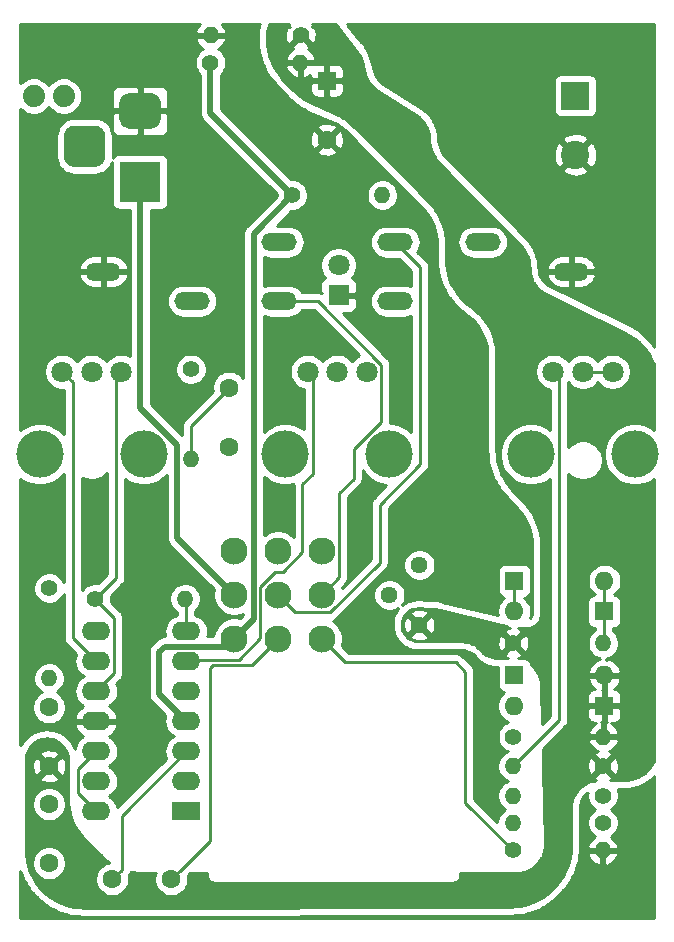
<source format=gbr>
%TF.GenerationSoftware,KiCad,Pcbnew,5.1.8-5.1.8*%
%TF.CreationDate,2021-11-25T16:42:30+01:00*%
%TF.ProjectId,diodedistortion,64696f64-6564-4697-9374-6f7274696f6e,rev?*%
%TF.SameCoordinates,Original*%
%TF.FileFunction,Copper,L2,Bot*%
%TF.FilePolarity,Positive*%
%FSLAX46Y46*%
G04 Gerber Fmt 4.6, Leading zero omitted, Abs format (unit mm)*
G04 Created by KiCad (PCBNEW 5.1.8-5.1.8) date 2021-11-25 16:42:30*
%MOMM*%
%LPD*%
G01*
G04 APERTURE LIST*
%TA.AperFunction,ComponentPad*%
%ADD10C,2.300000*%
%TD*%
%TA.AperFunction,ComponentPad*%
%ADD11O,1.400000X1.400000*%
%TD*%
%TA.AperFunction,ComponentPad*%
%ADD12C,1.400000*%
%TD*%
%TA.AperFunction,ComponentPad*%
%ADD13O,1.600000X1.600000*%
%TD*%
%TA.AperFunction,ComponentPad*%
%ADD14R,1.600000X1.600000*%
%TD*%
%TA.AperFunction,ComponentPad*%
%ADD15O,2.400000X1.600000*%
%TD*%
%TA.AperFunction,ComponentPad*%
%ADD16R,2.400000X1.600000*%
%TD*%
%TA.AperFunction,ComponentPad*%
%ADD17C,1.440000*%
%TD*%
%TA.AperFunction,WasherPad*%
%ADD18C,4.000000*%
%TD*%
%TA.AperFunction,ComponentPad*%
%ADD19C,1.800000*%
%TD*%
%TA.AperFunction,ComponentPad*%
%ADD20O,3.000000X1.524000*%
%TD*%
%TA.AperFunction,ComponentPad*%
%ADD21R,3.500000X3.500000*%
%TD*%
%TA.AperFunction,ComponentPad*%
%ADD22R,1.800000X1.800000*%
%TD*%
%TA.AperFunction,ComponentPad*%
%ADD23C,1.600000*%
%TD*%
%TA.AperFunction,ComponentPad*%
%ADD24C,2.400000*%
%TD*%
%TA.AperFunction,ComponentPad*%
%ADD25R,2.400000X2.400000*%
%TD*%
%TA.AperFunction,ComponentPad*%
%ADD26C,1.879600*%
%TD*%
%TA.AperFunction,ViaPad*%
%ADD27C,0.800000*%
%TD*%
%TA.AperFunction,Conductor*%
%ADD28C,0.250000*%
%TD*%
%TA.AperFunction,Conductor*%
%ADD29C,0.500000*%
%TD*%
%TA.AperFunction,Conductor*%
%ADD30C,0.254000*%
%TD*%
%TA.AperFunction,Conductor*%
%ADD31C,0.100000*%
%TD*%
G04 APERTURE END LIST*
D10*
%TO.P,S1,P$6*%
%TO.N,Net-(S1-PadP$6)*%
X86475000Y-111275000D03*
%TO.P,S1,P$9*%
X90175000Y-111275000D03*
%TO.P,S1,P$3*%
%TO.N,Net-(S1-PadP$3)*%
X82775000Y-111275000D03*
%TO.P,S1,P$8*%
%TO.N,Net-(J3-PadT)*%
X90175000Y-114975000D03*
%TO.P,S1,P$5*%
%TO.N,Net-(J2-PadT)*%
X86475000Y-114975000D03*
%TO.P,S1,P$2*%
%TO.N,Net-(BT1-Pad1)*%
X82775000Y-114975000D03*
%TO.P,S1,P$7*%
%TO.N,Net-(C6-Pad1)*%
X90175000Y-118675000D03*
%TO.P,S1,P$1*%
%TO.N,Net-(C1-Pad1)*%
X82775000Y-118675000D03*
%TO.P,S1,P$4*%
%TO.N,Net-(C2-Pad2)*%
X86475000Y-118675000D03*
%TD*%
D11*
%TO.P,R12,2*%
%TO.N,GND*%
X113970000Y-136600000D03*
D12*
%TO.P,R12,1*%
%TO.N,Net-(C6-Pad1)*%
X106350000Y-136600000D03*
%TD*%
D11*
%TO.P,R11,2*%
%TO.N,Net-(R11-Pad2)*%
X67100000Y-122020000D03*
D12*
%TO.P,R11,1*%
%TO.N,Net-(R11-Pad1)*%
X67100000Y-114400000D03*
%TD*%
D11*
%TO.P,R10,2*%
%TO.N,Net-(C5-Pad1)*%
X79100000Y-103495000D03*
D12*
%TO.P,R10,1*%
%TO.N,GNDREF*%
X79100000Y-95875000D03*
%TD*%
D11*
%TO.P,R9,2*%
%TO.N,Net-(D4-Pad2)*%
X78620000Y-115300000D03*
D12*
%TO.P,R9,1*%
%TO.N,Net-(C4-Pad1)*%
X71000000Y-115300000D03*
%TD*%
D11*
%TO.P,R8,2*%
%TO.N,Net-(D4-Pad1)*%
X114020000Y-119075000D03*
D12*
%TO.P,R8,1*%
%TO.N,GNDREF*%
X106400000Y-119075000D03*
%TD*%
D11*
%TO.P,R7,2*%
%TO.N,Net-(D2-Pad2)*%
X95310000Y-81130000D03*
D12*
%TO.P,R7,1*%
%TO.N,Net-(C1-Pad1)*%
X87690000Y-81130000D03*
%TD*%
D11*
%TO.P,R6,2*%
%TO.N,Net-(R5-Pad2)*%
X106380000Y-134275000D03*
D12*
%TO.P,R6,1*%
%TO.N,Net-(D1-Pad2)*%
X114000000Y-134275000D03*
%TD*%
D11*
%TO.P,R5,2*%
%TO.N,Net-(R5-Pad2)*%
X106380000Y-131975000D03*
D12*
%TO.P,R5,1*%
%TO.N,Net-(R5-Pad1)*%
X114000000Y-131975000D03*
%TD*%
D11*
%TO.P,R4,2*%
%TO.N,Net-(R4-Pad2)*%
X106380000Y-129475000D03*
D12*
%TO.P,R4,1*%
%TO.N,GNDREF*%
X114000000Y-129475000D03*
%TD*%
D11*
%TO.P,R3,2*%
%TO.N,GNDREF*%
X114020000Y-126975000D03*
D12*
%TO.P,R3,1*%
%TO.N,Net-(C2-Pad1)*%
X106400000Y-126975000D03*
%TD*%
D11*
%TO.P,R2,2*%
%TO.N,GND*%
X80780000Y-67600000D03*
D12*
%TO.P,R2,1*%
%TO.N,GNDREF*%
X88400000Y-67600000D03*
%TD*%
D11*
%TO.P,R1,2*%
%TO.N,GNDREF*%
X88380000Y-69920000D03*
D12*
%TO.P,R1,1*%
%TO.N,Net-(C1-Pad1)*%
X80760000Y-69920000D03*
%TD*%
D13*
%TO.P,D4,2*%
%TO.N,Net-(D4-Pad2)*%
X106480000Y-116375000D03*
D14*
%TO.P,D4,1*%
%TO.N,Net-(D4-Pad1)*%
X114100000Y-116375000D03*
%TD*%
D15*
%TO.P,U1,14*%
%TO.N,Net-(C6-Pad2)*%
X71080000Y-133300000D03*
%TO.P,U1,7*%
%TO.N,Net-(D4-Pad2)*%
X78700000Y-118060000D03*
%TO.P,U1,13*%
%TO.N,Net-(RV4-Pad2)*%
X71080000Y-130760000D03*
%TO.P,U1,6*%
%TO.N,Net-(D4-Pad1)*%
X78700000Y-120600000D03*
%TO.P,U1,12*%
%TO.N,Net-(C6-Pad2)*%
X71080000Y-128220000D03*
%TO.P,U1,5*%
%TO.N,Net-(D1-Pad2)*%
X78700000Y-123140000D03*
%TO.P,U1,11*%
%TO.N,GND*%
X71080000Y-125680000D03*
%TO.P,U1,4*%
%TO.N,Net-(C1-Pad1)*%
X78700000Y-125680000D03*
%TO.P,U1,10*%
%TO.N,Net-(C4-Pad1)*%
X71080000Y-123140000D03*
%TO.P,U1,3*%
%TO.N,Net-(C2-Pad1)*%
X78700000Y-128220000D03*
%TO.P,U1,9*%
%TO.N,Net-(R11-Pad2)*%
X71080000Y-120600000D03*
%TO.P,U1,2*%
%TO.N,Net-(R4-Pad2)*%
X78700000Y-130760000D03*
%TO.P,U1,8*%
%TO.N,Net-(R11-Pad1)*%
X71080000Y-118060000D03*
D16*
%TO.P,U1,1*%
%TO.N,Net-(R5-Pad2)*%
X78700000Y-133300000D03*
%TD*%
D17*
%TO.P,RV4,1*%
%TO.N,Net-(R11-Pad1)*%
X98450000Y-112450000D03*
%TO.P,RV4,2*%
%TO.N,Net-(RV4-Pad2)*%
X95910000Y-114990000D03*
%TO.P,RV4,3*%
%TO.N,GNDREF*%
X98450000Y-117530000D03*
%TD*%
D18*
%TO.P,RV3,*%
%TO.N,*%
X75100000Y-103075000D03*
X66300000Y-103075000D03*
D19*
%TO.P,RV3,1*%
%TO.N,Net-(C4-Pad1)*%
X73200000Y-96075000D03*
%TO.P,RV3,2*%
%TO.N,Net-(C5-Pad2)*%
X70700000Y-96075000D03*
%TO.P,RV3,3*%
%TO.N,Net-(R11-Pad2)*%
X68200000Y-96075000D03*
%TD*%
D18*
%TO.P,RV2,*%
%TO.N,*%
X95900000Y-103075000D03*
X87100000Y-103075000D03*
D19*
%TO.P,RV2,1*%
%TO.N,Net-(D4-Pad2)*%
X94000000Y-96075000D03*
%TO.P,RV2,2*%
X91500000Y-96075000D03*
%TO.P,RV2,3*%
%TO.N,Net-(D4-Pad1)*%
X89000000Y-96075000D03*
%TD*%
D18*
%TO.P,RV1,*%
%TO.N,*%
X116700000Y-103075000D03*
X107900000Y-103075000D03*
D19*
%TO.P,RV1,1*%
%TO.N,Net-(R5-Pad1)*%
X114800000Y-96075000D03*
%TO.P,RV1,2*%
X112300000Y-96075000D03*
%TO.P,RV1,3*%
%TO.N,Net-(R4-Pad2)*%
X109800000Y-96075000D03*
%TD*%
D20*
%TO.P,J3,R*%
%TO.N,N/C*%
X86600000Y-85100000D03*
%TO.P,J3,T*%
%TO.N,Net-(J3-PadT)*%
X86600000Y-90100000D03*
%TO.P,J3,TN*%
%TO.N,N/C*%
X79200000Y-90100000D03*
%TO.P,J3,S*%
%TO.N,GND*%
X71700000Y-87600000D03*
%TD*%
%TO.P,J2,R*%
%TO.N,N/C*%
X96400000Y-90100000D03*
%TO.P,J2,T*%
%TO.N,Net-(J2-PadT)*%
X96400000Y-85100000D03*
%TO.P,J2,TN*%
%TO.N,N/C*%
X103800000Y-85100000D03*
%TO.P,J2,S*%
%TO.N,GND*%
X111300000Y-87600000D03*
%TD*%
%TO.P,J1,3*%
%TO.N,Net-(BT1-Pad2)*%
%TA.AperFunction,ComponentPad*%
G36*
G01*
X69225000Y-75250000D02*
X70975000Y-75250000D01*
G75*
G02*
X71850000Y-76125000I0J-875000D01*
G01*
X71850000Y-77875000D01*
G75*
G02*
X70975000Y-78750000I-875000J0D01*
G01*
X69225000Y-78750000D01*
G75*
G02*
X68350000Y-77875000I0J875000D01*
G01*
X68350000Y-76125000D01*
G75*
G02*
X69225000Y-75250000I875000J0D01*
G01*
G37*
%TD.AperFunction*%
%TO.P,J1,2*%
%TO.N,GND*%
%TA.AperFunction,ComponentPad*%
G36*
G01*
X73800000Y-72500000D02*
X75800000Y-72500000D01*
G75*
G02*
X76550000Y-73250000I0J-750000D01*
G01*
X76550000Y-74750000D01*
G75*
G02*
X75800000Y-75500000I-750000J0D01*
G01*
X73800000Y-75500000D01*
G75*
G02*
X73050000Y-74750000I0J750000D01*
G01*
X73050000Y-73250000D01*
G75*
G02*
X73800000Y-72500000I750000J0D01*
G01*
G37*
%TD.AperFunction*%
D21*
%TO.P,J1,1*%
%TO.N,Net-(BT1-Pad1)*%
X74800000Y-80000000D03*
%TD*%
D13*
%TO.P,D5,2*%
%TO.N,Net-(D4-Pad1)*%
X114120000Y-113775000D03*
D14*
%TO.P,D5,1*%
%TO.N,Net-(D4-Pad2)*%
X106500000Y-113775000D03*
%TD*%
D13*
%TO.P,D3,2*%
%TO.N,GNDREF*%
X114120000Y-121775000D03*
D14*
%TO.P,D3,1*%
%TO.N,Net-(D1-Pad2)*%
X106500000Y-121775000D03*
%TD*%
D19*
%TO.P,D2,2*%
%TO.N,Net-(D2-Pad2)*%
X91600000Y-87060000D03*
D22*
%TO.P,D2,1*%
%TO.N,GND*%
X91600000Y-89600000D03*
%TD*%
D13*
%TO.P,D1,2*%
%TO.N,Net-(D1-Pad2)*%
X106480000Y-124375000D03*
D14*
%TO.P,D1,1*%
%TO.N,GNDREF*%
X114100000Y-124375000D03*
%TD*%
D23*
%TO.P,C6,2*%
%TO.N,Net-(C6-Pad2)*%
X67075000Y-132700000D03*
%TO.P,C6,1*%
%TO.N,Net-(C6-Pad1)*%
X67075000Y-137700000D03*
%TD*%
%TO.P,C5,2*%
%TO.N,Net-(C5-Pad2)*%
X82350000Y-102425000D03*
%TO.P,C5,1*%
%TO.N,Net-(C5-Pad1)*%
X82350000Y-97425000D03*
%TD*%
%TO.P,C4,2*%
%TO.N,GNDREF*%
X67100000Y-129500000D03*
%TO.P,C4,1*%
%TO.N,Net-(C4-Pad1)*%
X67100000Y-124500000D03*
%TD*%
%TO.P,C3,2*%
%TO.N,GND*%
X90620000Y-76430000D03*
D14*
%TO.P,C3,1*%
%TO.N,GNDREF*%
X90620000Y-71430000D03*
%TD*%
D23*
%TO.P,C2,2*%
%TO.N,Net-(C2-Pad2)*%
X77450000Y-139050000D03*
%TO.P,C2,1*%
%TO.N,Net-(C2-Pad1)*%
X72450000Y-139050000D03*
%TD*%
D24*
%TO.P,C1,2*%
%TO.N,GND*%
X111650000Y-77720000D03*
D25*
%TO.P,C1,1*%
%TO.N,Net-(C1-Pad1)*%
X111650000Y-72720000D03*
%TD*%
D26*
%TO.P,BT1,2*%
%TO.N,Net-(BT1-Pad2)*%
X65790000Y-72740000D03*
%TO.P,BT1,1*%
%TO.N,Net-(BT1-Pad1)*%
X68330000Y-72740000D03*
%TD*%
D27*
%TO.N,GND*%
X70725000Y-112975000D03*
X103550000Y-127525000D03*
X96275000Y-111625000D03*
X93375000Y-111550000D03*
X86450000Y-93350000D03*
X86600000Y-107375000D03*
X102500000Y-111600000D03*
%TD*%
D28*
%TO.N,Net-(BT1-Pad1)*%
X74674999Y-80125001D02*
X74800000Y-80000000D01*
D29*
X77949999Y-110149999D02*
X82775000Y-114975000D01*
X77949999Y-102298997D02*
X77949999Y-110149999D01*
X74800000Y-99148998D02*
X77949999Y-102298997D01*
X74800000Y-80000000D02*
X74800000Y-99148998D01*
%TO.N,Net-(C1-Pad1)*%
X80760000Y-74200000D02*
X87690000Y-81130000D01*
X80760000Y-69920000D02*
X80760000Y-74200000D01*
X84414990Y-84405010D02*
X87690000Y-81130000D01*
X84414990Y-117035010D02*
X84414990Y-84405010D01*
X82775000Y-118675000D02*
X84414990Y-117035010D01*
X76400000Y-119820000D02*
X76400000Y-123380000D01*
X76870010Y-119349990D02*
X76400000Y-119820000D01*
X76400000Y-123380000D02*
X78700000Y-125680000D01*
X82100010Y-119349990D02*
X76870010Y-119349990D01*
X82775000Y-118675000D02*
X82100010Y-119349990D01*
D28*
%TO.N,Net-(C2-Pad2)*%
X78249999Y-138250001D02*
X77450000Y-139050000D01*
X80725011Y-135774989D02*
X78249999Y-138250001D01*
X80725011Y-121155001D02*
X80725011Y-135774989D01*
X80980022Y-120899990D02*
X80725011Y-121155001D01*
X84250010Y-120899990D02*
X80980022Y-120899990D01*
X86475000Y-118675000D02*
X84250010Y-120899990D01*
%TO.N,Net-(C2-Pad1)*%
X73249999Y-133670001D02*
X78700000Y-128220000D01*
X73249999Y-138250001D02*
X73249999Y-133670001D01*
X72450000Y-139050000D02*
X73249999Y-138250001D01*
%TO.N,Net-(C4-Pad1)*%
X72605010Y-121614990D02*
X71080000Y-123140000D01*
X72605010Y-116905010D02*
X72605010Y-121614990D01*
X71000000Y-115300000D02*
X72605010Y-116905010D01*
X72774999Y-96500001D02*
X73200000Y-96075000D01*
X72774999Y-113525001D02*
X72774999Y-96500001D01*
X71000000Y-115300000D02*
X72774999Y-113525001D01*
%TO.N,Net-(C5-Pad1)*%
X79100000Y-100675000D02*
X82350000Y-97425000D01*
X79100000Y-103495000D02*
X79100000Y-100675000D01*
%TO.N,Net-(C6-Pad2)*%
X69554990Y-131774990D02*
X71080000Y-133300000D01*
X69554990Y-129745010D02*
X69554990Y-131774990D01*
X71080000Y-128220000D02*
X69554990Y-129745010D01*
%TO.N,Net-(C6-Pad1)*%
X92160000Y-120660000D02*
X90175000Y-118675000D01*
X101510000Y-120660000D02*
X92160000Y-120660000D01*
X102350000Y-121500000D02*
X101510000Y-120660000D01*
X102350000Y-132600000D02*
X102350000Y-121500000D01*
X106350000Y-136600000D02*
X102350000Y-132600000D01*
%TO.N,Net-(D4-Pad2)*%
X78700000Y-115380000D02*
X78620000Y-115300000D01*
X78700000Y-118060000D02*
X78700000Y-115380000D01*
X106480000Y-113795000D02*
X106500000Y-113775000D01*
X106480000Y-116375000D02*
X106480000Y-113795000D01*
%TO.N,Net-(D4-Pad1)*%
X114100000Y-114926370D02*
X114100000Y-116375000D01*
X114120000Y-114906370D02*
X114100000Y-114926370D01*
X114120000Y-113775000D02*
X114120000Y-114906370D01*
X114100000Y-118995000D02*
X114020000Y-119075000D01*
X114100000Y-116375000D02*
X114100000Y-118995000D01*
X89425001Y-96500001D02*
X89000000Y-96075000D01*
X89425001Y-104724999D02*
X89425001Y-96500001D01*
X88550000Y-105600000D02*
X89425001Y-104724999D01*
X86883002Y-113050000D02*
X88550000Y-111383002D01*
X84990000Y-114276998D02*
X86216998Y-113050000D01*
X84990000Y-118643002D02*
X84990000Y-114276998D01*
X88550000Y-111383002D02*
X88550000Y-105600000D01*
X83183022Y-120449980D02*
X84990000Y-118643002D01*
X78850020Y-120449980D02*
X83183022Y-120449980D01*
X86216998Y-113050000D02*
X86883002Y-113050000D01*
X78700000Y-120600000D02*
X78850020Y-120449980D01*
%TO.N,Net-(J2-PadT)*%
X98525001Y-87225001D02*
X96400000Y-85100000D01*
X98525001Y-103891001D02*
X98525001Y-87225001D01*
X95074999Y-107341003D02*
X98525001Y-103891001D01*
X95074999Y-112258003D02*
X95074999Y-107341003D01*
X90883001Y-116450001D02*
X95074999Y-112258003D01*
X87950001Y-116450001D02*
X90883001Y-116450001D01*
X86475000Y-114975000D02*
X87950001Y-116450001D01*
%TO.N,Net-(J3-PadT)*%
X91650001Y-113499999D02*
X91650001Y-106375001D01*
X90175000Y-114975000D02*
X91650001Y-113499999D01*
X92875001Y-105150001D02*
X91650001Y-106375001D01*
X92875001Y-102658997D02*
X92875001Y-105150001D01*
X95225001Y-100308997D02*
X92875001Y-102658997D01*
X89838002Y-90100000D02*
X95225001Y-95486999D01*
X95225001Y-95486999D02*
X95225001Y-100308997D01*
X86600000Y-90100000D02*
X89838002Y-90100000D01*
%TO.N,Net-(R4-Pad2)*%
X110300000Y-125555000D02*
X106380000Y-129475000D01*
X109800000Y-96075000D02*
X110300000Y-96575000D01*
X110300000Y-96575000D02*
X110300000Y-125555000D01*
%TO.N,Net-(R5-Pad1)*%
X114800000Y-96075000D02*
X112300000Y-96075000D01*
%TO.N,Net-(R11-Pad2)*%
X69099999Y-118619999D02*
X71080000Y-120600000D01*
X69099999Y-96974999D02*
X69099999Y-118619999D01*
X68200000Y-96075000D02*
X69099999Y-96974999D01*
%TD*%
D30*
%TO.N,GND*%
X118340001Y-142340000D02*
X64660000Y-142340000D01*
X64660000Y-138375325D01*
X64696893Y-138492151D01*
X64715895Y-138544274D01*
X64883299Y-138947761D01*
X64906776Y-138998025D01*
X65108758Y-139385361D01*
X65136535Y-139433386D01*
X65371555Y-139801614D01*
X65403417Y-139847031D01*
X65669680Y-140193339D01*
X65705384Y-140235801D01*
X66000859Y-140557548D01*
X66040133Y-140596730D01*
X66362562Y-140891459D01*
X66405107Y-140927066D01*
X66752032Y-141192527D01*
X66797523Y-141224284D01*
X67166293Y-141458450D01*
X67214380Y-141486114D01*
X67602183Y-141687200D01*
X67652503Y-141710562D01*
X68056376Y-141877031D01*
X68108543Y-141895912D01*
X68525406Y-142026494D01*
X68579021Y-142040750D01*
X69005690Y-142134448D01*
X69060344Y-142143969D01*
X69493563Y-142200069D01*
X69548842Y-142204783D01*
X69985304Y-142222855D01*
X70013044Y-142223397D01*
X106183476Y-142139669D01*
X106210531Y-142139030D01*
X106636201Y-142119889D01*
X106690110Y-142115157D01*
X107112604Y-142059842D01*
X107165912Y-142050537D01*
X107582162Y-141959451D01*
X107634484Y-141945641D01*
X108041467Y-141819446D01*
X108092426Y-141801231D01*
X108487187Y-141640841D01*
X108536406Y-141618355D01*
X108916078Y-141424938D01*
X108963207Y-141398340D01*
X109325032Y-141173298D01*
X109369724Y-141142786D01*
X109711074Y-140887755D01*
X109753006Y-140853549D01*
X110071403Y-140570381D01*
X110091238Y-140551969D01*
X110320806Y-140329575D01*
X110340664Y-140309462D01*
X110646188Y-139985915D01*
X110683123Y-139943137D01*
X110958669Y-139593706D01*
X110991654Y-139547816D01*
X111235040Y-139175270D01*
X111263813Y-139126628D01*
X111473112Y-138733917D01*
X111497448Y-138682908D01*
X111671000Y-138273143D01*
X111690703Y-138220175D01*
X111827135Y-137796602D01*
X111842051Y-137742091D01*
X111940282Y-137308066D01*
X111950292Y-137252443D01*
X111993162Y-136933329D01*
X112677284Y-136933329D01*
X112709953Y-137041044D01*
X112820208Y-137278392D01*
X112974649Y-137489670D01*
X113167340Y-137666759D01*
X113390877Y-137802853D01*
X113636670Y-137892722D01*
X113843000Y-137770201D01*
X113843000Y-136727000D01*
X114097000Y-136727000D01*
X114097000Y-137770201D01*
X114303330Y-137892722D01*
X114549123Y-137802853D01*
X114772660Y-137666759D01*
X114965351Y-137489670D01*
X115119792Y-137278392D01*
X115230047Y-137041044D01*
X115262716Y-136933329D01*
X115139374Y-136727000D01*
X114097000Y-136727000D01*
X113843000Y-136727000D01*
X112800626Y-136727000D01*
X112677284Y-136933329D01*
X111993162Y-136933329D01*
X112009543Y-136811402D01*
X112014568Y-136755111D01*
X112034371Y-136310549D01*
X112035000Y-136282291D01*
X112035000Y-133006494D01*
X112049827Y-132783045D01*
X112089881Y-132584204D01*
X112155859Y-132392393D01*
X112246600Y-132210985D01*
X112360518Y-132043154D01*
X112495953Y-131891464D01*
X112651422Y-131757551D01*
X112686717Y-131734338D01*
X112665000Y-131843514D01*
X112665000Y-132106486D01*
X112716304Y-132364405D01*
X112816939Y-132607359D01*
X112963038Y-132826013D01*
X113148987Y-133011962D01*
X113318161Y-133125000D01*
X113148987Y-133238038D01*
X112963038Y-133423987D01*
X112816939Y-133642641D01*
X112716304Y-133885595D01*
X112665000Y-134143514D01*
X112665000Y-134406486D01*
X112716304Y-134664405D01*
X112816939Y-134907359D01*
X112963038Y-135126013D01*
X113148987Y-135311962D01*
X113331018Y-135433590D01*
X113167340Y-135533241D01*
X112974649Y-135710330D01*
X112820208Y-135921608D01*
X112709953Y-136158956D01*
X112677284Y-136266671D01*
X112800626Y-136473000D01*
X113843000Y-136473000D01*
X113843000Y-136453000D01*
X114097000Y-136453000D01*
X114097000Y-136473000D01*
X115139374Y-136473000D01*
X115262716Y-136266671D01*
X115230047Y-136158956D01*
X115119792Y-135921608D01*
X114965351Y-135710330D01*
X114772660Y-135533241D01*
X114640376Y-135452704D01*
X114851013Y-135311962D01*
X115036962Y-135126013D01*
X115183061Y-134907359D01*
X115283696Y-134664405D01*
X115335000Y-134406486D01*
X115335000Y-134143514D01*
X115283696Y-133885595D01*
X115183061Y-133642641D01*
X115036962Y-133423987D01*
X114851013Y-133238038D01*
X114681839Y-133125000D01*
X114851013Y-133011962D01*
X115036962Y-132826013D01*
X115183061Y-132607359D01*
X115283696Y-132364405D01*
X115335000Y-132106486D01*
X115335000Y-131843514D01*
X115283696Y-131585595D01*
X115221317Y-131435000D01*
X115715207Y-131435000D01*
X115750815Y-131434001D01*
X116088398Y-131415041D01*
X116159163Y-131407067D01*
X116492500Y-131350427D01*
X116561929Y-131334579D01*
X116886827Y-131240971D01*
X116954044Y-131217449D01*
X117266418Y-131088050D01*
X117330580Y-131057149D01*
X117626501Y-130893586D01*
X117686798Y-130855696D01*
X117962543Y-130660027D01*
X118018219Y-130615623D01*
X118270320Y-130390309D01*
X118320674Y-130339949D01*
X118340001Y-130318320D01*
X118340001Y-142340000D01*
%TA.AperFunction,Conductor*%
D31*
G36*
X118340001Y-142340000D02*
G01*
X64660000Y-142340000D01*
X64660000Y-138375325D01*
X64696893Y-138492151D01*
X64715895Y-138544274D01*
X64883299Y-138947761D01*
X64906776Y-138998025D01*
X65108758Y-139385361D01*
X65136535Y-139433386D01*
X65371555Y-139801614D01*
X65403417Y-139847031D01*
X65669680Y-140193339D01*
X65705384Y-140235801D01*
X66000859Y-140557548D01*
X66040133Y-140596730D01*
X66362562Y-140891459D01*
X66405107Y-140927066D01*
X66752032Y-141192527D01*
X66797523Y-141224284D01*
X67166293Y-141458450D01*
X67214380Y-141486114D01*
X67602183Y-141687200D01*
X67652503Y-141710562D01*
X68056376Y-141877031D01*
X68108543Y-141895912D01*
X68525406Y-142026494D01*
X68579021Y-142040750D01*
X69005690Y-142134448D01*
X69060344Y-142143969D01*
X69493563Y-142200069D01*
X69548842Y-142204783D01*
X69985304Y-142222855D01*
X70013044Y-142223397D01*
X106183476Y-142139669D01*
X106210531Y-142139030D01*
X106636201Y-142119889D01*
X106690110Y-142115157D01*
X107112604Y-142059842D01*
X107165912Y-142050537D01*
X107582162Y-141959451D01*
X107634484Y-141945641D01*
X108041467Y-141819446D01*
X108092426Y-141801231D01*
X108487187Y-141640841D01*
X108536406Y-141618355D01*
X108916078Y-141424938D01*
X108963207Y-141398340D01*
X109325032Y-141173298D01*
X109369724Y-141142786D01*
X109711074Y-140887755D01*
X109753006Y-140853549D01*
X110071403Y-140570381D01*
X110091238Y-140551969D01*
X110320806Y-140329575D01*
X110340664Y-140309462D01*
X110646188Y-139985915D01*
X110683123Y-139943137D01*
X110958669Y-139593706D01*
X110991654Y-139547816D01*
X111235040Y-139175270D01*
X111263813Y-139126628D01*
X111473112Y-138733917D01*
X111497448Y-138682908D01*
X111671000Y-138273143D01*
X111690703Y-138220175D01*
X111827135Y-137796602D01*
X111842051Y-137742091D01*
X111940282Y-137308066D01*
X111950292Y-137252443D01*
X111993162Y-136933329D01*
X112677284Y-136933329D01*
X112709953Y-137041044D01*
X112820208Y-137278392D01*
X112974649Y-137489670D01*
X113167340Y-137666759D01*
X113390877Y-137802853D01*
X113636670Y-137892722D01*
X113843000Y-137770201D01*
X113843000Y-136727000D01*
X114097000Y-136727000D01*
X114097000Y-137770201D01*
X114303330Y-137892722D01*
X114549123Y-137802853D01*
X114772660Y-137666759D01*
X114965351Y-137489670D01*
X115119792Y-137278392D01*
X115230047Y-137041044D01*
X115262716Y-136933329D01*
X115139374Y-136727000D01*
X114097000Y-136727000D01*
X113843000Y-136727000D01*
X112800626Y-136727000D01*
X112677284Y-136933329D01*
X111993162Y-136933329D01*
X112009543Y-136811402D01*
X112014568Y-136755111D01*
X112034371Y-136310549D01*
X112035000Y-136282291D01*
X112035000Y-133006494D01*
X112049827Y-132783045D01*
X112089881Y-132584204D01*
X112155859Y-132392393D01*
X112246600Y-132210985D01*
X112360518Y-132043154D01*
X112495953Y-131891464D01*
X112651422Y-131757551D01*
X112686717Y-131734338D01*
X112665000Y-131843514D01*
X112665000Y-132106486D01*
X112716304Y-132364405D01*
X112816939Y-132607359D01*
X112963038Y-132826013D01*
X113148987Y-133011962D01*
X113318161Y-133125000D01*
X113148987Y-133238038D01*
X112963038Y-133423987D01*
X112816939Y-133642641D01*
X112716304Y-133885595D01*
X112665000Y-134143514D01*
X112665000Y-134406486D01*
X112716304Y-134664405D01*
X112816939Y-134907359D01*
X112963038Y-135126013D01*
X113148987Y-135311962D01*
X113331018Y-135433590D01*
X113167340Y-135533241D01*
X112974649Y-135710330D01*
X112820208Y-135921608D01*
X112709953Y-136158956D01*
X112677284Y-136266671D01*
X112800626Y-136473000D01*
X113843000Y-136473000D01*
X113843000Y-136453000D01*
X114097000Y-136453000D01*
X114097000Y-136473000D01*
X115139374Y-136473000D01*
X115262716Y-136266671D01*
X115230047Y-136158956D01*
X115119792Y-135921608D01*
X114965351Y-135710330D01*
X114772660Y-135533241D01*
X114640376Y-135452704D01*
X114851013Y-135311962D01*
X115036962Y-135126013D01*
X115183061Y-134907359D01*
X115283696Y-134664405D01*
X115335000Y-134406486D01*
X115335000Y-134143514D01*
X115283696Y-133885595D01*
X115183061Y-133642641D01*
X115036962Y-133423987D01*
X114851013Y-133238038D01*
X114681839Y-133125000D01*
X114851013Y-133011962D01*
X115036962Y-132826013D01*
X115183061Y-132607359D01*
X115283696Y-132364405D01*
X115335000Y-132106486D01*
X115335000Y-131843514D01*
X115283696Y-131585595D01*
X115221317Y-131435000D01*
X115715207Y-131435000D01*
X115750815Y-131434001D01*
X116088398Y-131415041D01*
X116159163Y-131407067D01*
X116492500Y-131350427D01*
X116561929Y-131334579D01*
X116886827Y-131240971D01*
X116954044Y-131217449D01*
X117266418Y-131088050D01*
X117330580Y-131057149D01*
X117626501Y-130893586D01*
X117686798Y-130855696D01*
X117962543Y-130660027D01*
X118018219Y-130615623D01*
X118270320Y-130390309D01*
X118320674Y-130339949D01*
X118340001Y-130318320D01*
X118340001Y-142340000D01*
G37*
%TD.AperFunction*%
D30*
X79784649Y-66710330D02*
X79630208Y-66921608D01*
X79519953Y-67158956D01*
X79487284Y-67266671D01*
X79610626Y-67473000D01*
X80653000Y-67473000D01*
X80653000Y-67453000D01*
X80907000Y-67453000D01*
X80907000Y-67473000D01*
X81949374Y-67473000D01*
X82072716Y-67266671D01*
X82040047Y-67158956D01*
X81929792Y-66921608D01*
X81775351Y-66710330D01*
X81720587Y-66660000D01*
X84918236Y-66660000D01*
X84888015Y-66747869D01*
X84865782Y-66830070D01*
X84806355Y-67127737D01*
X84795320Y-67212172D01*
X84776254Y-67515115D01*
X84775006Y-67557696D01*
X84776688Y-67953827D01*
X84777505Y-67983451D01*
X84801253Y-68449424D01*
X84807027Y-68508399D01*
X84874108Y-68970130D01*
X84885354Y-69028307D01*
X84995181Y-69481774D01*
X85011801Y-69538651D01*
X85163420Y-69979907D01*
X85185269Y-70034988D01*
X85377359Y-70460189D01*
X85404248Y-70512992D01*
X85635137Y-70918437D01*
X85666830Y-70968504D01*
X85934506Y-71350661D01*
X85970728Y-71397556D01*
X86272861Y-71753098D01*
X86292574Y-71775227D01*
X87206722Y-72754450D01*
X87224611Y-72772853D01*
X87512072Y-73056849D01*
X87550007Y-73091412D01*
X87859462Y-73351267D01*
X87900064Y-73382653D01*
X88229492Y-73616671D01*
X88272497Y-73644677D01*
X88619747Y-73851328D01*
X88664871Y-73875769D01*
X89027674Y-74053705D01*
X89050941Y-74064538D01*
X91061349Y-74951637D01*
X91441060Y-75140935D01*
X91788687Y-75357093D01*
X92114525Y-75604863D01*
X92426704Y-75892185D01*
X98653693Y-82187754D01*
X98916946Y-82478045D01*
X99145742Y-82779051D01*
X99347625Y-83098728D01*
X99521085Y-83434681D01*
X99664820Y-83784393D01*
X99777745Y-84145227D01*
X99859018Y-84514477D01*
X99908027Y-84889381D01*
X99925000Y-85280876D01*
X99925000Y-86531382D01*
X99925634Y-86559755D01*
X99945598Y-87006118D01*
X99950664Y-87062635D01*
X100010396Y-87505434D01*
X100020487Y-87561275D01*
X100119511Y-87996974D01*
X100134547Y-88051691D01*
X100272071Y-88476809D01*
X100291931Y-88529963D01*
X100466857Y-88941108D01*
X100491384Y-88992280D01*
X100702316Y-89386166D01*
X100731313Y-89434944D01*
X100976567Y-89808427D01*
X101009801Y-89854418D01*
X101287416Y-90204516D01*
X101324626Y-90247360D01*
X101632388Y-90571276D01*
X101673272Y-90610625D01*
X102008721Y-90905773D01*
X102030441Y-90924039D01*
X102569233Y-91356965D01*
X102873225Y-91624478D01*
X103142254Y-91907762D01*
X103384889Y-92213991D01*
X103599156Y-92540678D01*
X103783354Y-92885227D01*
X103936000Y-93244863D01*
X104055875Y-93616713D01*
X104142011Y-93997782D01*
X104193727Y-94385047D01*
X104211217Y-94789581D01*
X104198819Y-102703317D01*
X104199351Y-102730330D01*
X104216780Y-103155353D01*
X104221288Y-103209188D01*
X104274781Y-103631191D01*
X104283848Y-103684448D01*
X104373017Y-104100378D01*
X104386578Y-104152671D01*
X104510777Y-104559515D01*
X104528734Y-104610467D01*
X104687066Y-105005283D01*
X104709289Y-105054523D01*
X104900606Y-105434452D01*
X104926934Y-105481626D01*
X105149853Y-105843918D01*
X105180095Y-105888683D01*
X105433001Y-106230716D01*
X105466939Y-106272749D01*
X105748003Y-106592047D01*
X105766282Y-106611942D01*
X106741463Y-107629067D01*
X106995248Y-107917325D01*
X107215636Y-108215217D01*
X107409954Y-108530718D01*
X107576812Y-108861574D01*
X107715005Y-109205392D01*
X107823534Y-109559689D01*
X107901620Y-109921924D01*
X107948696Y-110289456D01*
X107965000Y-110673176D01*
X107965000Y-116593810D01*
X107954013Y-116705363D01*
X107930573Y-116782636D01*
X107892505Y-116853856D01*
X107841277Y-116916277D01*
X107792419Y-116956374D01*
X107859853Y-116793574D01*
X107915000Y-116516335D01*
X107915000Y-116233665D01*
X107859853Y-115956426D01*
X107751680Y-115695273D01*
X107594637Y-115460241D01*
X107394759Y-115260363D01*
X107320902Y-115211013D01*
X107424482Y-115200812D01*
X107544180Y-115164502D01*
X107654494Y-115105537D01*
X107751185Y-115026185D01*
X107830537Y-114929494D01*
X107889502Y-114819180D01*
X107925812Y-114699482D01*
X107938072Y-114575000D01*
X107938072Y-112975000D01*
X107925812Y-112850518D01*
X107889502Y-112730820D01*
X107830537Y-112620506D01*
X107751185Y-112523815D01*
X107654494Y-112444463D01*
X107544180Y-112385498D01*
X107424482Y-112349188D01*
X107300000Y-112336928D01*
X105700000Y-112336928D01*
X105575518Y-112349188D01*
X105455820Y-112385498D01*
X105345506Y-112444463D01*
X105248815Y-112523815D01*
X105169463Y-112620506D01*
X105110498Y-112730820D01*
X105074188Y-112850518D01*
X105061928Y-112975000D01*
X105061928Y-114575000D01*
X105074188Y-114699482D01*
X105110498Y-114819180D01*
X105169463Y-114929494D01*
X105248815Y-115026185D01*
X105345506Y-115105537D01*
X105455820Y-115164502D01*
X105575518Y-115200812D01*
X105644237Y-115207580D01*
X105565241Y-115260363D01*
X105365363Y-115460241D01*
X105208320Y-115695273D01*
X105100147Y-115956426D01*
X105045000Y-116233665D01*
X105045000Y-116516335D01*
X105076808Y-116676241D01*
X100387251Y-115538333D01*
X100353047Y-115531024D01*
X99811642Y-115430849D01*
X99742287Y-115421932D01*
X99193151Y-115381893D01*
X99158211Y-115380311D01*
X98298737Y-115365099D01*
X98243889Y-115366499D01*
X97996872Y-115383504D01*
X97888563Y-115400446D01*
X97648153Y-115459683D01*
X97544369Y-115495002D01*
X97317730Y-115594707D01*
X97221568Y-115647349D01*
X97015455Y-115784550D01*
X97001068Y-115796036D01*
X97110785Y-115631833D01*
X97212928Y-115385239D01*
X97265000Y-115123456D01*
X97265000Y-114856544D01*
X97212928Y-114594761D01*
X97110785Y-114348167D01*
X96962497Y-114126238D01*
X96773762Y-113937503D01*
X96551833Y-113789215D01*
X96305239Y-113687072D01*
X96043456Y-113635000D01*
X95776544Y-113635000D01*
X95514761Y-113687072D01*
X95268167Y-113789215D01*
X95046238Y-113937503D01*
X94857503Y-114126238D01*
X94709215Y-114348167D01*
X94607072Y-114594761D01*
X94555000Y-114856544D01*
X94555000Y-115123456D01*
X94607072Y-115385239D01*
X94709215Y-115631833D01*
X94857503Y-115853762D01*
X95046238Y-116042497D01*
X95268167Y-116190785D01*
X95514761Y-116292928D01*
X95776544Y-116345000D01*
X96043456Y-116345000D01*
X96305239Y-116292928D01*
X96551833Y-116190785D01*
X96676223Y-116107671D01*
X96530282Y-116304597D01*
X96472856Y-116397978D01*
X96361843Y-116619299D01*
X96321333Y-116721169D01*
X96250042Y-116958284D01*
X96227657Y-117065603D01*
X96198212Y-117311448D01*
X96194047Y-117366155D01*
X96190341Y-117479192D01*
X96190712Y-117530064D01*
X96201914Y-117766402D01*
X96214842Y-117867243D01*
X96263618Y-118098765D01*
X96292473Y-118196252D01*
X96377573Y-118417022D01*
X96421616Y-118508653D01*
X96540858Y-118713012D01*
X96598961Y-118796441D01*
X96749289Y-118979151D01*
X96819959Y-119052234D01*
X96997518Y-119208612D01*
X97078951Y-119269485D01*
X97279192Y-119395521D01*
X97369292Y-119442616D01*
X97587080Y-119535080D01*
X97683542Y-119567192D01*
X97913296Y-119623714D01*
X98013646Y-119640020D01*
X98249475Y-119659151D01*
X98300307Y-119661230D01*
X102020002Y-119664227D01*
X102240693Y-119680640D01*
X102433789Y-119724040D01*
X102618469Y-119795233D01*
X102790731Y-119892677D01*
X102946886Y-120014282D01*
X103115823Y-120191211D01*
X103115826Y-120191208D01*
X103115859Y-120191250D01*
X103317038Y-120401911D01*
X103386234Y-120464450D01*
X103616102Y-120643369D01*
X103693714Y-120695098D01*
X103947311Y-120838414D01*
X104031664Y-120878217D01*
X104303520Y-120982838D01*
X104392795Y-121009854D01*
X104677044Y-121073522D01*
X104769310Y-121087169D01*
X105059819Y-121108512D01*
X105061928Y-121108589D01*
X105061928Y-122575000D01*
X105074188Y-122699482D01*
X105110498Y-122819180D01*
X105169463Y-122929494D01*
X105248815Y-123026185D01*
X105345506Y-123105537D01*
X105455820Y-123164502D01*
X105575518Y-123200812D01*
X105644237Y-123207580D01*
X105565241Y-123260363D01*
X105365363Y-123460241D01*
X105208320Y-123695273D01*
X105100147Y-123956426D01*
X105045000Y-124233665D01*
X105045000Y-124516335D01*
X105100147Y-124793574D01*
X105208320Y-125054727D01*
X105365363Y-125289759D01*
X105565241Y-125489637D01*
X105800273Y-125646680D01*
X105959300Y-125712551D01*
X105767641Y-125791939D01*
X105548987Y-125938038D01*
X105363038Y-126123987D01*
X105216939Y-126342641D01*
X105116304Y-126585595D01*
X105065000Y-126843514D01*
X105065000Y-127106486D01*
X105116304Y-127364405D01*
X105216939Y-127607359D01*
X105363038Y-127826013D01*
X105548987Y-128011962D01*
X105767641Y-128158061D01*
X105919246Y-128220858D01*
X105747641Y-128291939D01*
X105528987Y-128438038D01*
X105343038Y-128623987D01*
X105196939Y-128842641D01*
X105096304Y-129085595D01*
X105045000Y-129343514D01*
X105045000Y-129606486D01*
X105096304Y-129864405D01*
X105196939Y-130107359D01*
X105343038Y-130326013D01*
X105528987Y-130511962D01*
X105747641Y-130658061D01*
X105909246Y-130725000D01*
X105747641Y-130791939D01*
X105528987Y-130938038D01*
X105343038Y-131123987D01*
X105196939Y-131342641D01*
X105096304Y-131585595D01*
X105045000Y-131843514D01*
X105045000Y-132106486D01*
X105096304Y-132364405D01*
X105196939Y-132607359D01*
X105343038Y-132826013D01*
X105528987Y-133011962D01*
X105698161Y-133125000D01*
X105528987Y-133238038D01*
X105343038Y-133423987D01*
X105196939Y-133642641D01*
X105096304Y-133885595D01*
X105045000Y-134143514D01*
X105045000Y-134220198D01*
X103110000Y-132285199D01*
X103110000Y-121537322D01*
X103113676Y-121499999D01*
X103110000Y-121462676D01*
X103110000Y-121462667D01*
X103099003Y-121351014D01*
X103055546Y-121207753D01*
X102984974Y-121075724D01*
X102964840Y-121051191D01*
X102913799Y-120988996D01*
X102913795Y-120988992D01*
X102890001Y-120959999D01*
X102861008Y-120936205D01*
X102073803Y-120149002D01*
X102050001Y-120119999D01*
X101934276Y-120025026D01*
X101802247Y-119954454D01*
X101658986Y-119910997D01*
X101547333Y-119900000D01*
X101547322Y-119900000D01*
X101510000Y-119896324D01*
X101472678Y-119900000D01*
X92474802Y-119900000D01*
X91855982Y-119281181D01*
X91891404Y-119195665D01*
X91960000Y-118850807D01*
X91960000Y-118499193D01*
X91891404Y-118154335D01*
X91756847Y-117829485D01*
X91561500Y-117537129D01*
X91312871Y-117288500D01*
X91133051Y-117168347D01*
X91175248Y-117155547D01*
X91307277Y-117084975D01*
X91423002Y-116990002D01*
X91446805Y-116960998D01*
X95586008Y-112821797D01*
X95615000Y-112798004D01*
X95638794Y-112769011D01*
X95638798Y-112769007D01*
X95709972Y-112682280D01*
X95709973Y-112682279D01*
X95780545Y-112550250D01*
X95824002Y-112406989D01*
X95832910Y-112316544D01*
X97095000Y-112316544D01*
X97095000Y-112583456D01*
X97147072Y-112845239D01*
X97249215Y-113091833D01*
X97397503Y-113313762D01*
X97586238Y-113502497D01*
X97808167Y-113650785D01*
X98054761Y-113752928D01*
X98316544Y-113805000D01*
X98583456Y-113805000D01*
X98845239Y-113752928D01*
X99091833Y-113650785D01*
X99313762Y-113502497D01*
X99502497Y-113313762D01*
X99650785Y-113091833D01*
X99752928Y-112845239D01*
X99805000Y-112583456D01*
X99805000Y-112316544D01*
X99752928Y-112054761D01*
X99650785Y-111808167D01*
X99502497Y-111586238D01*
X99313762Y-111397503D01*
X99091833Y-111249215D01*
X98845239Y-111147072D01*
X98583456Y-111095000D01*
X98316544Y-111095000D01*
X98054761Y-111147072D01*
X97808167Y-111249215D01*
X97586238Y-111397503D01*
X97397503Y-111586238D01*
X97249215Y-111808167D01*
X97147072Y-112054761D01*
X97095000Y-112316544D01*
X95832910Y-112316544D01*
X95834999Y-112295336D01*
X95834999Y-112295327D01*
X95838675Y-112258004D01*
X95834999Y-112220681D01*
X95834999Y-107655804D01*
X99036005Y-104454799D01*
X99065002Y-104431002D01*
X99159975Y-104315277D01*
X99230547Y-104183248D01*
X99274004Y-104039987D01*
X99285001Y-103928334D01*
X99285001Y-103928333D01*
X99288678Y-103891001D01*
X99285001Y-103853668D01*
X99285001Y-87262323D01*
X99288677Y-87225000D01*
X99285001Y-87187677D01*
X99285001Y-87187668D01*
X99274004Y-87076015D01*
X99230547Y-86932754D01*
X99159975Y-86800725D01*
X99065002Y-86685000D01*
X99036004Y-86661202D01*
X98282422Y-85907621D01*
X98305183Y-85879887D01*
X98434904Y-85637195D01*
X98514786Y-85373860D01*
X98541759Y-85100000D01*
X98514786Y-84826140D01*
X98434904Y-84562805D01*
X98305183Y-84320113D01*
X98130608Y-84107392D01*
X97917887Y-83932817D01*
X97675195Y-83803096D01*
X97411860Y-83723214D01*
X97206625Y-83703000D01*
X95593375Y-83703000D01*
X95388140Y-83723214D01*
X95124805Y-83803096D01*
X94882113Y-83932817D01*
X94669392Y-84107392D01*
X94494817Y-84320113D01*
X94365096Y-84562805D01*
X94285214Y-84826140D01*
X94258241Y-85100000D01*
X94285214Y-85373860D01*
X94365096Y-85637195D01*
X94494817Y-85879887D01*
X94669392Y-86092608D01*
X94882113Y-86267183D01*
X95124805Y-86396904D01*
X95388140Y-86476786D01*
X95593375Y-86497000D01*
X96722199Y-86497000D01*
X97765002Y-87539804D01*
X97765002Y-88851099D01*
X97675195Y-88803096D01*
X97411860Y-88723214D01*
X97206625Y-88703000D01*
X95593375Y-88703000D01*
X95388140Y-88723214D01*
X95124805Y-88803096D01*
X94882113Y-88932817D01*
X94669392Y-89107392D01*
X94494817Y-89320113D01*
X94365096Y-89562805D01*
X94285214Y-89826140D01*
X94258241Y-90100000D01*
X94285214Y-90373860D01*
X94365096Y-90637195D01*
X94494817Y-90879887D01*
X94669392Y-91092608D01*
X94882113Y-91267183D01*
X95124805Y-91396904D01*
X95388140Y-91476786D01*
X95593375Y-91497000D01*
X97206625Y-91497000D01*
X97411860Y-91476786D01*
X97675195Y-91396904D01*
X97765002Y-91348902D01*
X97765001Y-101213548D01*
X97579715Y-101028262D01*
X97148141Y-100739893D01*
X96668601Y-100541261D01*
X96159525Y-100440000D01*
X95975775Y-100440000D01*
X95985001Y-100346330D01*
X95985001Y-100346320D01*
X95988677Y-100308997D01*
X95985001Y-100271674D01*
X95985001Y-95524321D01*
X95988677Y-95486998D01*
X95985001Y-95449675D01*
X95985001Y-95449666D01*
X95974004Y-95338013D01*
X95930547Y-95194752D01*
X95859976Y-95062724D01*
X95859975Y-95062722D01*
X95788800Y-94975996D01*
X95765002Y-94946998D01*
X95736005Y-94923201D01*
X91948115Y-91135312D01*
X92500000Y-91138072D01*
X92624482Y-91125812D01*
X92744180Y-91089502D01*
X92854494Y-91030537D01*
X92951185Y-90951185D01*
X93030537Y-90854494D01*
X93089502Y-90744180D01*
X93125812Y-90624482D01*
X93138072Y-90500000D01*
X93135000Y-89885750D01*
X92976250Y-89727000D01*
X91727000Y-89727000D01*
X91727000Y-89747000D01*
X91473000Y-89747000D01*
X91473000Y-89727000D01*
X91453000Y-89727000D01*
X91453000Y-89473000D01*
X91473000Y-89473000D01*
X91473000Y-89453000D01*
X91727000Y-89453000D01*
X91727000Y-89473000D01*
X92976250Y-89473000D01*
X93135000Y-89314250D01*
X93138072Y-88700000D01*
X93125812Y-88575518D01*
X93089502Y-88455820D01*
X93030537Y-88345506D01*
X92951185Y-88248815D01*
X92854494Y-88169463D01*
X92744180Y-88110498D01*
X92725873Y-88104944D01*
X92792312Y-88038505D01*
X92960299Y-87787095D01*
X93076011Y-87507743D01*
X93135000Y-87211184D01*
X93135000Y-86908816D01*
X93076011Y-86612257D01*
X92960299Y-86332905D01*
X92792312Y-86081495D01*
X92578505Y-85867688D01*
X92327095Y-85699701D01*
X92047743Y-85583989D01*
X91751184Y-85525000D01*
X91448816Y-85525000D01*
X91152257Y-85583989D01*
X90872905Y-85699701D01*
X90621495Y-85867688D01*
X90407688Y-86081495D01*
X90239701Y-86332905D01*
X90123989Y-86612257D01*
X90065000Y-86908816D01*
X90065000Y-87211184D01*
X90123989Y-87507743D01*
X90239701Y-87787095D01*
X90407688Y-88038505D01*
X90474127Y-88104944D01*
X90455820Y-88110498D01*
X90345506Y-88169463D01*
X90248815Y-88248815D01*
X90169463Y-88345506D01*
X90110498Y-88455820D01*
X90074188Y-88575518D01*
X90061928Y-88700000D01*
X90065000Y-89314250D01*
X90162377Y-89411627D01*
X90130249Y-89394454D01*
X89986988Y-89350997D01*
X89875335Y-89340000D01*
X89875324Y-89340000D01*
X89838002Y-89336324D01*
X89800680Y-89340000D01*
X88515813Y-89340000D01*
X88505183Y-89320113D01*
X88330608Y-89107392D01*
X88117887Y-88932817D01*
X87875195Y-88803096D01*
X87611860Y-88723214D01*
X87406625Y-88703000D01*
X85793375Y-88703000D01*
X85588140Y-88723214D01*
X85324805Y-88803096D01*
X85299990Y-88816360D01*
X85299990Y-86383640D01*
X85324805Y-86396904D01*
X85588140Y-86476786D01*
X85793375Y-86497000D01*
X87406625Y-86497000D01*
X87611860Y-86476786D01*
X87875195Y-86396904D01*
X88117887Y-86267183D01*
X88330608Y-86092608D01*
X88505183Y-85879887D01*
X88634904Y-85637195D01*
X88714786Y-85373860D01*
X88741759Y-85100000D01*
X88714786Y-84826140D01*
X88634904Y-84562805D01*
X88505183Y-84320113D01*
X88330608Y-84107392D01*
X88117887Y-83932817D01*
X87875195Y-83803096D01*
X87611860Y-83723214D01*
X87406625Y-83703000D01*
X86368578Y-83703000D01*
X87606579Y-82465000D01*
X87821486Y-82465000D01*
X88079405Y-82413696D01*
X88322359Y-82313061D01*
X88541013Y-82166962D01*
X88726962Y-81981013D01*
X88873061Y-81762359D01*
X88973696Y-81519405D01*
X89025000Y-81261486D01*
X89025000Y-80998514D01*
X93975000Y-80998514D01*
X93975000Y-81261486D01*
X94026304Y-81519405D01*
X94126939Y-81762359D01*
X94273038Y-81981013D01*
X94458987Y-82166962D01*
X94677641Y-82313061D01*
X94920595Y-82413696D01*
X95178514Y-82465000D01*
X95441486Y-82465000D01*
X95699405Y-82413696D01*
X95942359Y-82313061D01*
X96161013Y-82166962D01*
X96346962Y-81981013D01*
X96493061Y-81762359D01*
X96593696Y-81519405D01*
X96645000Y-81261486D01*
X96645000Y-80998514D01*
X96593696Y-80740595D01*
X96493061Y-80497641D01*
X96346962Y-80278987D01*
X96161013Y-80093038D01*
X95942359Y-79946939D01*
X95699405Y-79846304D01*
X95441486Y-79795000D01*
X95178514Y-79795000D01*
X94920595Y-79846304D01*
X94677641Y-79946939D01*
X94458987Y-80093038D01*
X94273038Y-80278987D01*
X94126939Y-80497641D01*
X94026304Y-80740595D01*
X93975000Y-80998514D01*
X89025000Y-80998514D01*
X88973696Y-80740595D01*
X88873061Y-80497641D01*
X88726962Y-80278987D01*
X88541013Y-80093038D01*
X88322359Y-79946939D01*
X88079405Y-79846304D01*
X87821486Y-79795000D01*
X87606579Y-79795000D01*
X85234281Y-77422702D01*
X89806903Y-77422702D01*
X89878486Y-77666671D01*
X90133996Y-77787571D01*
X90408184Y-77856300D01*
X90690512Y-77870217D01*
X90970130Y-77828787D01*
X91236292Y-77733603D01*
X91361514Y-77666671D01*
X91433097Y-77422702D01*
X90620000Y-76609605D01*
X89806903Y-77422702D01*
X85234281Y-77422702D01*
X84312091Y-76500512D01*
X89179783Y-76500512D01*
X89221213Y-76780130D01*
X89316397Y-77046292D01*
X89383329Y-77171514D01*
X89627298Y-77243097D01*
X90440395Y-76430000D01*
X90799605Y-76430000D01*
X91612702Y-77243097D01*
X91856671Y-77171514D01*
X91977571Y-76916004D01*
X92046300Y-76641816D01*
X92060217Y-76359488D01*
X92018787Y-76079870D01*
X91923603Y-75813708D01*
X91856671Y-75688486D01*
X91612702Y-75616903D01*
X90799605Y-76430000D01*
X90440395Y-76430000D01*
X89627298Y-75616903D01*
X89383329Y-75688486D01*
X89262429Y-75943996D01*
X89193700Y-76218184D01*
X89179783Y-76500512D01*
X84312091Y-76500512D01*
X83248877Y-75437298D01*
X89806903Y-75437298D01*
X90620000Y-76250395D01*
X91433097Y-75437298D01*
X91361514Y-75193329D01*
X91106004Y-75072429D01*
X90831816Y-75003700D01*
X90549488Y-74989783D01*
X90269870Y-75031213D01*
X90003708Y-75126397D01*
X89878486Y-75193329D01*
X89806903Y-75437298D01*
X83248877Y-75437298D01*
X81645000Y-73833422D01*
X81645000Y-70922975D01*
X81796962Y-70771013D01*
X81943061Y-70552359D01*
X82043696Y-70309405D01*
X82095000Y-70051486D01*
X82095000Y-69788514D01*
X82043696Y-69530595D01*
X81943061Y-69287641D01*
X81796962Y-69068987D01*
X81611013Y-68883038D01*
X81428130Y-68760840D01*
X81582660Y-68666759D01*
X81775351Y-68489670D01*
X81929792Y-68278392D01*
X82040047Y-68041044D01*
X82072716Y-67933329D01*
X81949374Y-67727000D01*
X80907000Y-67727000D01*
X80907000Y-67747000D01*
X80653000Y-67747000D01*
X80653000Y-67727000D01*
X79610626Y-67727000D01*
X79487284Y-67933329D01*
X79519953Y-68041044D01*
X79630208Y-68278392D01*
X79784649Y-68489670D01*
X79977340Y-68666759D01*
X80110941Y-68748098D01*
X79908987Y-68883038D01*
X79723038Y-69068987D01*
X79576939Y-69287641D01*
X79476304Y-69530595D01*
X79425000Y-69788514D01*
X79425000Y-70051486D01*
X79476304Y-70309405D01*
X79576939Y-70552359D01*
X79723038Y-70771013D01*
X79875000Y-70922975D01*
X79875001Y-74156521D01*
X79870719Y-74200000D01*
X79887805Y-74373490D01*
X79938412Y-74540313D01*
X80020590Y-74694059D01*
X80103468Y-74795046D01*
X80103471Y-74795049D01*
X80131184Y-74828817D01*
X80164952Y-74856530D01*
X86355000Y-81046579D01*
X86355000Y-81213421D01*
X83819941Y-83748481D01*
X83786174Y-83776193D01*
X83758461Y-83809961D01*
X83758458Y-83809964D01*
X83675580Y-83910951D01*
X83593402Y-84064697D01*
X83542795Y-84231520D01*
X83525709Y-84405010D01*
X83529991Y-84448489D01*
X83529991Y-96608050D01*
X83464637Y-96510241D01*
X83264759Y-96310363D01*
X83029727Y-96153320D01*
X82768574Y-96045147D01*
X82491335Y-95990000D01*
X82208665Y-95990000D01*
X81931426Y-96045147D01*
X81670273Y-96153320D01*
X81435241Y-96310363D01*
X81235363Y-96510241D01*
X81078320Y-96745273D01*
X80970147Y-97006426D01*
X80915000Y-97283665D01*
X80915000Y-97566335D01*
X80951312Y-97748886D01*
X78588998Y-100111201D01*
X78560000Y-100134999D01*
X78536202Y-100163997D01*
X78536201Y-100163998D01*
X78465026Y-100250724D01*
X78394454Y-100382754D01*
X78350998Y-100526015D01*
X78336324Y-100675000D01*
X78340001Y-100712332D01*
X78340001Y-101437420D01*
X75685000Y-98782420D01*
X75685000Y-95743514D01*
X77765000Y-95743514D01*
X77765000Y-96006486D01*
X77816304Y-96264405D01*
X77916939Y-96507359D01*
X78063038Y-96726013D01*
X78248987Y-96911962D01*
X78467641Y-97058061D01*
X78710595Y-97158696D01*
X78968514Y-97210000D01*
X79231486Y-97210000D01*
X79489405Y-97158696D01*
X79732359Y-97058061D01*
X79951013Y-96911962D01*
X80136962Y-96726013D01*
X80283061Y-96507359D01*
X80383696Y-96264405D01*
X80435000Y-96006486D01*
X80435000Y-95743514D01*
X80383696Y-95485595D01*
X80283061Y-95242641D01*
X80136962Y-95023987D01*
X79951013Y-94838038D01*
X79732359Y-94691939D01*
X79489405Y-94591304D01*
X79231486Y-94540000D01*
X78968514Y-94540000D01*
X78710595Y-94591304D01*
X78467641Y-94691939D01*
X78248987Y-94838038D01*
X78063038Y-95023987D01*
X77916939Y-95242641D01*
X77816304Y-95485595D01*
X77765000Y-95743514D01*
X75685000Y-95743514D01*
X75685000Y-90100000D01*
X77058241Y-90100000D01*
X77085214Y-90373860D01*
X77165096Y-90637195D01*
X77294817Y-90879887D01*
X77469392Y-91092608D01*
X77682113Y-91267183D01*
X77924805Y-91396904D01*
X78188140Y-91476786D01*
X78393375Y-91497000D01*
X80006625Y-91497000D01*
X80211860Y-91476786D01*
X80475195Y-91396904D01*
X80717887Y-91267183D01*
X80930608Y-91092608D01*
X81105183Y-90879887D01*
X81234904Y-90637195D01*
X81314786Y-90373860D01*
X81341759Y-90100000D01*
X81314786Y-89826140D01*
X81234904Y-89562805D01*
X81105183Y-89320113D01*
X80930608Y-89107392D01*
X80717887Y-88932817D01*
X80475195Y-88803096D01*
X80211860Y-88723214D01*
X80006625Y-88703000D01*
X78393375Y-88703000D01*
X78188140Y-88723214D01*
X77924805Y-88803096D01*
X77682113Y-88932817D01*
X77469392Y-89107392D01*
X77294817Y-89320113D01*
X77165096Y-89562805D01*
X77085214Y-89826140D01*
X77058241Y-90100000D01*
X75685000Y-90100000D01*
X75685000Y-82388072D01*
X76550000Y-82388072D01*
X76674482Y-82375812D01*
X76794180Y-82339502D01*
X76904494Y-82280537D01*
X77001185Y-82201185D01*
X77080537Y-82104494D01*
X77139502Y-81994180D01*
X77175812Y-81874482D01*
X77188072Y-81750000D01*
X77188072Y-78250000D01*
X77175812Y-78125518D01*
X77139502Y-78005820D01*
X77080537Y-77895506D01*
X77001185Y-77798815D01*
X76904494Y-77719463D01*
X76794180Y-77660498D01*
X76674482Y-77624188D01*
X76550000Y-77611928D01*
X73050000Y-77611928D01*
X72925518Y-77624188D01*
X72805820Y-77660498D01*
X72695506Y-77719463D01*
X72598815Y-77798815D01*
X72519463Y-77895506D01*
X72478506Y-77972131D01*
X72488072Y-77875000D01*
X72488072Y-76125000D01*
X72458999Y-75829814D01*
X72372896Y-75545972D01*
X72348324Y-75500000D01*
X72411928Y-75500000D01*
X72424188Y-75624482D01*
X72460498Y-75744180D01*
X72519463Y-75854494D01*
X72598815Y-75951185D01*
X72695506Y-76030537D01*
X72805820Y-76089502D01*
X72925518Y-76125812D01*
X73050000Y-76138072D01*
X74514250Y-76135000D01*
X74673000Y-75976250D01*
X74673000Y-74127000D01*
X74927000Y-74127000D01*
X74927000Y-75976250D01*
X75085750Y-76135000D01*
X76550000Y-76138072D01*
X76674482Y-76125812D01*
X76794180Y-76089502D01*
X76904494Y-76030537D01*
X77001185Y-75951185D01*
X77080537Y-75854494D01*
X77139502Y-75744180D01*
X77175812Y-75624482D01*
X77188072Y-75500000D01*
X77185000Y-74285750D01*
X77026250Y-74127000D01*
X74927000Y-74127000D01*
X74673000Y-74127000D01*
X72573750Y-74127000D01*
X72415000Y-74285750D01*
X72411928Y-75500000D01*
X72348324Y-75500000D01*
X72233073Y-75284382D01*
X72044903Y-75055097D01*
X71815618Y-74866927D01*
X71554028Y-74727104D01*
X71270186Y-74641001D01*
X70975000Y-74611928D01*
X69225000Y-74611928D01*
X68929814Y-74641001D01*
X68645972Y-74727104D01*
X68384382Y-74866927D01*
X68155097Y-75055097D01*
X67966927Y-75284382D01*
X67827104Y-75545972D01*
X67741001Y-75829814D01*
X67711928Y-76125000D01*
X67711928Y-77875000D01*
X67741001Y-78170186D01*
X67827104Y-78454028D01*
X67966927Y-78715618D01*
X68155097Y-78944903D01*
X68384382Y-79133073D01*
X68645972Y-79272896D01*
X68929814Y-79358999D01*
X69225000Y-79388072D01*
X70975000Y-79388072D01*
X71270186Y-79358999D01*
X71554028Y-79272896D01*
X71815618Y-79133073D01*
X72044903Y-78944903D01*
X72233073Y-78715618D01*
X72372896Y-78454028D01*
X72411928Y-78325357D01*
X72411928Y-81750000D01*
X72424188Y-81874482D01*
X72460498Y-81994180D01*
X72519463Y-82104494D01*
X72598815Y-82201185D01*
X72695506Y-82280537D01*
X72805820Y-82339502D01*
X72925518Y-82375812D01*
X73050000Y-82388072D01*
X73915000Y-82388072D01*
X73915001Y-94709691D01*
X73647743Y-94598989D01*
X73351184Y-94540000D01*
X73048816Y-94540000D01*
X72752257Y-94598989D01*
X72472905Y-94714701D01*
X72221495Y-94882688D01*
X72007688Y-95096495D01*
X71950000Y-95182831D01*
X71892312Y-95096495D01*
X71678505Y-94882688D01*
X71427095Y-94714701D01*
X71147743Y-94598989D01*
X70851184Y-94540000D01*
X70548816Y-94540000D01*
X70252257Y-94598989D01*
X69972905Y-94714701D01*
X69721495Y-94882688D01*
X69507688Y-95096495D01*
X69450000Y-95182831D01*
X69392312Y-95096495D01*
X69178505Y-94882688D01*
X68927095Y-94714701D01*
X68647743Y-94598989D01*
X68351184Y-94540000D01*
X68048816Y-94540000D01*
X67752257Y-94598989D01*
X67472905Y-94714701D01*
X67221495Y-94882688D01*
X67007688Y-95096495D01*
X66839701Y-95347905D01*
X66723989Y-95627257D01*
X66665000Y-95923816D01*
X66665000Y-96226184D01*
X66723989Y-96522743D01*
X66839701Y-96802095D01*
X67007688Y-97053505D01*
X67221495Y-97267312D01*
X67472905Y-97435299D01*
X67752257Y-97551011D01*
X68048816Y-97610000D01*
X68339999Y-97610000D01*
X68339999Y-101388546D01*
X67979715Y-101028262D01*
X67548141Y-100739893D01*
X67068601Y-100541261D01*
X66559525Y-100440000D01*
X66040475Y-100440000D01*
X65531399Y-100541261D01*
X65051859Y-100739893D01*
X64660000Y-101001725D01*
X64660000Y-87943070D01*
X69607780Y-87943070D01*
X69622738Y-88017276D01*
X69729878Y-88270535D01*
X69884368Y-88498026D01*
X70080271Y-88691006D01*
X70310058Y-88842059D01*
X70564899Y-88945381D01*
X70835000Y-88997000D01*
X71573000Y-88997000D01*
X71573000Y-87727000D01*
X71827000Y-87727000D01*
X71827000Y-88997000D01*
X72565000Y-88997000D01*
X72835101Y-88945381D01*
X73089942Y-88842059D01*
X73319729Y-88691006D01*
X73515632Y-88498026D01*
X73670122Y-88270535D01*
X73777262Y-88017276D01*
X73792220Y-87943070D01*
X73669720Y-87727000D01*
X71827000Y-87727000D01*
X71573000Y-87727000D01*
X69730280Y-87727000D01*
X69607780Y-87943070D01*
X64660000Y-87943070D01*
X64660000Y-87256930D01*
X69607780Y-87256930D01*
X69730280Y-87473000D01*
X71573000Y-87473000D01*
X71573000Y-86203000D01*
X71827000Y-86203000D01*
X71827000Y-87473000D01*
X73669720Y-87473000D01*
X73792220Y-87256930D01*
X73777262Y-87182724D01*
X73670122Y-86929465D01*
X73515632Y-86701974D01*
X73319729Y-86508994D01*
X73089942Y-86357941D01*
X72835101Y-86254619D01*
X72565000Y-86203000D01*
X71827000Y-86203000D01*
X71573000Y-86203000D01*
X70835000Y-86203000D01*
X70564899Y-86254619D01*
X70310058Y-86357941D01*
X70080271Y-86508994D01*
X69884368Y-86701974D01*
X69729878Y-86929465D01*
X69622738Y-87182724D01*
X69607780Y-87256930D01*
X64660000Y-87256930D01*
X64660000Y-73837104D01*
X64786123Y-73963227D01*
X65044052Y-74135570D01*
X65330648Y-74254282D01*
X65634896Y-74314800D01*
X65945104Y-74314800D01*
X66249352Y-74254282D01*
X66535948Y-74135570D01*
X66793877Y-73963227D01*
X67013227Y-73743877D01*
X67060000Y-73673876D01*
X67106773Y-73743877D01*
X67326123Y-73963227D01*
X67584052Y-74135570D01*
X67870648Y-74254282D01*
X68174896Y-74314800D01*
X68485104Y-74314800D01*
X68789352Y-74254282D01*
X69075948Y-74135570D01*
X69333877Y-73963227D01*
X69553227Y-73743877D01*
X69725570Y-73485948D01*
X69844282Y-73199352D01*
X69904800Y-72895104D01*
X69904800Y-72584896D01*
X69887914Y-72500000D01*
X72411928Y-72500000D01*
X72415000Y-73714250D01*
X72573750Y-73873000D01*
X74673000Y-73873000D01*
X74673000Y-72023750D01*
X74927000Y-72023750D01*
X74927000Y-73873000D01*
X77026250Y-73873000D01*
X77185000Y-73714250D01*
X77188072Y-72500000D01*
X77175812Y-72375518D01*
X77139502Y-72255820D01*
X77080537Y-72145506D01*
X77001185Y-72048815D01*
X76904494Y-71969463D01*
X76794180Y-71910498D01*
X76674482Y-71874188D01*
X76550000Y-71861928D01*
X75085750Y-71865000D01*
X74927000Y-72023750D01*
X74673000Y-72023750D01*
X74514250Y-71865000D01*
X73050000Y-71861928D01*
X72925518Y-71874188D01*
X72805820Y-71910498D01*
X72695506Y-71969463D01*
X72598815Y-72048815D01*
X72519463Y-72145506D01*
X72460498Y-72255820D01*
X72424188Y-72375518D01*
X72411928Y-72500000D01*
X69887914Y-72500000D01*
X69844282Y-72280648D01*
X69725570Y-71994052D01*
X69553227Y-71736123D01*
X69333877Y-71516773D01*
X69075948Y-71344430D01*
X68789352Y-71225718D01*
X68485104Y-71165200D01*
X68174896Y-71165200D01*
X67870648Y-71225718D01*
X67584052Y-71344430D01*
X67326123Y-71516773D01*
X67106773Y-71736123D01*
X67060000Y-71806124D01*
X67013227Y-71736123D01*
X66793877Y-71516773D01*
X66535948Y-71344430D01*
X66249352Y-71225718D01*
X65945104Y-71165200D01*
X65634896Y-71165200D01*
X65330648Y-71225718D01*
X65044052Y-71344430D01*
X64786123Y-71516773D01*
X64660000Y-71642896D01*
X64660000Y-66660000D01*
X79839413Y-66660000D01*
X79784649Y-66710330D01*
%TA.AperFunction,Conductor*%
D31*
G36*
X79784649Y-66710330D02*
G01*
X79630208Y-66921608D01*
X79519953Y-67158956D01*
X79487284Y-67266671D01*
X79610626Y-67473000D01*
X80653000Y-67473000D01*
X80653000Y-67453000D01*
X80907000Y-67453000D01*
X80907000Y-67473000D01*
X81949374Y-67473000D01*
X82072716Y-67266671D01*
X82040047Y-67158956D01*
X81929792Y-66921608D01*
X81775351Y-66710330D01*
X81720587Y-66660000D01*
X84918236Y-66660000D01*
X84888015Y-66747869D01*
X84865782Y-66830070D01*
X84806355Y-67127737D01*
X84795320Y-67212172D01*
X84776254Y-67515115D01*
X84775006Y-67557696D01*
X84776688Y-67953827D01*
X84777505Y-67983451D01*
X84801253Y-68449424D01*
X84807027Y-68508399D01*
X84874108Y-68970130D01*
X84885354Y-69028307D01*
X84995181Y-69481774D01*
X85011801Y-69538651D01*
X85163420Y-69979907D01*
X85185269Y-70034988D01*
X85377359Y-70460189D01*
X85404248Y-70512992D01*
X85635137Y-70918437D01*
X85666830Y-70968504D01*
X85934506Y-71350661D01*
X85970728Y-71397556D01*
X86272861Y-71753098D01*
X86292574Y-71775227D01*
X87206722Y-72754450D01*
X87224611Y-72772853D01*
X87512072Y-73056849D01*
X87550007Y-73091412D01*
X87859462Y-73351267D01*
X87900064Y-73382653D01*
X88229492Y-73616671D01*
X88272497Y-73644677D01*
X88619747Y-73851328D01*
X88664871Y-73875769D01*
X89027674Y-74053705D01*
X89050941Y-74064538D01*
X91061349Y-74951637D01*
X91441060Y-75140935D01*
X91788687Y-75357093D01*
X92114525Y-75604863D01*
X92426704Y-75892185D01*
X98653693Y-82187754D01*
X98916946Y-82478045D01*
X99145742Y-82779051D01*
X99347625Y-83098728D01*
X99521085Y-83434681D01*
X99664820Y-83784393D01*
X99777745Y-84145227D01*
X99859018Y-84514477D01*
X99908027Y-84889381D01*
X99925000Y-85280876D01*
X99925000Y-86531382D01*
X99925634Y-86559755D01*
X99945598Y-87006118D01*
X99950664Y-87062635D01*
X100010396Y-87505434D01*
X100020487Y-87561275D01*
X100119511Y-87996974D01*
X100134547Y-88051691D01*
X100272071Y-88476809D01*
X100291931Y-88529963D01*
X100466857Y-88941108D01*
X100491384Y-88992280D01*
X100702316Y-89386166D01*
X100731313Y-89434944D01*
X100976567Y-89808427D01*
X101009801Y-89854418D01*
X101287416Y-90204516D01*
X101324626Y-90247360D01*
X101632388Y-90571276D01*
X101673272Y-90610625D01*
X102008721Y-90905773D01*
X102030441Y-90924039D01*
X102569233Y-91356965D01*
X102873225Y-91624478D01*
X103142254Y-91907762D01*
X103384889Y-92213991D01*
X103599156Y-92540678D01*
X103783354Y-92885227D01*
X103936000Y-93244863D01*
X104055875Y-93616713D01*
X104142011Y-93997782D01*
X104193727Y-94385047D01*
X104211217Y-94789581D01*
X104198819Y-102703317D01*
X104199351Y-102730330D01*
X104216780Y-103155353D01*
X104221288Y-103209188D01*
X104274781Y-103631191D01*
X104283848Y-103684448D01*
X104373017Y-104100378D01*
X104386578Y-104152671D01*
X104510777Y-104559515D01*
X104528734Y-104610467D01*
X104687066Y-105005283D01*
X104709289Y-105054523D01*
X104900606Y-105434452D01*
X104926934Y-105481626D01*
X105149853Y-105843918D01*
X105180095Y-105888683D01*
X105433001Y-106230716D01*
X105466939Y-106272749D01*
X105748003Y-106592047D01*
X105766282Y-106611942D01*
X106741463Y-107629067D01*
X106995248Y-107917325D01*
X107215636Y-108215217D01*
X107409954Y-108530718D01*
X107576812Y-108861574D01*
X107715005Y-109205392D01*
X107823534Y-109559689D01*
X107901620Y-109921924D01*
X107948696Y-110289456D01*
X107965000Y-110673176D01*
X107965000Y-116593810D01*
X107954013Y-116705363D01*
X107930573Y-116782636D01*
X107892505Y-116853856D01*
X107841277Y-116916277D01*
X107792419Y-116956374D01*
X107859853Y-116793574D01*
X107915000Y-116516335D01*
X107915000Y-116233665D01*
X107859853Y-115956426D01*
X107751680Y-115695273D01*
X107594637Y-115460241D01*
X107394759Y-115260363D01*
X107320902Y-115211013D01*
X107424482Y-115200812D01*
X107544180Y-115164502D01*
X107654494Y-115105537D01*
X107751185Y-115026185D01*
X107830537Y-114929494D01*
X107889502Y-114819180D01*
X107925812Y-114699482D01*
X107938072Y-114575000D01*
X107938072Y-112975000D01*
X107925812Y-112850518D01*
X107889502Y-112730820D01*
X107830537Y-112620506D01*
X107751185Y-112523815D01*
X107654494Y-112444463D01*
X107544180Y-112385498D01*
X107424482Y-112349188D01*
X107300000Y-112336928D01*
X105700000Y-112336928D01*
X105575518Y-112349188D01*
X105455820Y-112385498D01*
X105345506Y-112444463D01*
X105248815Y-112523815D01*
X105169463Y-112620506D01*
X105110498Y-112730820D01*
X105074188Y-112850518D01*
X105061928Y-112975000D01*
X105061928Y-114575000D01*
X105074188Y-114699482D01*
X105110498Y-114819180D01*
X105169463Y-114929494D01*
X105248815Y-115026185D01*
X105345506Y-115105537D01*
X105455820Y-115164502D01*
X105575518Y-115200812D01*
X105644237Y-115207580D01*
X105565241Y-115260363D01*
X105365363Y-115460241D01*
X105208320Y-115695273D01*
X105100147Y-115956426D01*
X105045000Y-116233665D01*
X105045000Y-116516335D01*
X105076808Y-116676241D01*
X100387251Y-115538333D01*
X100353047Y-115531024D01*
X99811642Y-115430849D01*
X99742287Y-115421932D01*
X99193151Y-115381893D01*
X99158211Y-115380311D01*
X98298737Y-115365099D01*
X98243889Y-115366499D01*
X97996872Y-115383504D01*
X97888563Y-115400446D01*
X97648153Y-115459683D01*
X97544369Y-115495002D01*
X97317730Y-115594707D01*
X97221568Y-115647349D01*
X97015455Y-115784550D01*
X97001068Y-115796036D01*
X97110785Y-115631833D01*
X97212928Y-115385239D01*
X97265000Y-115123456D01*
X97265000Y-114856544D01*
X97212928Y-114594761D01*
X97110785Y-114348167D01*
X96962497Y-114126238D01*
X96773762Y-113937503D01*
X96551833Y-113789215D01*
X96305239Y-113687072D01*
X96043456Y-113635000D01*
X95776544Y-113635000D01*
X95514761Y-113687072D01*
X95268167Y-113789215D01*
X95046238Y-113937503D01*
X94857503Y-114126238D01*
X94709215Y-114348167D01*
X94607072Y-114594761D01*
X94555000Y-114856544D01*
X94555000Y-115123456D01*
X94607072Y-115385239D01*
X94709215Y-115631833D01*
X94857503Y-115853762D01*
X95046238Y-116042497D01*
X95268167Y-116190785D01*
X95514761Y-116292928D01*
X95776544Y-116345000D01*
X96043456Y-116345000D01*
X96305239Y-116292928D01*
X96551833Y-116190785D01*
X96676223Y-116107671D01*
X96530282Y-116304597D01*
X96472856Y-116397978D01*
X96361843Y-116619299D01*
X96321333Y-116721169D01*
X96250042Y-116958284D01*
X96227657Y-117065603D01*
X96198212Y-117311448D01*
X96194047Y-117366155D01*
X96190341Y-117479192D01*
X96190712Y-117530064D01*
X96201914Y-117766402D01*
X96214842Y-117867243D01*
X96263618Y-118098765D01*
X96292473Y-118196252D01*
X96377573Y-118417022D01*
X96421616Y-118508653D01*
X96540858Y-118713012D01*
X96598961Y-118796441D01*
X96749289Y-118979151D01*
X96819959Y-119052234D01*
X96997518Y-119208612D01*
X97078951Y-119269485D01*
X97279192Y-119395521D01*
X97369292Y-119442616D01*
X97587080Y-119535080D01*
X97683542Y-119567192D01*
X97913296Y-119623714D01*
X98013646Y-119640020D01*
X98249475Y-119659151D01*
X98300307Y-119661230D01*
X102020002Y-119664227D01*
X102240693Y-119680640D01*
X102433789Y-119724040D01*
X102618469Y-119795233D01*
X102790731Y-119892677D01*
X102946886Y-120014282D01*
X103115823Y-120191211D01*
X103115826Y-120191208D01*
X103115859Y-120191250D01*
X103317038Y-120401911D01*
X103386234Y-120464450D01*
X103616102Y-120643369D01*
X103693714Y-120695098D01*
X103947311Y-120838414D01*
X104031664Y-120878217D01*
X104303520Y-120982838D01*
X104392795Y-121009854D01*
X104677044Y-121073522D01*
X104769310Y-121087169D01*
X105059819Y-121108512D01*
X105061928Y-121108589D01*
X105061928Y-122575000D01*
X105074188Y-122699482D01*
X105110498Y-122819180D01*
X105169463Y-122929494D01*
X105248815Y-123026185D01*
X105345506Y-123105537D01*
X105455820Y-123164502D01*
X105575518Y-123200812D01*
X105644237Y-123207580D01*
X105565241Y-123260363D01*
X105365363Y-123460241D01*
X105208320Y-123695273D01*
X105100147Y-123956426D01*
X105045000Y-124233665D01*
X105045000Y-124516335D01*
X105100147Y-124793574D01*
X105208320Y-125054727D01*
X105365363Y-125289759D01*
X105565241Y-125489637D01*
X105800273Y-125646680D01*
X105959300Y-125712551D01*
X105767641Y-125791939D01*
X105548987Y-125938038D01*
X105363038Y-126123987D01*
X105216939Y-126342641D01*
X105116304Y-126585595D01*
X105065000Y-126843514D01*
X105065000Y-127106486D01*
X105116304Y-127364405D01*
X105216939Y-127607359D01*
X105363038Y-127826013D01*
X105548987Y-128011962D01*
X105767641Y-128158061D01*
X105919246Y-128220858D01*
X105747641Y-128291939D01*
X105528987Y-128438038D01*
X105343038Y-128623987D01*
X105196939Y-128842641D01*
X105096304Y-129085595D01*
X105045000Y-129343514D01*
X105045000Y-129606486D01*
X105096304Y-129864405D01*
X105196939Y-130107359D01*
X105343038Y-130326013D01*
X105528987Y-130511962D01*
X105747641Y-130658061D01*
X105909246Y-130725000D01*
X105747641Y-130791939D01*
X105528987Y-130938038D01*
X105343038Y-131123987D01*
X105196939Y-131342641D01*
X105096304Y-131585595D01*
X105045000Y-131843514D01*
X105045000Y-132106486D01*
X105096304Y-132364405D01*
X105196939Y-132607359D01*
X105343038Y-132826013D01*
X105528987Y-133011962D01*
X105698161Y-133125000D01*
X105528987Y-133238038D01*
X105343038Y-133423987D01*
X105196939Y-133642641D01*
X105096304Y-133885595D01*
X105045000Y-134143514D01*
X105045000Y-134220198D01*
X103110000Y-132285199D01*
X103110000Y-121537322D01*
X103113676Y-121499999D01*
X103110000Y-121462676D01*
X103110000Y-121462667D01*
X103099003Y-121351014D01*
X103055546Y-121207753D01*
X102984974Y-121075724D01*
X102964840Y-121051191D01*
X102913799Y-120988996D01*
X102913795Y-120988992D01*
X102890001Y-120959999D01*
X102861008Y-120936205D01*
X102073803Y-120149002D01*
X102050001Y-120119999D01*
X101934276Y-120025026D01*
X101802247Y-119954454D01*
X101658986Y-119910997D01*
X101547333Y-119900000D01*
X101547322Y-119900000D01*
X101510000Y-119896324D01*
X101472678Y-119900000D01*
X92474802Y-119900000D01*
X91855982Y-119281181D01*
X91891404Y-119195665D01*
X91960000Y-118850807D01*
X91960000Y-118499193D01*
X91891404Y-118154335D01*
X91756847Y-117829485D01*
X91561500Y-117537129D01*
X91312871Y-117288500D01*
X91133051Y-117168347D01*
X91175248Y-117155547D01*
X91307277Y-117084975D01*
X91423002Y-116990002D01*
X91446805Y-116960998D01*
X95586008Y-112821797D01*
X95615000Y-112798004D01*
X95638794Y-112769011D01*
X95638798Y-112769007D01*
X95709972Y-112682280D01*
X95709973Y-112682279D01*
X95780545Y-112550250D01*
X95824002Y-112406989D01*
X95832910Y-112316544D01*
X97095000Y-112316544D01*
X97095000Y-112583456D01*
X97147072Y-112845239D01*
X97249215Y-113091833D01*
X97397503Y-113313762D01*
X97586238Y-113502497D01*
X97808167Y-113650785D01*
X98054761Y-113752928D01*
X98316544Y-113805000D01*
X98583456Y-113805000D01*
X98845239Y-113752928D01*
X99091833Y-113650785D01*
X99313762Y-113502497D01*
X99502497Y-113313762D01*
X99650785Y-113091833D01*
X99752928Y-112845239D01*
X99805000Y-112583456D01*
X99805000Y-112316544D01*
X99752928Y-112054761D01*
X99650785Y-111808167D01*
X99502497Y-111586238D01*
X99313762Y-111397503D01*
X99091833Y-111249215D01*
X98845239Y-111147072D01*
X98583456Y-111095000D01*
X98316544Y-111095000D01*
X98054761Y-111147072D01*
X97808167Y-111249215D01*
X97586238Y-111397503D01*
X97397503Y-111586238D01*
X97249215Y-111808167D01*
X97147072Y-112054761D01*
X97095000Y-112316544D01*
X95832910Y-112316544D01*
X95834999Y-112295336D01*
X95834999Y-112295327D01*
X95838675Y-112258004D01*
X95834999Y-112220681D01*
X95834999Y-107655804D01*
X99036005Y-104454799D01*
X99065002Y-104431002D01*
X99159975Y-104315277D01*
X99230547Y-104183248D01*
X99274004Y-104039987D01*
X99285001Y-103928334D01*
X99285001Y-103928333D01*
X99288678Y-103891001D01*
X99285001Y-103853668D01*
X99285001Y-87262323D01*
X99288677Y-87225000D01*
X99285001Y-87187677D01*
X99285001Y-87187668D01*
X99274004Y-87076015D01*
X99230547Y-86932754D01*
X99159975Y-86800725D01*
X99065002Y-86685000D01*
X99036004Y-86661202D01*
X98282422Y-85907621D01*
X98305183Y-85879887D01*
X98434904Y-85637195D01*
X98514786Y-85373860D01*
X98541759Y-85100000D01*
X98514786Y-84826140D01*
X98434904Y-84562805D01*
X98305183Y-84320113D01*
X98130608Y-84107392D01*
X97917887Y-83932817D01*
X97675195Y-83803096D01*
X97411860Y-83723214D01*
X97206625Y-83703000D01*
X95593375Y-83703000D01*
X95388140Y-83723214D01*
X95124805Y-83803096D01*
X94882113Y-83932817D01*
X94669392Y-84107392D01*
X94494817Y-84320113D01*
X94365096Y-84562805D01*
X94285214Y-84826140D01*
X94258241Y-85100000D01*
X94285214Y-85373860D01*
X94365096Y-85637195D01*
X94494817Y-85879887D01*
X94669392Y-86092608D01*
X94882113Y-86267183D01*
X95124805Y-86396904D01*
X95388140Y-86476786D01*
X95593375Y-86497000D01*
X96722199Y-86497000D01*
X97765002Y-87539804D01*
X97765002Y-88851099D01*
X97675195Y-88803096D01*
X97411860Y-88723214D01*
X97206625Y-88703000D01*
X95593375Y-88703000D01*
X95388140Y-88723214D01*
X95124805Y-88803096D01*
X94882113Y-88932817D01*
X94669392Y-89107392D01*
X94494817Y-89320113D01*
X94365096Y-89562805D01*
X94285214Y-89826140D01*
X94258241Y-90100000D01*
X94285214Y-90373860D01*
X94365096Y-90637195D01*
X94494817Y-90879887D01*
X94669392Y-91092608D01*
X94882113Y-91267183D01*
X95124805Y-91396904D01*
X95388140Y-91476786D01*
X95593375Y-91497000D01*
X97206625Y-91497000D01*
X97411860Y-91476786D01*
X97675195Y-91396904D01*
X97765002Y-91348902D01*
X97765001Y-101213548D01*
X97579715Y-101028262D01*
X97148141Y-100739893D01*
X96668601Y-100541261D01*
X96159525Y-100440000D01*
X95975775Y-100440000D01*
X95985001Y-100346330D01*
X95985001Y-100346320D01*
X95988677Y-100308997D01*
X95985001Y-100271674D01*
X95985001Y-95524321D01*
X95988677Y-95486998D01*
X95985001Y-95449675D01*
X95985001Y-95449666D01*
X95974004Y-95338013D01*
X95930547Y-95194752D01*
X95859976Y-95062724D01*
X95859975Y-95062722D01*
X95788800Y-94975996D01*
X95765002Y-94946998D01*
X95736005Y-94923201D01*
X91948115Y-91135312D01*
X92500000Y-91138072D01*
X92624482Y-91125812D01*
X92744180Y-91089502D01*
X92854494Y-91030537D01*
X92951185Y-90951185D01*
X93030537Y-90854494D01*
X93089502Y-90744180D01*
X93125812Y-90624482D01*
X93138072Y-90500000D01*
X93135000Y-89885750D01*
X92976250Y-89727000D01*
X91727000Y-89727000D01*
X91727000Y-89747000D01*
X91473000Y-89747000D01*
X91473000Y-89727000D01*
X91453000Y-89727000D01*
X91453000Y-89473000D01*
X91473000Y-89473000D01*
X91473000Y-89453000D01*
X91727000Y-89453000D01*
X91727000Y-89473000D01*
X92976250Y-89473000D01*
X93135000Y-89314250D01*
X93138072Y-88700000D01*
X93125812Y-88575518D01*
X93089502Y-88455820D01*
X93030537Y-88345506D01*
X92951185Y-88248815D01*
X92854494Y-88169463D01*
X92744180Y-88110498D01*
X92725873Y-88104944D01*
X92792312Y-88038505D01*
X92960299Y-87787095D01*
X93076011Y-87507743D01*
X93135000Y-87211184D01*
X93135000Y-86908816D01*
X93076011Y-86612257D01*
X92960299Y-86332905D01*
X92792312Y-86081495D01*
X92578505Y-85867688D01*
X92327095Y-85699701D01*
X92047743Y-85583989D01*
X91751184Y-85525000D01*
X91448816Y-85525000D01*
X91152257Y-85583989D01*
X90872905Y-85699701D01*
X90621495Y-85867688D01*
X90407688Y-86081495D01*
X90239701Y-86332905D01*
X90123989Y-86612257D01*
X90065000Y-86908816D01*
X90065000Y-87211184D01*
X90123989Y-87507743D01*
X90239701Y-87787095D01*
X90407688Y-88038505D01*
X90474127Y-88104944D01*
X90455820Y-88110498D01*
X90345506Y-88169463D01*
X90248815Y-88248815D01*
X90169463Y-88345506D01*
X90110498Y-88455820D01*
X90074188Y-88575518D01*
X90061928Y-88700000D01*
X90065000Y-89314250D01*
X90162377Y-89411627D01*
X90130249Y-89394454D01*
X89986988Y-89350997D01*
X89875335Y-89340000D01*
X89875324Y-89340000D01*
X89838002Y-89336324D01*
X89800680Y-89340000D01*
X88515813Y-89340000D01*
X88505183Y-89320113D01*
X88330608Y-89107392D01*
X88117887Y-88932817D01*
X87875195Y-88803096D01*
X87611860Y-88723214D01*
X87406625Y-88703000D01*
X85793375Y-88703000D01*
X85588140Y-88723214D01*
X85324805Y-88803096D01*
X85299990Y-88816360D01*
X85299990Y-86383640D01*
X85324805Y-86396904D01*
X85588140Y-86476786D01*
X85793375Y-86497000D01*
X87406625Y-86497000D01*
X87611860Y-86476786D01*
X87875195Y-86396904D01*
X88117887Y-86267183D01*
X88330608Y-86092608D01*
X88505183Y-85879887D01*
X88634904Y-85637195D01*
X88714786Y-85373860D01*
X88741759Y-85100000D01*
X88714786Y-84826140D01*
X88634904Y-84562805D01*
X88505183Y-84320113D01*
X88330608Y-84107392D01*
X88117887Y-83932817D01*
X87875195Y-83803096D01*
X87611860Y-83723214D01*
X87406625Y-83703000D01*
X86368578Y-83703000D01*
X87606579Y-82465000D01*
X87821486Y-82465000D01*
X88079405Y-82413696D01*
X88322359Y-82313061D01*
X88541013Y-82166962D01*
X88726962Y-81981013D01*
X88873061Y-81762359D01*
X88973696Y-81519405D01*
X89025000Y-81261486D01*
X89025000Y-80998514D01*
X93975000Y-80998514D01*
X93975000Y-81261486D01*
X94026304Y-81519405D01*
X94126939Y-81762359D01*
X94273038Y-81981013D01*
X94458987Y-82166962D01*
X94677641Y-82313061D01*
X94920595Y-82413696D01*
X95178514Y-82465000D01*
X95441486Y-82465000D01*
X95699405Y-82413696D01*
X95942359Y-82313061D01*
X96161013Y-82166962D01*
X96346962Y-81981013D01*
X96493061Y-81762359D01*
X96593696Y-81519405D01*
X96645000Y-81261486D01*
X96645000Y-80998514D01*
X96593696Y-80740595D01*
X96493061Y-80497641D01*
X96346962Y-80278987D01*
X96161013Y-80093038D01*
X95942359Y-79946939D01*
X95699405Y-79846304D01*
X95441486Y-79795000D01*
X95178514Y-79795000D01*
X94920595Y-79846304D01*
X94677641Y-79946939D01*
X94458987Y-80093038D01*
X94273038Y-80278987D01*
X94126939Y-80497641D01*
X94026304Y-80740595D01*
X93975000Y-80998514D01*
X89025000Y-80998514D01*
X88973696Y-80740595D01*
X88873061Y-80497641D01*
X88726962Y-80278987D01*
X88541013Y-80093038D01*
X88322359Y-79946939D01*
X88079405Y-79846304D01*
X87821486Y-79795000D01*
X87606579Y-79795000D01*
X85234281Y-77422702D01*
X89806903Y-77422702D01*
X89878486Y-77666671D01*
X90133996Y-77787571D01*
X90408184Y-77856300D01*
X90690512Y-77870217D01*
X90970130Y-77828787D01*
X91236292Y-77733603D01*
X91361514Y-77666671D01*
X91433097Y-77422702D01*
X90620000Y-76609605D01*
X89806903Y-77422702D01*
X85234281Y-77422702D01*
X84312091Y-76500512D01*
X89179783Y-76500512D01*
X89221213Y-76780130D01*
X89316397Y-77046292D01*
X89383329Y-77171514D01*
X89627298Y-77243097D01*
X90440395Y-76430000D01*
X90799605Y-76430000D01*
X91612702Y-77243097D01*
X91856671Y-77171514D01*
X91977571Y-76916004D01*
X92046300Y-76641816D01*
X92060217Y-76359488D01*
X92018787Y-76079870D01*
X91923603Y-75813708D01*
X91856671Y-75688486D01*
X91612702Y-75616903D01*
X90799605Y-76430000D01*
X90440395Y-76430000D01*
X89627298Y-75616903D01*
X89383329Y-75688486D01*
X89262429Y-75943996D01*
X89193700Y-76218184D01*
X89179783Y-76500512D01*
X84312091Y-76500512D01*
X83248877Y-75437298D01*
X89806903Y-75437298D01*
X90620000Y-76250395D01*
X91433097Y-75437298D01*
X91361514Y-75193329D01*
X91106004Y-75072429D01*
X90831816Y-75003700D01*
X90549488Y-74989783D01*
X90269870Y-75031213D01*
X90003708Y-75126397D01*
X89878486Y-75193329D01*
X89806903Y-75437298D01*
X83248877Y-75437298D01*
X81645000Y-73833422D01*
X81645000Y-70922975D01*
X81796962Y-70771013D01*
X81943061Y-70552359D01*
X82043696Y-70309405D01*
X82095000Y-70051486D01*
X82095000Y-69788514D01*
X82043696Y-69530595D01*
X81943061Y-69287641D01*
X81796962Y-69068987D01*
X81611013Y-68883038D01*
X81428130Y-68760840D01*
X81582660Y-68666759D01*
X81775351Y-68489670D01*
X81929792Y-68278392D01*
X82040047Y-68041044D01*
X82072716Y-67933329D01*
X81949374Y-67727000D01*
X80907000Y-67727000D01*
X80907000Y-67747000D01*
X80653000Y-67747000D01*
X80653000Y-67727000D01*
X79610626Y-67727000D01*
X79487284Y-67933329D01*
X79519953Y-68041044D01*
X79630208Y-68278392D01*
X79784649Y-68489670D01*
X79977340Y-68666759D01*
X80110941Y-68748098D01*
X79908987Y-68883038D01*
X79723038Y-69068987D01*
X79576939Y-69287641D01*
X79476304Y-69530595D01*
X79425000Y-69788514D01*
X79425000Y-70051486D01*
X79476304Y-70309405D01*
X79576939Y-70552359D01*
X79723038Y-70771013D01*
X79875000Y-70922975D01*
X79875001Y-74156521D01*
X79870719Y-74200000D01*
X79887805Y-74373490D01*
X79938412Y-74540313D01*
X80020590Y-74694059D01*
X80103468Y-74795046D01*
X80103471Y-74795049D01*
X80131184Y-74828817D01*
X80164952Y-74856530D01*
X86355000Y-81046579D01*
X86355000Y-81213421D01*
X83819941Y-83748481D01*
X83786174Y-83776193D01*
X83758461Y-83809961D01*
X83758458Y-83809964D01*
X83675580Y-83910951D01*
X83593402Y-84064697D01*
X83542795Y-84231520D01*
X83525709Y-84405010D01*
X83529991Y-84448489D01*
X83529991Y-96608050D01*
X83464637Y-96510241D01*
X83264759Y-96310363D01*
X83029727Y-96153320D01*
X82768574Y-96045147D01*
X82491335Y-95990000D01*
X82208665Y-95990000D01*
X81931426Y-96045147D01*
X81670273Y-96153320D01*
X81435241Y-96310363D01*
X81235363Y-96510241D01*
X81078320Y-96745273D01*
X80970147Y-97006426D01*
X80915000Y-97283665D01*
X80915000Y-97566335D01*
X80951312Y-97748886D01*
X78588998Y-100111201D01*
X78560000Y-100134999D01*
X78536202Y-100163997D01*
X78536201Y-100163998D01*
X78465026Y-100250724D01*
X78394454Y-100382754D01*
X78350998Y-100526015D01*
X78336324Y-100675000D01*
X78340001Y-100712332D01*
X78340001Y-101437420D01*
X75685000Y-98782420D01*
X75685000Y-95743514D01*
X77765000Y-95743514D01*
X77765000Y-96006486D01*
X77816304Y-96264405D01*
X77916939Y-96507359D01*
X78063038Y-96726013D01*
X78248987Y-96911962D01*
X78467641Y-97058061D01*
X78710595Y-97158696D01*
X78968514Y-97210000D01*
X79231486Y-97210000D01*
X79489405Y-97158696D01*
X79732359Y-97058061D01*
X79951013Y-96911962D01*
X80136962Y-96726013D01*
X80283061Y-96507359D01*
X80383696Y-96264405D01*
X80435000Y-96006486D01*
X80435000Y-95743514D01*
X80383696Y-95485595D01*
X80283061Y-95242641D01*
X80136962Y-95023987D01*
X79951013Y-94838038D01*
X79732359Y-94691939D01*
X79489405Y-94591304D01*
X79231486Y-94540000D01*
X78968514Y-94540000D01*
X78710595Y-94591304D01*
X78467641Y-94691939D01*
X78248987Y-94838038D01*
X78063038Y-95023987D01*
X77916939Y-95242641D01*
X77816304Y-95485595D01*
X77765000Y-95743514D01*
X75685000Y-95743514D01*
X75685000Y-90100000D01*
X77058241Y-90100000D01*
X77085214Y-90373860D01*
X77165096Y-90637195D01*
X77294817Y-90879887D01*
X77469392Y-91092608D01*
X77682113Y-91267183D01*
X77924805Y-91396904D01*
X78188140Y-91476786D01*
X78393375Y-91497000D01*
X80006625Y-91497000D01*
X80211860Y-91476786D01*
X80475195Y-91396904D01*
X80717887Y-91267183D01*
X80930608Y-91092608D01*
X81105183Y-90879887D01*
X81234904Y-90637195D01*
X81314786Y-90373860D01*
X81341759Y-90100000D01*
X81314786Y-89826140D01*
X81234904Y-89562805D01*
X81105183Y-89320113D01*
X80930608Y-89107392D01*
X80717887Y-88932817D01*
X80475195Y-88803096D01*
X80211860Y-88723214D01*
X80006625Y-88703000D01*
X78393375Y-88703000D01*
X78188140Y-88723214D01*
X77924805Y-88803096D01*
X77682113Y-88932817D01*
X77469392Y-89107392D01*
X77294817Y-89320113D01*
X77165096Y-89562805D01*
X77085214Y-89826140D01*
X77058241Y-90100000D01*
X75685000Y-90100000D01*
X75685000Y-82388072D01*
X76550000Y-82388072D01*
X76674482Y-82375812D01*
X76794180Y-82339502D01*
X76904494Y-82280537D01*
X77001185Y-82201185D01*
X77080537Y-82104494D01*
X77139502Y-81994180D01*
X77175812Y-81874482D01*
X77188072Y-81750000D01*
X77188072Y-78250000D01*
X77175812Y-78125518D01*
X77139502Y-78005820D01*
X77080537Y-77895506D01*
X77001185Y-77798815D01*
X76904494Y-77719463D01*
X76794180Y-77660498D01*
X76674482Y-77624188D01*
X76550000Y-77611928D01*
X73050000Y-77611928D01*
X72925518Y-77624188D01*
X72805820Y-77660498D01*
X72695506Y-77719463D01*
X72598815Y-77798815D01*
X72519463Y-77895506D01*
X72478506Y-77972131D01*
X72488072Y-77875000D01*
X72488072Y-76125000D01*
X72458999Y-75829814D01*
X72372896Y-75545972D01*
X72348324Y-75500000D01*
X72411928Y-75500000D01*
X72424188Y-75624482D01*
X72460498Y-75744180D01*
X72519463Y-75854494D01*
X72598815Y-75951185D01*
X72695506Y-76030537D01*
X72805820Y-76089502D01*
X72925518Y-76125812D01*
X73050000Y-76138072D01*
X74514250Y-76135000D01*
X74673000Y-75976250D01*
X74673000Y-74127000D01*
X74927000Y-74127000D01*
X74927000Y-75976250D01*
X75085750Y-76135000D01*
X76550000Y-76138072D01*
X76674482Y-76125812D01*
X76794180Y-76089502D01*
X76904494Y-76030537D01*
X77001185Y-75951185D01*
X77080537Y-75854494D01*
X77139502Y-75744180D01*
X77175812Y-75624482D01*
X77188072Y-75500000D01*
X77185000Y-74285750D01*
X77026250Y-74127000D01*
X74927000Y-74127000D01*
X74673000Y-74127000D01*
X72573750Y-74127000D01*
X72415000Y-74285750D01*
X72411928Y-75500000D01*
X72348324Y-75500000D01*
X72233073Y-75284382D01*
X72044903Y-75055097D01*
X71815618Y-74866927D01*
X71554028Y-74727104D01*
X71270186Y-74641001D01*
X70975000Y-74611928D01*
X69225000Y-74611928D01*
X68929814Y-74641001D01*
X68645972Y-74727104D01*
X68384382Y-74866927D01*
X68155097Y-75055097D01*
X67966927Y-75284382D01*
X67827104Y-75545972D01*
X67741001Y-75829814D01*
X67711928Y-76125000D01*
X67711928Y-77875000D01*
X67741001Y-78170186D01*
X67827104Y-78454028D01*
X67966927Y-78715618D01*
X68155097Y-78944903D01*
X68384382Y-79133073D01*
X68645972Y-79272896D01*
X68929814Y-79358999D01*
X69225000Y-79388072D01*
X70975000Y-79388072D01*
X71270186Y-79358999D01*
X71554028Y-79272896D01*
X71815618Y-79133073D01*
X72044903Y-78944903D01*
X72233073Y-78715618D01*
X72372896Y-78454028D01*
X72411928Y-78325357D01*
X72411928Y-81750000D01*
X72424188Y-81874482D01*
X72460498Y-81994180D01*
X72519463Y-82104494D01*
X72598815Y-82201185D01*
X72695506Y-82280537D01*
X72805820Y-82339502D01*
X72925518Y-82375812D01*
X73050000Y-82388072D01*
X73915000Y-82388072D01*
X73915001Y-94709691D01*
X73647743Y-94598989D01*
X73351184Y-94540000D01*
X73048816Y-94540000D01*
X72752257Y-94598989D01*
X72472905Y-94714701D01*
X72221495Y-94882688D01*
X72007688Y-95096495D01*
X71950000Y-95182831D01*
X71892312Y-95096495D01*
X71678505Y-94882688D01*
X71427095Y-94714701D01*
X71147743Y-94598989D01*
X70851184Y-94540000D01*
X70548816Y-94540000D01*
X70252257Y-94598989D01*
X69972905Y-94714701D01*
X69721495Y-94882688D01*
X69507688Y-95096495D01*
X69450000Y-95182831D01*
X69392312Y-95096495D01*
X69178505Y-94882688D01*
X68927095Y-94714701D01*
X68647743Y-94598989D01*
X68351184Y-94540000D01*
X68048816Y-94540000D01*
X67752257Y-94598989D01*
X67472905Y-94714701D01*
X67221495Y-94882688D01*
X67007688Y-95096495D01*
X66839701Y-95347905D01*
X66723989Y-95627257D01*
X66665000Y-95923816D01*
X66665000Y-96226184D01*
X66723989Y-96522743D01*
X66839701Y-96802095D01*
X67007688Y-97053505D01*
X67221495Y-97267312D01*
X67472905Y-97435299D01*
X67752257Y-97551011D01*
X68048816Y-97610000D01*
X68339999Y-97610000D01*
X68339999Y-101388546D01*
X67979715Y-101028262D01*
X67548141Y-100739893D01*
X67068601Y-100541261D01*
X66559525Y-100440000D01*
X66040475Y-100440000D01*
X65531399Y-100541261D01*
X65051859Y-100739893D01*
X64660000Y-101001725D01*
X64660000Y-87943070D01*
X69607780Y-87943070D01*
X69622738Y-88017276D01*
X69729878Y-88270535D01*
X69884368Y-88498026D01*
X70080271Y-88691006D01*
X70310058Y-88842059D01*
X70564899Y-88945381D01*
X70835000Y-88997000D01*
X71573000Y-88997000D01*
X71573000Y-87727000D01*
X71827000Y-87727000D01*
X71827000Y-88997000D01*
X72565000Y-88997000D01*
X72835101Y-88945381D01*
X73089942Y-88842059D01*
X73319729Y-88691006D01*
X73515632Y-88498026D01*
X73670122Y-88270535D01*
X73777262Y-88017276D01*
X73792220Y-87943070D01*
X73669720Y-87727000D01*
X71827000Y-87727000D01*
X71573000Y-87727000D01*
X69730280Y-87727000D01*
X69607780Y-87943070D01*
X64660000Y-87943070D01*
X64660000Y-87256930D01*
X69607780Y-87256930D01*
X69730280Y-87473000D01*
X71573000Y-87473000D01*
X71573000Y-86203000D01*
X71827000Y-86203000D01*
X71827000Y-87473000D01*
X73669720Y-87473000D01*
X73792220Y-87256930D01*
X73777262Y-87182724D01*
X73670122Y-86929465D01*
X73515632Y-86701974D01*
X73319729Y-86508994D01*
X73089942Y-86357941D01*
X72835101Y-86254619D01*
X72565000Y-86203000D01*
X71827000Y-86203000D01*
X71573000Y-86203000D01*
X70835000Y-86203000D01*
X70564899Y-86254619D01*
X70310058Y-86357941D01*
X70080271Y-86508994D01*
X69884368Y-86701974D01*
X69729878Y-86929465D01*
X69622738Y-87182724D01*
X69607780Y-87256930D01*
X64660000Y-87256930D01*
X64660000Y-73837104D01*
X64786123Y-73963227D01*
X65044052Y-74135570D01*
X65330648Y-74254282D01*
X65634896Y-74314800D01*
X65945104Y-74314800D01*
X66249352Y-74254282D01*
X66535948Y-74135570D01*
X66793877Y-73963227D01*
X67013227Y-73743877D01*
X67060000Y-73673876D01*
X67106773Y-73743877D01*
X67326123Y-73963227D01*
X67584052Y-74135570D01*
X67870648Y-74254282D01*
X68174896Y-74314800D01*
X68485104Y-74314800D01*
X68789352Y-74254282D01*
X69075948Y-74135570D01*
X69333877Y-73963227D01*
X69553227Y-73743877D01*
X69725570Y-73485948D01*
X69844282Y-73199352D01*
X69904800Y-72895104D01*
X69904800Y-72584896D01*
X69887914Y-72500000D01*
X72411928Y-72500000D01*
X72415000Y-73714250D01*
X72573750Y-73873000D01*
X74673000Y-73873000D01*
X74673000Y-72023750D01*
X74927000Y-72023750D01*
X74927000Y-73873000D01*
X77026250Y-73873000D01*
X77185000Y-73714250D01*
X77188072Y-72500000D01*
X77175812Y-72375518D01*
X77139502Y-72255820D01*
X77080537Y-72145506D01*
X77001185Y-72048815D01*
X76904494Y-71969463D01*
X76794180Y-71910498D01*
X76674482Y-71874188D01*
X76550000Y-71861928D01*
X75085750Y-71865000D01*
X74927000Y-72023750D01*
X74673000Y-72023750D01*
X74514250Y-71865000D01*
X73050000Y-71861928D01*
X72925518Y-71874188D01*
X72805820Y-71910498D01*
X72695506Y-71969463D01*
X72598815Y-72048815D01*
X72519463Y-72145506D01*
X72460498Y-72255820D01*
X72424188Y-72375518D01*
X72411928Y-72500000D01*
X69887914Y-72500000D01*
X69844282Y-72280648D01*
X69725570Y-71994052D01*
X69553227Y-71736123D01*
X69333877Y-71516773D01*
X69075948Y-71344430D01*
X68789352Y-71225718D01*
X68485104Y-71165200D01*
X68174896Y-71165200D01*
X67870648Y-71225718D01*
X67584052Y-71344430D01*
X67326123Y-71516773D01*
X67106773Y-71736123D01*
X67060000Y-71806124D01*
X67013227Y-71736123D01*
X66793877Y-71516773D01*
X66535948Y-71344430D01*
X66249352Y-71225718D01*
X65945104Y-71165200D01*
X65634896Y-71165200D01*
X65330648Y-71225718D01*
X65044052Y-71344430D01*
X64786123Y-71516773D01*
X64660000Y-71642896D01*
X64660000Y-66660000D01*
X79839413Y-66660000D01*
X79784649Y-66710330D01*
G37*
%TD.AperFunction*%
D30*
X68340000Y-113905103D02*
X68283061Y-113767641D01*
X68136962Y-113548987D01*
X67951013Y-113363038D01*
X67732359Y-113216939D01*
X67489405Y-113116304D01*
X67231486Y-113065000D01*
X66968514Y-113065000D01*
X66710595Y-113116304D01*
X66467641Y-113216939D01*
X66248987Y-113363038D01*
X66063038Y-113548987D01*
X65916939Y-113767641D01*
X65816304Y-114010595D01*
X65765000Y-114268514D01*
X65765000Y-114531486D01*
X65816304Y-114789405D01*
X65916939Y-115032359D01*
X66063038Y-115251013D01*
X66248987Y-115436962D01*
X66467641Y-115583061D01*
X66710595Y-115683696D01*
X66968514Y-115735000D01*
X67231486Y-115735000D01*
X67489405Y-115683696D01*
X67732359Y-115583061D01*
X67951013Y-115436962D01*
X68136962Y-115251013D01*
X68283061Y-115032359D01*
X68340000Y-114894897D01*
X68340000Y-118582666D01*
X68336323Y-118619999D01*
X68340000Y-118657332D01*
X68350997Y-118768985D01*
X68357975Y-118791988D01*
X68394453Y-118912245D01*
X68465025Y-119044275D01*
X68536200Y-119131001D01*
X68559999Y-119160000D01*
X68588997Y-119183798D01*
X69384592Y-119979393D01*
X69347818Y-120048192D01*
X69265764Y-120318691D01*
X69238057Y-120600000D01*
X69265764Y-120881309D01*
X69347818Y-121151808D01*
X69481068Y-121401101D01*
X69660392Y-121619608D01*
X69878899Y-121798932D01*
X70011858Y-121870000D01*
X69878899Y-121941068D01*
X69660392Y-122120392D01*
X69481068Y-122338899D01*
X69347818Y-122588192D01*
X69265764Y-122858691D01*
X69238057Y-123140000D01*
X69265764Y-123421309D01*
X69347818Y-123691808D01*
X69481068Y-123941101D01*
X69660392Y-124159608D01*
X69878899Y-124338932D01*
X70006741Y-124407265D01*
X69777161Y-124557399D01*
X69575500Y-124755105D01*
X69416285Y-124988354D01*
X69305633Y-125248182D01*
X69288096Y-125330961D01*
X69410085Y-125553000D01*
X70953000Y-125553000D01*
X70953000Y-125533000D01*
X71207000Y-125533000D01*
X71207000Y-125553000D01*
X72749915Y-125553000D01*
X72871904Y-125330961D01*
X72854367Y-125248182D01*
X72743715Y-124988354D01*
X72584500Y-124755105D01*
X72382839Y-124557399D01*
X72153259Y-124407265D01*
X72281101Y-124338932D01*
X72499608Y-124159608D01*
X72678932Y-123941101D01*
X72812182Y-123691808D01*
X72894236Y-123421309D01*
X72921943Y-123140000D01*
X72894236Y-122858691D01*
X72812182Y-122588192D01*
X72775408Y-122519393D01*
X73116013Y-122178789D01*
X73145011Y-122154991D01*
X73239984Y-122039266D01*
X73310556Y-121907237D01*
X73354013Y-121763976D01*
X73365010Y-121652323D01*
X73365010Y-121652313D01*
X73368686Y-121614990D01*
X73365010Y-121577667D01*
X73365010Y-116942333D01*
X73368686Y-116905010D01*
X73365010Y-116867687D01*
X73365010Y-116867677D01*
X73354013Y-116756024D01*
X73310556Y-116612763D01*
X73239984Y-116480733D01*
X73168809Y-116394007D01*
X73145011Y-116365009D01*
X73116014Y-116341212D01*
X72313645Y-115538843D01*
X72335000Y-115431486D01*
X72335000Y-115168514D01*
X72313645Y-115061156D01*
X73286003Y-114088799D01*
X73315000Y-114065002D01*
X73409973Y-113949277D01*
X73480545Y-113817248D01*
X73524002Y-113673987D01*
X73534999Y-113562334D01*
X73534999Y-113562326D01*
X73538675Y-113525001D01*
X73534999Y-113487676D01*
X73534999Y-105198388D01*
X73851859Y-105410107D01*
X74331399Y-105608739D01*
X74840475Y-105710000D01*
X75359525Y-105710000D01*
X75868601Y-105608739D01*
X76348141Y-105410107D01*
X76779715Y-105121738D01*
X77064999Y-104836454D01*
X77065000Y-110106520D01*
X77060718Y-110149999D01*
X77077804Y-110323489D01*
X77128411Y-110490312D01*
X77210589Y-110644058D01*
X77293467Y-110745045D01*
X77293470Y-110745048D01*
X77321183Y-110778816D01*
X77354951Y-110806529D01*
X81049332Y-114500910D01*
X80990000Y-114799193D01*
X80990000Y-115150807D01*
X81058596Y-115495665D01*
X81193153Y-115820515D01*
X81388500Y-116112871D01*
X81637129Y-116361500D01*
X81929485Y-116556847D01*
X82254335Y-116691404D01*
X82599193Y-116760000D01*
X82950807Y-116760000D01*
X83295665Y-116691404D01*
X83529990Y-116594344D01*
X83529990Y-116668431D01*
X83249090Y-116949332D01*
X82950807Y-116890000D01*
X82599193Y-116890000D01*
X82254335Y-116958596D01*
X81929485Y-117093153D01*
X81637129Y-117288500D01*
X81388500Y-117537129D01*
X81193153Y-117829485D01*
X81058596Y-118154335D01*
X80996803Y-118464990D01*
X80476718Y-118464990D01*
X80514236Y-118341309D01*
X80541943Y-118060000D01*
X80514236Y-117778691D01*
X80432182Y-117508192D01*
X80298932Y-117258899D01*
X80119608Y-117040392D01*
X79901101Y-116861068D01*
X79651808Y-116727818D01*
X79460000Y-116669634D01*
X79460000Y-116344321D01*
X79471013Y-116336962D01*
X79656962Y-116151013D01*
X79803061Y-115932359D01*
X79903696Y-115689405D01*
X79955000Y-115431486D01*
X79955000Y-115168514D01*
X79903696Y-114910595D01*
X79803061Y-114667641D01*
X79656962Y-114448987D01*
X79471013Y-114263038D01*
X79252359Y-114116939D01*
X79009405Y-114016304D01*
X78751486Y-113965000D01*
X78488514Y-113965000D01*
X78230595Y-114016304D01*
X77987641Y-114116939D01*
X77768987Y-114263038D01*
X77583038Y-114448987D01*
X77436939Y-114667641D01*
X77336304Y-114910595D01*
X77285000Y-115168514D01*
X77285000Y-115431486D01*
X77336304Y-115689405D01*
X77436939Y-115932359D01*
X77583038Y-116151013D01*
X77768987Y-116336962D01*
X77940001Y-116451229D01*
X77940001Y-116669634D01*
X77748192Y-116727818D01*
X77498899Y-116861068D01*
X77280392Y-117040392D01*
X77101068Y-117258899D01*
X76967818Y-117508192D01*
X76885764Y-117778691D01*
X76858057Y-118060000D01*
X76885764Y-118341309D01*
X76923282Y-118464990D01*
X76913479Y-118464990D01*
X76870010Y-118460709D01*
X76826541Y-118464990D01*
X76826533Y-118464990D01*
X76696520Y-118477795D01*
X76529696Y-118528401D01*
X76463099Y-118563998D01*
X76375951Y-118610579D01*
X76241193Y-118721173D01*
X76213478Y-118754944D01*
X75804956Y-119163466D01*
X75771183Y-119191183D01*
X75660589Y-119325942D01*
X75578411Y-119479688D01*
X75565127Y-119523480D01*
X75532822Y-119629974D01*
X75527805Y-119646511D01*
X75515000Y-119776524D01*
X75515000Y-119776531D01*
X75510719Y-119820000D01*
X75515000Y-119863469D01*
X75515001Y-123336521D01*
X75510719Y-123380000D01*
X75527805Y-123553490D01*
X75578412Y-123720313D01*
X75660590Y-123874059D01*
X75743468Y-123975046D01*
X75743471Y-123975049D01*
X75771184Y-124008817D01*
X75804951Y-124036529D01*
X76951246Y-125182824D01*
X76885764Y-125398691D01*
X76858057Y-125680000D01*
X76885764Y-125961309D01*
X76967818Y-126231808D01*
X77101068Y-126481101D01*
X77280392Y-126699608D01*
X77498899Y-126878932D01*
X77631858Y-126950000D01*
X77498899Y-127021068D01*
X77280392Y-127200392D01*
X77101068Y-127418899D01*
X76967818Y-127668192D01*
X76885764Y-127938691D01*
X76858057Y-128220000D01*
X76885764Y-128501309D01*
X76967818Y-128771808D01*
X77004592Y-128840607D01*
X72878473Y-132966726D01*
X72812182Y-132748192D01*
X72678932Y-132498899D01*
X72499608Y-132280392D01*
X72281101Y-132101068D01*
X72148142Y-132030000D01*
X72281101Y-131958932D01*
X72499608Y-131779608D01*
X72678932Y-131561101D01*
X72812182Y-131311808D01*
X72894236Y-131041309D01*
X72921943Y-130760000D01*
X72894236Y-130478691D01*
X72812182Y-130208192D01*
X72678932Y-129958899D01*
X72499608Y-129740392D01*
X72281101Y-129561068D01*
X72148142Y-129490000D01*
X72281101Y-129418932D01*
X72499608Y-129239608D01*
X72678932Y-129021101D01*
X72812182Y-128771808D01*
X72894236Y-128501309D01*
X72921943Y-128220000D01*
X72894236Y-127938691D01*
X72812182Y-127668192D01*
X72678932Y-127418899D01*
X72499608Y-127200392D01*
X72281101Y-127021068D01*
X72153259Y-126952735D01*
X72382839Y-126802601D01*
X72584500Y-126604895D01*
X72743715Y-126371646D01*
X72854367Y-126111818D01*
X72871904Y-126029039D01*
X72749915Y-125807000D01*
X71207000Y-125807000D01*
X71207000Y-125827000D01*
X70953000Y-125827000D01*
X70953000Y-125807000D01*
X69410085Y-125807000D01*
X69288096Y-126029039D01*
X69305633Y-126111818D01*
X69416285Y-126371646D01*
X69575500Y-126604895D01*
X69777161Y-126802601D01*
X70006741Y-126952735D01*
X69878899Y-127021068D01*
X69660392Y-127200392D01*
X69481068Y-127418899D01*
X69347818Y-127668192D01*
X69265764Y-127938691D01*
X69260773Y-127989366D01*
X69223264Y-127888801D01*
X69185627Y-127806388D01*
X69055708Y-127568459D01*
X69006724Y-127492239D01*
X68844266Y-127275222D01*
X68784937Y-127206752D01*
X68593248Y-127015063D01*
X68524778Y-126955734D01*
X68307761Y-126793276D01*
X68231541Y-126744292D01*
X67993612Y-126614373D01*
X67911199Y-126576736D01*
X67657202Y-126482000D01*
X67570271Y-126456475D01*
X67305377Y-126398851D01*
X67215698Y-126385957D01*
X66945300Y-126366618D01*
X66854700Y-126366618D01*
X66584302Y-126385957D01*
X66494623Y-126398851D01*
X66229729Y-126456475D01*
X66142798Y-126482000D01*
X65888801Y-126576736D01*
X65806388Y-126614373D01*
X65568459Y-126744292D01*
X65492239Y-126793276D01*
X65275222Y-126955734D01*
X65206752Y-127015063D01*
X65015063Y-127206752D01*
X64955734Y-127275222D01*
X64793276Y-127492239D01*
X64744292Y-127568459D01*
X64660000Y-127722828D01*
X64660000Y-124358665D01*
X65665000Y-124358665D01*
X65665000Y-124641335D01*
X65720147Y-124918574D01*
X65828320Y-125179727D01*
X65985363Y-125414759D01*
X66185241Y-125614637D01*
X66420273Y-125771680D01*
X66681426Y-125879853D01*
X66958665Y-125935000D01*
X67241335Y-125935000D01*
X67518574Y-125879853D01*
X67779727Y-125771680D01*
X68014759Y-125614637D01*
X68214637Y-125414759D01*
X68371680Y-125179727D01*
X68479853Y-124918574D01*
X68535000Y-124641335D01*
X68535000Y-124358665D01*
X68479853Y-124081426D01*
X68371680Y-123820273D01*
X68214637Y-123585241D01*
X68014759Y-123385363D01*
X67779727Y-123228320D01*
X67725553Y-123205880D01*
X67732359Y-123203061D01*
X67951013Y-123056962D01*
X68136962Y-122871013D01*
X68283061Y-122652359D01*
X68383696Y-122409405D01*
X68435000Y-122151486D01*
X68435000Y-121888514D01*
X68383696Y-121630595D01*
X68283061Y-121387641D01*
X68136962Y-121168987D01*
X67951013Y-120983038D01*
X67732359Y-120836939D01*
X67489405Y-120736304D01*
X67231486Y-120685000D01*
X66968514Y-120685000D01*
X66710595Y-120736304D01*
X66467641Y-120836939D01*
X66248987Y-120983038D01*
X66063038Y-121168987D01*
X65916939Y-121387641D01*
X65816304Y-121630595D01*
X65765000Y-121888514D01*
X65765000Y-122151486D01*
X65816304Y-122409405D01*
X65916939Y-122652359D01*
X66063038Y-122871013D01*
X66248987Y-123056962D01*
X66467641Y-123203061D01*
X66474447Y-123205880D01*
X66420273Y-123228320D01*
X66185241Y-123385363D01*
X65985363Y-123585241D01*
X65828320Y-123820273D01*
X65720147Y-124081426D01*
X65665000Y-124358665D01*
X64660000Y-124358665D01*
X64660000Y-105148275D01*
X65051859Y-105410107D01*
X65531399Y-105608739D01*
X66040475Y-105710000D01*
X66559525Y-105710000D01*
X67068601Y-105608739D01*
X67548141Y-105410107D01*
X67979715Y-105121738D01*
X68339999Y-104761454D01*
X68340000Y-113905103D01*
%TA.AperFunction,Conductor*%
D31*
G36*
X68340000Y-113905103D02*
G01*
X68283061Y-113767641D01*
X68136962Y-113548987D01*
X67951013Y-113363038D01*
X67732359Y-113216939D01*
X67489405Y-113116304D01*
X67231486Y-113065000D01*
X66968514Y-113065000D01*
X66710595Y-113116304D01*
X66467641Y-113216939D01*
X66248987Y-113363038D01*
X66063038Y-113548987D01*
X65916939Y-113767641D01*
X65816304Y-114010595D01*
X65765000Y-114268514D01*
X65765000Y-114531486D01*
X65816304Y-114789405D01*
X65916939Y-115032359D01*
X66063038Y-115251013D01*
X66248987Y-115436962D01*
X66467641Y-115583061D01*
X66710595Y-115683696D01*
X66968514Y-115735000D01*
X67231486Y-115735000D01*
X67489405Y-115683696D01*
X67732359Y-115583061D01*
X67951013Y-115436962D01*
X68136962Y-115251013D01*
X68283061Y-115032359D01*
X68340000Y-114894897D01*
X68340000Y-118582666D01*
X68336323Y-118619999D01*
X68340000Y-118657332D01*
X68350997Y-118768985D01*
X68357975Y-118791988D01*
X68394453Y-118912245D01*
X68465025Y-119044275D01*
X68536200Y-119131001D01*
X68559999Y-119160000D01*
X68588997Y-119183798D01*
X69384592Y-119979393D01*
X69347818Y-120048192D01*
X69265764Y-120318691D01*
X69238057Y-120600000D01*
X69265764Y-120881309D01*
X69347818Y-121151808D01*
X69481068Y-121401101D01*
X69660392Y-121619608D01*
X69878899Y-121798932D01*
X70011858Y-121870000D01*
X69878899Y-121941068D01*
X69660392Y-122120392D01*
X69481068Y-122338899D01*
X69347818Y-122588192D01*
X69265764Y-122858691D01*
X69238057Y-123140000D01*
X69265764Y-123421309D01*
X69347818Y-123691808D01*
X69481068Y-123941101D01*
X69660392Y-124159608D01*
X69878899Y-124338932D01*
X70006741Y-124407265D01*
X69777161Y-124557399D01*
X69575500Y-124755105D01*
X69416285Y-124988354D01*
X69305633Y-125248182D01*
X69288096Y-125330961D01*
X69410085Y-125553000D01*
X70953000Y-125553000D01*
X70953000Y-125533000D01*
X71207000Y-125533000D01*
X71207000Y-125553000D01*
X72749915Y-125553000D01*
X72871904Y-125330961D01*
X72854367Y-125248182D01*
X72743715Y-124988354D01*
X72584500Y-124755105D01*
X72382839Y-124557399D01*
X72153259Y-124407265D01*
X72281101Y-124338932D01*
X72499608Y-124159608D01*
X72678932Y-123941101D01*
X72812182Y-123691808D01*
X72894236Y-123421309D01*
X72921943Y-123140000D01*
X72894236Y-122858691D01*
X72812182Y-122588192D01*
X72775408Y-122519393D01*
X73116013Y-122178789D01*
X73145011Y-122154991D01*
X73239984Y-122039266D01*
X73310556Y-121907237D01*
X73354013Y-121763976D01*
X73365010Y-121652323D01*
X73365010Y-121652313D01*
X73368686Y-121614990D01*
X73365010Y-121577667D01*
X73365010Y-116942333D01*
X73368686Y-116905010D01*
X73365010Y-116867687D01*
X73365010Y-116867677D01*
X73354013Y-116756024D01*
X73310556Y-116612763D01*
X73239984Y-116480733D01*
X73168809Y-116394007D01*
X73145011Y-116365009D01*
X73116014Y-116341212D01*
X72313645Y-115538843D01*
X72335000Y-115431486D01*
X72335000Y-115168514D01*
X72313645Y-115061156D01*
X73286003Y-114088799D01*
X73315000Y-114065002D01*
X73409973Y-113949277D01*
X73480545Y-113817248D01*
X73524002Y-113673987D01*
X73534999Y-113562334D01*
X73534999Y-113562326D01*
X73538675Y-113525001D01*
X73534999Y-113487676D01*
X73534999Y-105198388D01*
X73851859Y-105410107D01*
X74331399Y-105608739D01*
X74840475Y-105710000D01*
X75359525Y-105710000D01*
X75868601Y-105608739D01*
X76348141Y-105410107D01*
X76779715Y-105121738D01*
X77064999Y-104836454D01*
X77065000Y-110106520D01*
X77060718Y-110149999D01*
X77077804Y-110323489D01*
X77128411Y-110490312D01*
X77210589Y-110644058D01*
X77293467Y-110745045D01*
X77293470Y-110745048D01*
X77321183Y-110778816D01*
X77354951Y-110806529D01*
X81049332Y-114500910D01*
X80990000Y-114799193D01*
X80990000Y-115150807D01*
X81058596Y-115495665D01*
X81193153Y-115820515D01*
X81388500Y-116112871D01*
X81637129Y-116361500D01*
X81929485Y-116556847D01*
X82254335Y-116691404D01*
X82599193Y-116760000D01*
X82950807Y-116760000D01*
X83295665Y-116691404D01*
X83529990Y-116594344D01*
X83529990Y-116668431D01*
X83249090Y-116949332D01*
X82950807Y-116890000D01*
X82599193Y-116890000D01*
X82254335Y-116958596D01*
X81929485Y-117093153D01*
X81637129Y-117288500D01*
X81388500Y-117537129D01*
X81193153Y-117829485D01*
X81058596Y-118154335D01*
X80996803Y-118464990D01*
X80476718Y-118464990D01*
X80514236Y-118341309D01*
X80541943Y-118060000D01*
X80514236Y-117778691D01*
X80432182Y-117508192D01*
X80298932Y-117258899D01*
X80119608Y-117040392D01*
X79901101Y-116861068D01*
X79651808Y-116727818D01*
X79460000Y-116669634D01*
X79460000Y-116344321D01*
X79471013Y-116336962D01*
X79656962Y-116151013D01*
X79803061Y-115932359D01*
X79903696Y-115689405D01*
X79955000Y-115431486D01*
X79955000Y-115168514D01*
X79903696Y-114910595D01*
X79803061Y-114667641D01*
X79656962Y-114448987D01*
X79471013Y-114263038D01*
X79252359Y-114116939D01*
X79009405Y-114016304D01*
X78751486Y-113965000D01*
X78488514Y-113965000D01*
X78230595Y-114016304D01*
X77987641Y-114116939D01*
X77768987Y-114263038D01*
X77583038Y-114448987D01*
X77436939Y-114667641D01*
X77336304Y-114910595D01*
X77285000Y-115168514D01*
X77285000Y-115431486D01*
X77336304Y-115689405D01*
X77436939Y-115932359D01*
X77583038Y-116151013D01*
X77768987Y-116336962D01*
X77940001Y-116451229D01*
X77940001Y-116669634D01*
X77748192Y-116727818D01*
X77498899Y-116861068D01*
X77280392Y-117040392D01*
X77101068Y-117258899D01*
X76967818Y-117508192D01*
X76885764Y-117778691D01*
X76858057Y-118060000D01*
X76885764Y-118341309D01*
X76923282Y-118464990D01*
X76913479Y-118464990D01*
X76870010Y-118460709D01*
X76826541Y-118464990D01*
X76826533Y-118464990D01*
X76696520Y-118477795D01*
X76529696Y-118528401D01*
X76463099Y-118563998D01*
X76375951Y-118610579D01*
X76241193Y-118721173D01*
X76213478Y-118754944D01*
X75804956Y-119163466D01*
X75771183Y-119191183D01*
X75660589Y-119325942D01*
X75578411Y-119479688D01*
X75565127Y-119523480D01*
X75532822Y-119629974D01*
X75527805Y-119646511D01*
X75515000Y-119776524D01*
X75515000Y-119776531D01*
X75510719Y-119820000D01*
X75515000Y-119863469D01*
X75515001Y-123336521D01*
X75510719Y-123380000D01*
X75527805Y-123553490D01*
X75578412Y-123720313D01*
X75660590Y-123874059D01*
X75743468Y-123975046D01*
X75743471Y-123975049D01*
X75771184Y-124008817D01*
X75804951Y-124036529D01*
X76951246Y-125182824D01*
X76885764Y-125398691D01*
X76858057Y-125680000D01*
X76885764Y-125961309D01*
X76967818Y-126231808D01*
X77101068Y-126481101D01*
X77280392Y-126699608D01*
X77498899Y-126878932D01*
X77631858Y-126950000D01*
X77498899Y-127021068D01*
X77280392Y-127200392D01*
X77101068Y-127418899D01*
X76967818Y-127668192D01*
X76885764Y-127938691D01*
X76858057Y-128220000D01*
X76885764Y-128501309D01*
X76967818Y-128771808D01*
X77004592Y-128840607D01*
X72878473Y-132966726D01*
X72812182Y-132748192D01*
X72678932Y-132498899D01*
X72499608Y-132280392D01*
X72281101Y-132101068D01*
X72148142Y-132030000D01*
X72281101Y-131958932D01*
X72499608Y-131779608D01*
X72678932Y-131561101D01*
X72812182Y-131311808D01*
X72894236Y-131041309D01*
X72921943Y-130760000D01*
X72894236Y-130478691D01*
X72812182Y-130208192D01*
X72678932Y-129958899D01*
X72499608Y-129740392D01*
X72281101Y-129561068D01*
X72148142Y-129490000D01*
X72281101Y-129418932D01*
X72499608Y-129239608D01*
X72678932Y-129021101D01*
X72812182Y-128771808D01*
X72894236Y-128501309D01*
X72921943Y-128220000D01*
X72894236Y-127938691D01*
X72812182Y-127668192D01*
X72678932Y-127418899D01*
X72499608Y-127200392D01*
X72281101Y-127021068D01*
X72153259Y-126952735D01*
X72382839Y-126802601D01*
X72584500Y-126604895D01*
X72743715Y-126371646D01*
X72854367Y-126111818D01*
X72871904Y-126029039D01*
X72749915Y-125807000D01*
X71207000Y-125807000D01*
X71207000Y-125827000D01*
X70953000Y-125827000D01*
X70953000Y-125807000D01*
X69410085Y-125807000D01*
X69288096Y-126029039D01*
X69305633Y-126111818D01*
X69416285Y-126371646D01*
X69575500Y-126604895D01*
X69777161Y-126802601D01*
X70006741Y-126952735D01*
X69878899Y-127021068D01*
X69660392Y-127200392D01*
X69481068Y-127418899D01*
X69347818Y-127668192D01*
X69265764Y-127938691D01*
X69260773Y-127989366D01*
X69223264Y-127888801D01*
X69185627Y-127806388D01*
X69055708Y-127568459D01*
X69006724Y-127492239D01*
X68844266Y-127275222D01*
X68784937Y-127206752D01*
X68593248Y-127015063D01*
X68524778Y-126955734D01*
X68307761Y-126793276D01*
X68231541Y-126744292D01*
X67993612Y-126614373D01*
X67911199Y-126576736D01*
X67657202Y-126482000D01*
X67570271Y-126456475D01*
X67305377Y-126398851D01*
X67215698Y-126385957D01*
X66945300Y-126366618D01*
X66854700Y-126366618D01*
X66584302Y-126385957D01*
X66494623Y-126398851D01*
X66229729Y-126456475D01*
X66142798Y-126482000D01*
X65888801Y-126576736D01*
X65806388Y-126614373D01*
X65568459Y-126744292D01*
X65492239Y-126793276D01*
X65275222Y-126955734D01*
X65206752Y-127015063D01*
X65015063Y-127206752D01*
X64955734Y-127275222D01*
X64793276Y-127492239D01*
X64744292Y-127568459D01*
X64660000Y-127722828D01*
X64660000Y-124358665D01*
X65665000Y-124358665D01*
X65665000Y-124641335D01*
X65720147Y-124918574D01*
X65828320Y-125179727D01*
X65985363Y-125414759D01*
X66185241Y-125614637D01*
X66420273Y-125771680D01*
X66681426Y-125879853D01*
X66958665Y-125935000D01*
X67241335Y-125935000D01*
X67518574Y-125879853D01*
X67779727Y-125771680D01*
X68014759Y-125614637D01*
X68214637Y-125414759D01*
X68371680Y-125179727D01*
X68479853Y-124918574D01*
X68535000Y-124641335D01*
X68535000Y-124358665D01*
X68479853Y-124081426D01*
X68371680Y-123820273D01*
X68214637Y-123585241D01*
X68014759Y-123385363D01*
X67779727Y-123228320D01*
X67725553Y-123205880D01*
X67732359Y-123203061D01*
X67951013Y-123056962D01*
X68136962Y-122871013D01*
X68283061Y-122652359D01*
X68383696Y-122409405D01*
X68435000Y-122151486D01*
X68435000Y-121888514D01*
X68383696Y-121630595D01*
X68283061Y-121387641D01*
X68136962Y-121168987D01*
X67951013Y-120983038D01*
X67732359Y-120836939D01*
X67489405Y-120736304D01*
X67231486Y-120685000D01*
X66968514Y-120685000D01*
X66710595Y-120736304D01*
X66467641Y-120836939D01*
X66248987Y-120983038D01*
X66063038Y-121168987D01*
X65916939Y-121387641D01*
X65816304Y-121630595D01*
X65765000Y-121888514D01*
X65765000Y-122151486D01*
X65816304Y-122409405D01*
X65916939Y-122652359D01*
X66063038Y-122871013D01*
X66248987Y-123056962D01*
X66467641Y-123203061D01*
X66474447Y-123205880D01*
X66420273Y-123228320D01*
X66185241Y-123385363D01*
X65985363Y-123585241D01*
X65828320Y-123820273D01*
X65720147Y-124081426D01*
X65665000Y-124358665D01*
X64660000Y-124358665D01*
X64660000Y-105148275D01*
X65051859Y-105410107D01*
X65531399Y-105608739D01*
X66040475Y-105710000D01*
X66559525Y-105710000D01*
X67068601Y-105608739D01*
X67548141Y-105410107D01*
X67979715Y-105121738D01*
X68339999Y-104761454D01*
X68340000Y-113905103D01*
G37*
%TD.AperFunction*%
D30*
X72014999Y-113210199D02*
X71238844Y-113986355D01*
X71131486Y-113965000D01*
X70868514Y-113965000D01*
X70610595Y-114016304D01*
X70367641Y-114116939D01*
X70148987Y-114263038D01*
X69963038Y-114448987D01*
X69859999Y-114603197D01*
X69859999Y-105040262D01*
X69901853Y-105068228D01*
X70208504Y-105195246D01*
X70534042Y-105260000D01*
X70865958Y-105260000D01*
X71191496Y-105195246D01*
X71498147Y-105068228D01*
X71774125Y-104883825D01*
X72008825Y-104649125D01*
X72015000Y-104639884D01*
X72014999Y-113210199D01*
%TA.AperFunction,Conductor*%
D31*
G36*
X72014999Y-113210199D02*
G01*
X71238844Y-113986355D01*
X71131486Y-113965000D01*
X70868514Y-113965000D01*
X70610595Y-114016304D01*
X70367641Y-114116939D01*
X70148987Y-114263038D01*
X69963038Y-114448987D01*
X69859999Y-114603197D01*
X69859999Y-105040262D01*
X69901853Y-105068228D01*
X70208504Y-105195246D01*
X70534042Y-105260000D01*
X70865958Y-105260000D01*
X71191496Y-105195246D01*
X71498147Y-105068228D01*
X71774125Y-104883825D01*
X72008825Y-104649125D01*
X72015000Y-104639884D01*
X72014999Y-113210199D01*
G37*
%TD.AperFunction*%
D30*
X93853262Y-104754715D02*
X94220285Y-105121738D01*
X94651859Y-105410107D01*
X95131399Y-105608739D01*
X95632739Y-105708461D01*
X94563997Y-106777204D01*
X94534999Y-106801002D01*
X94511201Y-106830000D01*
X94511200Y-106830001D01*
X94440025Y-106916727D01*
X94369453Y-107048757D01*
X94325997Y-107192018D01*
X94311323Y-107341003D01*
X94315000Y-107378335D01*
X94314999Y-111943200D01*
X91865765Y-114392436D01*
X91855983Y-114368820D01*
X92161010Y-114063793D01*
X92190002Y-114040000D01*
X92213796Y-114011007D01*
X92213800Y-114011003D01*
X92284974Y-113924276D01*
X92284975Y-113924275D01*
X92355547Y-113792246D01*
X92399004Y-113648985D01*
X92410001Y-113537332D01*
X92410001Y-113537323D01*
X92413677Y-113500000D01*
X92410001Y-113462677D01*
X92410001Y-106689802D01*
X93386004Y-105713800D01*
X93415002Y-105690002D01*
X93509975Y-105574277D01*
X93580547Y-105442248D01*
X93624004Y-105298987D01*
X93635001Y-105187334D01*
X93638678Y-105150001D01*
X93635001Y-105112668D01*
X93635001Y-104428065D01*
X93853262Y-104754715D01*
%TA.AperFunction,Conductor*%
D31*
G36*
X93853262Y-104754715D02*
G01*
X94220285Y-105121738D01*
X94651859Y-105410107D01*
X95131399Y-105608739D01*
X95632739Y-105708461D01*
X94563997Y-106777204D01*
X94534999Y-106801002D01*
X94511201Y-106830000D01*
X94511200Y-106830001D01*
X94440025Y-106916727D01*
X94369453Y-107048757D01*
X94325997Y-107192018D01*
X94311323Y-107341003D01*
X94315000Y-107378335D01*
X94314999Y-111943200D01*
X91865765Y-114392436D01*
X91855983Y-114368820D01*
X92161010Y-114063793D01*
X92190002Y-114040000D01*
X92213796Y-114011007D01*
X92213800Y-114011003D01*
X92284974Y-113924276D01*
X92284975Y-113924275D01*
X92355547Y-113792246D01*
X92399004Y-113648985D01*
X92410001Y-113537332D01*
X92410001Y-113537323D01*
X92413677Y-113500000D01*
X92410001Y-113462677D01*
X92410001Y-106689802D01*
X93386004Y-105713800D01*
X93415002Y-105690002D01*
X93509975Y-105574277D01*
X93580547Y-105442248D01*
X93624004Y-105298987D01*
X93635001Y-105187334D01*
X93638678Y-105150001D01*
X93635001Y-105112668D01*
X93635001Y-104428065D01*
X93853262Y-104754715D01*
G37*
%TD.AperFunction*%
D30*
X85420285Y-105121738D02*
X85851859Y-105410107D01*
X86331399Y-105608739D01*
X86840475Y-105710000D01*
X87359525Y-105710000D01*
X87788749Y-105624622D01*
X87790001Y-105637332D01*
X87790000Y-110065629D01*
X87612871Y-109888500D01*
X87320515Y-109693153D01*
X86995665Y-109558596D01*
X86650807Y-109490000D01*
X86299193Y-109490000D01*
X85954335Y-109558596D01*
X85629485Y-109693153D01*
X85337129Y-109888500D01*
X85299990Y-109925639D01*
X85299990Y-105001443D01*
X85420285Y-105121738D01*
%TA.AperFunction,Conductor*%
D31*
G36*
X85420285Y-105121738D02*
G01*
X85851859Y-105410107D01*
X86331399Y-105608739D01*
X86840475Y-105710000D01*
X87359525Y-105710000D01*
X87788749Y-105624622D01*
X87790001Y-105637332D01*
X87790000Y-110065629D01*
X87612871Y-109888500D01*
X87320515Y-109693153D01*
X86995665Y-109558596D01*
X86650807Y-109490000D01*
X86299193Y-109490000D01*
X85954335Y-109558596D01*
X85629485Y-109693153D01*
X85337129Y-109888500D01*
X85299990Y-109925639D01*
X85299990Y-105001443D01*
X85420285Y-105121738D01*
G37*
%TD.AperFunction*%
D30*
X93347148Y-94683948D02*
X93272905Y-94714701D01*
X93021495Y-94882688D01*
X92807688Y-95096495D01*
X92750000Y-95182831D01*
X92692312Y-95096495D01*
X92478505Y-94882688D01*
X92227095Y-94714701D01*
X91947743Y-94598989D01*
X91651184Y-94540000D01*
X91348816Y-94540000D01*
X91052257Y-94598989D01*
X90772905Y-94714701D01*
X90521495Y-94882688D01*
X90307688Y-95096495D01*
X90250000Y-95182831D01*
X90192312Y-95096495D01*
X89978505Y-94882688D01*
X89727095Y-94714701D01*
X89447743Y-94598989D01*
X89151184Y-94540000D01*
X88848816Y-94540000D01*
X88552257Y-94598989D01*
X88272905Y-94714701D01*
X88021495Y-94882688D01*
X87807688Y-95096495D01*
X87639701Y-95347905D01*
X87523989Y-95627257D01*
X87465000Y-95923816D01*
X87465000Y-96226184D01*
X87523989Y-96522743D01*
X87639701Y-96802095D01*
X87807688Y-97053505D01*
X88021495Y-97267312D01*
X88272905Y-97435299D01*
X88552257Y-97551011D01*
X88665002Y-97573437D01*
X88665001Y-100951613D01*
X88348141Y-100739893D01*
X87868601Y-100541261D01*
X87359525Y-100440000D01*
X86840475Y-100440000D01*
X86331399Y-100541261D01*
X85851859Y-100739893D01*
X85420285Y-101028262D01*
X85299990Y-101148557D01*
X85299990Y-91383640D01*
X85324805Y-91396904D01*
X85588140Y-91476786D01*
X85793375Y-91497000D01*
X87406625Y-91497000D01*
X87611860Y-91476786D01*
X87875195Y-91396904D01*
X88117887Y-91267183D01*
X88330608Y-91092608D01*
X88505183Y-90879887D01*
X88515813Y-90860000D01*
X89523201Y-90860000D01*
X93347148Y-94683948D01*
%TA.AperFunction,Conductor*%
D31*
G36*
X93347148Y-94683948D02*
G01*
X93272905Y-94714701D01*
X93021495Y-94882688D01*
X92807688Y-95096495D01*
X92750000Y-95182831D01*
X92692312Y-95096495D01*
X92478505Y-94882688D01*
X92227095Y-94714701D01*
X91947743Y-94598989D01*
X91651184Y-94540000D01*
X91348816Y-94540000D01*
X91052257Y-94598989D01*
X90772905Y-94714701D01*
X90521495Y-94882688D01*
X90307688Y-95096495D01*
X90250000Y-95182831D01*
X90192312Y-95096495D01*
X89978505Y-94882688D01*
X89727095Y-94714701D01*
X89447743Y-94598989D01*
X89151184Y-94540000D01*
X88848816Y-94540000D01*
X88552257Y-94598989D01*
X88272905Y-94714701D01*
X88021495Y-94882688D01*
X87807688Y-95096495D01*
X87639701Y-95347905D01*
X87523989Y-95627257D01*
X87465000Y-95923816D01*
X87465000Y-96226184D01*
X87523989Y-96522743D01*
X87639701Y-96802095D01*
X87807688Y-97053505D01*
X88021495Y-97267312D01*
X88272905Y-97435299D01*
X88552257Y-97551011D01*
X88665002Y-97573437D01*
X88665001Y-100951613D01*
X88348141Y-100739893D01*
X87868601Y-100541261D01*
X87359525Y-100440000D01*
X86840475Y-100440000D01*
X86331399Y-100541261D01*
X85851859Y-100739893D01*
X85420285Y-101028262D01*
X85299990Y-101148557D01*
X85299990Y-91383640D01*
X85324805Y-91396904D01*
X85588140Y-91476786D01*
X85793375Y-91497000D01*
X87406625Y-91497000D01*
X87611860Y-91476786D01*
X87875195Y-91396904D01*
X88117887Y-91267183D01*
X88330608Y-91092608D01*
X88505183Y-90879887D01*
X88515813Y-90860000D01*
X89523201Y-90860000D01*
X93347148Y-94683948D01*
G37*
%TD.AperFunction*%
D30*
X118340000Y-93959392D02*
X118240537Y-93814216D01*
X118205189Y-93767415D01*
X117910141Y-93412150D01*
X117870626Y-93368810D01*
X117544059Y-93042283D01*
X117500715Y-93002773D01*
X117145415Y-92707769D01*
X117098610Y-92672428D01*
X116717607Y-92411462D01*
X116667740Y-92380589D01*
X116264285Y-92155890D01*
X116238336Y-92142214D01*
X109366470Y-88720788D01*
X109172755Y-88606957D01*
X109013927Y-88481161D01*
X108874002Y-88334626D01*
X108755669Y-88170169D01*
X108661189Y-87990936D01*
X108643906Y-87943070D01*
X109207780Y-87943070D01*
X109222738Y-88017276D01*
X109329878Y-88270535D01*
X109484368Y-88498026D01*
X109680271Y-88691006D01*
X109910058Y-88842059D01*
X110164899Y-88945381D01*
X110435000Y-88997000D01*
X111173000Y-88997000D01*
X111173000Y-87727000D01*
X111427000Y-87727000D01*
X111427000Y-88997000D01*
X112165000Y-88997000D01*
X112435101Y-88945381D01*
X112689942Y-88842059D01*
X112919729Y-88691006D01*
X113115632Y-88498026D01*
X113270122Y-88270535D01*
X113377262Y-88017276D01*
X113392220Y-87943070D01*
X113269720Y-87727000D01*
X111427000Y-87727000D01*
X111173000Y-87727000D01*
X109330280Y-87727000D01*
X109207780Y-87943070D01*
X108643906Y-87943070D01*
X108592378Y-87800366D01*
X108550559Y-87602129D01*
X108533771Y-87360275D01*
X108528003Y-87256930D01*
X109207780Y-87256930D01*
X109330280Y-87473000D01*
X111173000Y-87473000D01*
X111173000Y-86203000D01*
X111427000Y-86203000D01*
X111427000Y-87473000D01*
X113269720Y-87473000D01*
X113392220Y-87256930D01*
X113377262Y-87182724D01*
X113270122Y-86929465D01*
X113115632Y-86701974D01*
X112919729Y-86508994D01*
X112689942Y-86357941D01*
X112435101Y-86254619D01*
X112165000Y-86203000D01*
X111427000Y-86203000D01*
X111173000Y-86203000D01*
X110435000Y-86203000D01*
X110164899Y-86254619D01*
X109910058Y-86357941D01*
X109680271Y-86508994D01*
X109484368Y-86701974D01*
X109329878Y-86929465D01*
X109222738Y-87182724D01*
X109207780Y-87256930D01*
X108528003Y-87256930D01*
X108514386Y-87012969D01*
X108506510Y-86942634D01*
X108447873Y-86595358D01*
X108432219Y-86526335D01*
X108335300Y-86187742D01*
X108312062Y-86120893D01*
X108178066Y-85795188D01*
X108147533Y-85731336D01*
X107978123Y-85422566D01*
X107940675Y-85362513D01*
X107737957Y-85074512D01*
X107694057Y-85018995D01*
X107460548Y-84755343D01*
X107436347Y-84729507D01*
X101759583Y-78997980D01*
X110551626Y-78997980D01*
X110671514Y-79282836D01*
X110995210Y-79443699D01*
X111344069Y-79538322D01*
X111704684Y-79563067D01*
X112063198Y-79516985D01*
X112405833Y-79401846D01*
X112628486Y-79282836D01*
X112748374Y-78997980D01*
X111650000Y-77899605D01*
X110551626Y-78997980D01*
X101759583Y-78997980D01*
X100760910Y-77989673D01*
X100569966Y-77774684D01*
X109806933Y-77774684D01*
X109853015Y-78133198D01*
X109968154Y-78475833D01*
X110087164Y-78698486D01*
X110372020Y-78818374D01*
X111470395Y-77720000D01*
X111829605Y-77720000D01*
X112927980Y-78818374D01*
X113212836Y-78698486D01*
X113373699Y-78374790D01*
X113468322Y-78025931D01*
X113493067Y-77665316D01*
X113446985Y-77306802D01*
X113331846Y-76964167D01*
X113212836Y-76741514D01*
X112927980Y-76621626D01*
X111829605Y-77720000D01*
X111470395Y-77720000D01*
X110372020Y-76621626D01*
X110087164Y-76741514D01*
X109926301Y-77065210D01*
X109831678Y-77414069D01*
X109806933Y-77774684D01*
X100569966Y-77774684D01*
X100564555Y-77768592D01*
X100403369Y-77541620D01*
X100267762Y-77298491D01*
X100159337Y-77042081D01*
X100079379Y-76775431D01*
X100028825Y-76501665D01*
X100024411Y-76442020D01*
X110551626Y-76442020D01*
X111650000Y-77540395D01*
X112748374Y-76442020D01*
X112628486Y-76157164D01*
X112304790Y-75996301D01*
X111955931Y-75901678D01*
X111595316Y-75876933D01*
X111236802Y-75923015D01*
X110894167Y-76038154D01*
X110671514Y-76157164D01*
X110551626Y-76442020D01*
X100024411Y-76442020D01*
X100005728Y-76189580D01*
X100005363Y-76184881D01*
X99981558Y-75892713D01*
X99970377Y-75815104D01*
X99910745Y-75528097D01*
X99890084Y-75452455D01*
X99795533Y-75174985D01*
X99765707Y-75102467D01*
X99637680Y-74838767D01*
X99599144Y-74770477D01*
X99439592Y-74524566D01*
X99392931Y-74461545D01*
X99204286Y-74237174D01*
X99150216Y-74180387D01*
X98935357Y-73980977D01*
X98874700Y-73931286D01*
X98636902Y-73759877D01*
X98604388Y-73737935D01*
X95395059Y-71713401D01*
X95198191Y-71571813D01*
X95142005Y-71520000D01*
X109811928Y-71520000D01*
X109811928Y-73920000D01*
X109824188Y-74044482D01*
X109860498Y-74164180D01*
X109919463Y-74274494D01*
X109998815Y-74371185D01*
X110095506Y-74450537D01*
X110205820Y-74509502D01*
X110325518Y-74545812D01*
X110450000Y-74558072D01*
X112850000Y-74558072D01*
X112974482Y-74545812D01*
X113094180Y-74509502D01*
X113204494Y-74450537D01*
X113301185Y-74371185D01*
X113380537Y-74274494D01*
X113439502Y-74164180D01*
X113475812Y-74044482D01*
X113488072Y-73920000D01*
X113488072Y-71520000D01*
X113475812Y-71395518D01*
X113439502Y-71275820D01*
X113380537Y-71165506D01*
X113301185Y-71068815D01*
X113204494Y-70989463D01*
X113094180Y-70930498D01*
X112974482Y-70894188D01*
X112850000Y-70881928D01*
X110450000Y-70881928D01*
X110325518Y-70894188D01*
X110205820Y-70930498D01*
X110095506Y-70989463D01*
X109998815Y-71068815D01*
X109919463Y-71165506D01*
X109860498Y-71275820D01*
X109824188Y-71395518D01*
X109811928Y-71520000D01*
X95142005Y-71520000D01*
X95034136Y-71420527D01*
X94889614Y-71250483D01*
X94766755Y-71064183D01*
X94667369Y-70864377D01*
X94592919Y-70654004D01*
X94536723Y-70401172D01*
X94446134Y-69975781D01*
X94429117Y-69912233D01*
X94294114Y-69495757D01*
X94270613Y-69434308D01*
X94093243Y-69034035D01*
X94063510Y-68975349D01*
X93845678Y-68595576D01*
X93810034Y-68540282D01*
X93554079Y-68185085D01*
X93534156Y-68158895D01*
X92418928Y-66769150D01*
X92401403Y-66748248D01*
X92324128Y-66660000D01*
X118340000Y-66660000D01*
X118340000Y-93959392D01*
%TA.AperFunction,Conductor*%
D31*
G36*
X118340000Y-93959392D02*
G01*
X118240537Y-93814216D01*
X118205189Y-93767415D01*
X117910141Y-93412150D01*
X117870626Y-93368810D01*
X117544059Y-93042283D01*
X117500715Y-93002773D01*
X117145415Y-92707769D01*
X117098610Y-92672428D01*
X116717607Y-92411462D01*
X116667740Y-92380589D01*
X116264285Y-92155890D01*
X116238336Y-92142214D01*
X109366470Y-88720788D01*
X109172755Y-88606957D01*
X109013927Y-88481161D01*
X108874002Y-88334626D01*
X108755669Y-88170169D01*
X108661189Y-87990936D01*
X108643906Y-87943070D01*
X109207780Y-87943070D01*
X109222738Y-88017276D01*
X109329878Y-88270535D01*
X109484368Y-88498026D01*
X109680271Y-88691006D01*
X109910058Y-88842059D01*
X110164899Y-88945381D01*
X110435000Y-88997000D01*
X111173000Y-88997000D01*
X111173000Y-87727000D01*
X111427000Y-87727000D01*
X111427000Y-88997000D01*
X112165000Y-88997000D01*
X112435101Y-88945381D01*
X112689942Y-88842059D01*
X112919729Y-88691006D01*
X113115632Y-88498026D01*
X113270122Y-88270535D01*
X113377262Y-88017276D01*
X113392220Y-87943070D01*
X113269720Y-87727000D01*
X111427000Y-87727000D01*
X111173000Y-87727000D01*
X109330280Y-87727000D01*
X109207780Y-87943070D01*
X108643906Y-87943070D01*
X108592378Y-87800366D01*
X108550559Y-87602129D01*
X108533771Y-87360275D01*
X108528003Y-87256930D01*
X109207780Y-87256930D01*
X109330280Y-87473000D01*
X111173000Y-87473000D01*
X111173000Y-86203000D01*
X111427000Y-86203000D01*
X111427000Y-87473000D01*
X113269720Y-87473000D01*
X113392220Y-87256930D01*
X113377262Y-87182724D01*
X113270122Y-86929465D01*
X113115632Y-86701974D01*
X112919729Y-86508994D01*
X112689942Y-86357941D01*
X112435101Y-86254619D01*
X112165000Y-86203000D01*
X111427000Y-86203000D01*
X111173000Y-86203000D01*
X110435000Y-86203000D01*
X110164899Y-86254619D01*
X109910058Y-86357941D01*
X109680271Y-86508994D01*
X109484368Y-86701974D01*
X109329878Y-86929465D01*
X109222738Y-87182724D01*
X109207780Y-87256930D01*
X108528003Y-87256930D01*
X108514386Y-87012969D01*
X108506510Y-86942634D01*
X108447873Y-86595358D01*
X108432219Y-86526335D01*
X108335300Y-86187742D01*
X108312062Y-86120893D01*
X108178066Y-85795188D01*
X108147533Y-85731336D01*
X107978123Y-85422566D01*
X107940675Y-85362513D01*
X107737957Y-85074512D01*
X107694057Y-85018995D01*
X107460548Y-84755343D01*
X107436347Y-84729507D01*
X101759583Y-78997980D01*
X110551626Y-78997980D01*
X110671514Y-79282836D01*
X110995210Y-79443699D01*
X111344069Y-79538322D01*
X111704684Y-79563067D01*
X112063198Y-79516985D01*
X112405833Y-79401846D01*
X112628486Y-79282836D01*
X112748374Y-78997980D01*
X111650000Y-77899605D01*
X110551626Y-78997980D01*
X101759583Y-78997980D01*
X100760910Y-77989673D01*
X100569966Y-77774684D01*
X109806933Y-77774684D01*
X109853015Y-78133198D01*
X109968154Y-78475833D01*
X110087164Y-78698486D01*
X110372020Y-78818374D01*
X111470395Y-77720000D01*
X111829605Y-77720000D01*
X112927980Y-78818374D01*
X113212836Y-78698486D01*
X113373699Y-78374790D01*
X113468322Y-78025931D01*
X113493067Y-77665316D01*
X113446985Y-77306802D01*
X113331846Y-76964167D01*
X113212836Y-76741514D01*
X112927980Y-76621626D01*
X111829605Y-77720000D01*
X111470395Y-77720000D01*
X110372020Y-76621626D01*
X110087164Y-76741514D01*
X109926301Y-77065210D01*
X109831678Y-77414069D01*
X109806933Y-77774684D01*
X100569966Y-77774684D01*
X100564555Y-77768592D01*
X100403369Y-77541620D01*
X100267762Y-77298491D01*
X100159337Y-77042081D01*
X100079379Y-76775431D01*
X100028825Y-76501665D01*
X100024411Y-76442020D01*
X110551626Y-76442020D01*
X111650000Y-77540395D01*
X112748374Y-76442020D01*
X112628486Y-76157164D01*
X112304790Y-75996301D01*
X111955931Y-75901678D01*
X111595316Y-75876933D01*
X111236802Y-75923015D01*
X110894167Y-76038154D01*
X110671514Y-76157164D01*
X110551626Y-76442020D01*
X100024411Y-76442020D01*
X100005728Y-76189580D01*
X100005363Y-76184881D01*
X99981558Y-75892713D01*
X99970377Y-75815104D01*
X99910745Y-75528097D01*
X99890084Y-75452455D01*
X99795533Y-75174985D01*
X99765707Y-75102467D01*
X99637680Y-74838767D01*
X99599144Y-74770477D01*
X99439592Y-74524566D01*
X99392931Y-74461545D01*
X99204286Y-74237174D01*
X99150216Y-74180387D01*
X98935357Y-73980977D01*
X98874700Y-73931286D01*
X98636902Y-73759877D01*
X98604388Y-73737935D01*
X95395059Y-71713401D01*
X95198191Y-71571813D01*
X95142005Y-71520000D01*
X109811928Y-71520000D01*
X109811928Y-73920000D01*
X109824188Y-74044482D01*
X109860498Y-74164180D01*
X109919463Y-74274494D01*
X109998815Y-74371185D01*
X110095506Y-74450537D01*
X110205820Y-74509502D01*
X110325518Y-74545812D01*
X110450000Y-74558072D01*
X112850000Y-74558072D01*
X112974482Y-74545812D01*
X113094180Y-74509502D01*
X113204494Y-74450537D01*
X113301185Y-74371185D01*
X113380537Y-74274494D01*
X113439502Y-74164180D01*
X113475812Y-74044482D01*
X113488072Y-73920000D01*
X113488072Y-71520000D01*
X113475812Y-71395518D01*
X113439502Y-71275820D01*
X113380537Y-71165506D01*
X113301185Y-71068815D01*
X113204494Y-70989463D01*
X113094180Y-70930498D01*
X112974482Y-70894188D01*
X112850000Y-70881928D01*
X110450000Y-70881928D01*
X110325518Y-70894188D01*
X110205820Y-70930498D01*
X110095506Y-70989463D01*
X109998815Y-71068815D01*
X109919463Y-71165506D01*
X109860498Y-71275820D01*
X109824188Y-71395518D01*
X109811928Y-71520000D01*
X95142005Y-71520000D01*
X95034136Y-71420527D01*
X94889614Y-71250483D01*
X94766755Y-71064183D01*
X94667369Y-70864377D01*
X94592919Y-70654004D01*
X94536723Y-70401172D01*
X94446134Y-69975781D01*
X94429117Y-69912233D01*
X94294114Y-69495757D01*
X94270613Y-69434308D01*
X94093243Y-69034035D01*
X94063510Y-68975349D01*
X93845678Y-68595576D01*
X93810034Y-68540282D01*
X93554079Y-68185085D01*
X93534156Y-68158895D01*
X92418928Y-66769150D01*
X92401403Y-66748248D01*
X92324128Y-66660000D01*
X118340000Y-66660000D01*
X118340000Y-93959392D01*
G37*
%TD.AperFunction*%
%TD*%
D30*
%TO.N,GNDREF*%
X87362075Y-66741683D02*
X87478729Y-66858337D01*
X87244963Y-66917797D01*
X87134066Y-67156242D01*
X87071817Y-67411740D01*
X87060610Y-67674473D01*
X87100875Y-67934344D01*
X87191065Y-68181366D01*
X87244963Y-68282203D01*
X87478731Y-68341664D01*
X88220395Y-67600000D01*
X88206253Y-67585858D01*
X88385858Y-67406253D01*
X88400000Y-67420395D01*
X88414143Y-67406253D01*
X88593748Y-67585858D01*
X88579605Y-67600000D01*
X89321269Y-68341664D01*
X89555037Y-68282203D01*
X89665934Y-68043758D01*
X89728183Y-67788260D01*
X89739390Y-67525527D01*
X89699125Y-67265656D01*
X89608935Y-67018634D01*
X89555037Y-66917797D01*
X89321271Y-66858337D01*
X89437925Y-66741683D01*
X89356242Y-66660000D01*
X91266629Y-66660000D01*
X91548799Y-66931252D01*
X91826334Y-67248195D01*
X92937787Y-68633236D01*
X93187971Y-68980424D01*
X93399246Y-69348766D01*
X93571278Y-69736994D01*
X93702217Y-70140932D01*
X93792035Y-70562702D01*
X93792275Y-70563805D01*
X93857446Y-70857016D01*
X93861697Y-70871831D01*
X93961905Y-71154988D01*
X93967919Y-71169178D01*
X94101689Y-71438111D01*
X94109378Y-71451469D01*
X94274740Y-71702218D01*
X94283990Y-71714546D01*
X94478509Y-71943417D01*
X94489184Y-71954533D01*
X94709994Y-72158157D01*
X94721938Y-72167899D01*
X94965788Y-72343275D01*
X94972181Y-72347584D01*
X98194504Y-74380316D01*
X98422751Y-74544840D01*
X98626098Y-74733566D01*
X98804629Y-74945908D01*
X98955630Y-75178640D01*
X99076794Y-75428203D01*
X99166278Y-75690803D01*
X99222711Y-75962416D01*
X99245841Y-76246292D01*
X99271454Y-76592371D01*
X99273219Y-76606059D01*
X99336321Y-76947779D01*
X99339561Y-76961195D01*
X99439371Y-77294050D01*
X99444048Y-77307035D01*
X99579388Y-77627093D01*
X99585446Y-77639493D01*
X99754716Y-77942976D01*
X99762084Y-77954647D01*
X99963287Y-78237970D01*
X99971878Y-78248772D01*
X100202637Y-78508588D01*
X100207359Y-78513622D01*
X106892458Y-85263212D01*
X107118919Y-85518907D01*
X107313481Y-85795320D01*
X107476068Y-86091654D01*
X107604670Y-86404247D01*
X107697691Y-86729222D01*
X107753965Y-87062503D01*
X107773197Y-87407077D01*
X107773305Y-87408795D01*
X107793440Y-87698862D01*
X107795870Y-87716281D01*
X107855887Y-88000783D01*
X107860700Y-88017700D01*
X107959449Y-88291183D01*
X107966554Y-88307274D01*
X108102141Y-88564490D01*
X108111401Y-88579444D01*
X108281225Y-88815461D01*
X108292462Y-88828992D01*
X108493266Y-89039282D01*
X108506264Y-89051131D01*
X108734196Y-89231660D01*
X108748707Y-89241599D01*
X108999395Y-89388907D01*
X109007132Y-89393100D01*
X115896078Y-92823031D01*
X116291853Y-93043452D01*
X116663161Y-93297778D01*
X117009429Y-93585283D01*
X117327692Y-93903506D01*
X117615234Y-94249734D01*
X117869617Y-94621030D01*
X118088641Y-95014183D01*
X118270472Y-95425899D01*
X118340000Y-95633281D01*
X118340000Y-101001726D01*
X117948141Y-100739893D01*
X117468601Y-100541261D01*
X116959525Y-100440000D01*
X116440475Y-100440000D01*
X115931399Y-100541261D01*
X115451859Y-100739893D01*
X115020285Y-101028262D01*
X114653262Y-101395285D01*
X114364893Y-101826859D01*
X114166261Y-102306399D01*
X114065000Y-102815475D01*
X114065000Y-103334525D01*
X114166261Y-103843601D01*
X114364893Y-104323141D01*
X114653262Y-104754715D01*
X115020285Y-105121738D01*
X115451859Y-105410107D01*
X115931399Y-105608739D01*
X116440475Y-105710000D01*
X116959525Y-105710000D01*
X117468601Y-105608739D01*
X117948141Y-105410107D01*
X118340001Y-105148274D01*
X118340001Y-128982333D01*
X118317016Y-129037837D01*
X118160386Y-129321286D01*
X117972998Y-129585421D01*
X117757216Y-129826909D01*
X117515754Y-130042715D01*
X117251638Y-130230131D01*
X116968205Y-130386792D01*
X116669014Y-130510730D01*
X116357817Y-130600390D01*
X116038549Y-130654640D01*
X115711646Y-130673000D01*
X114601824Y-130673000D01*
X114682203Y-130630037D01*
X114741664Y-130396269D01*
X114000000Y-129654605D01*
X113258336Y-130396269D01*
X113317797Y-130630037D01*
X113434140Y-130684146D01*
X113314932Y-130691863D01*
X113298662Y-130693978D01*
X113016149Y-130749460D01*
X113000287Y-130753656D01*
X112727286Y-130845098D01*
X112712097Y-130851303D01*
X112453163Y-130977177D01*
X112438901Y-130985289D01*
X112198355Y-131143496D01*
X112185258Y-131153378D01*
X111967116Y-131341275D01*
X111955265Y-131352917D01*
X111764046Y-131567086D01*
X111753701Y-131580344D01*
X111592456Y-131817900D01*
X111583953Y-131832410D01*
X111455511Y-132089190D01*
X111449000Y-132104696D01*
X111355612Y-132376194D01*
X111351207Y-132392424D01*
X111294511Y-132673882D01*
X111292289Y-132690552D01*
X111273279Y-132977034D01*
X111273000Y-132985443D01*
X111273000Y-136279468D01*
X111253575Y-136715550D01*
X111195830Y-137145378D01*
X111100098Y-137568363D01*
X110967131Y-137981177D01*
X110797995Y-138380515D01*
X110594019Y-138763239D01*
X110356817Y-139126319D01*
X110088281Y-139466861D01*
X109788579Y-139784243D01*
X109562981Y-140002791D01*
X109250659Y-140280556D01*
X108917989Y-140529102D01*
X108565357Y-140748426D01*
X108195343Y-140936923D01*
X107810615Y-141093237D01*
X107413980Y-141216223D01*
X107008314Y-141304993D01*
X106596566Y-141358901D01*
X106179008Y-141377677D01*
X70014041Y-141461393D01*
X69585914Y-141443666D01*
X69163713Y-141388993D01*
X68747889Y-141297676D01*
X68341624Y-141170414D01*
X67948014Y-141008175D01*
X67570081Y-140812207D01*
X67210681Y-140583991D01*
X66872579Y-140325281D01*
X66558339Y-140038037D01*
X66270385Y-139724480D01*
X66010893Y-139386979D01*
X65781843Y-139028104D01*
X65584994Y-138650613D01*
X65421851Y-138257396D01*
X65293647Y-137851422D01*
X65228647Y-137558665D01*
X65640000Y-137558665D01*
X65640000Y-137841335D01*
X65695147Y-138118574D01*
X65803320Y-138379727D01*
X65960363Y-138614759D01*
X66160241Y-138814637D01*
X66395273Y-138971680D01*
X66656426Y-139079853D01*
X66933665Y-139135000D01*
X67216335Y-139135000D01*
X67493574Y-139079853D01*
X67754727Y-138971680D01*
X67989759Y-138814637D01*
X68189637Y-138614759D01*
X68346680Y-138379727D01*
X68454853Y-138118574D01*
X68510000Y-137841335D01*
X68510000Y-137558665D01*
X68454853Y-137281426D01*
X68346680Y-137020273D01*
X68189637Y-136785241D01*
X67989759Y-136585363D01*
X67754727Y-136428320D01*
X67493574Y-136320147D01*
X67216335Y-136265000D01*
X66933665Y-136265000D01*
X66656426Y-136320147D01*
X66395273Y-136428320D01*
X66160241Y-136585363D01*
X65960363Y-136785241D01*
X65803320Y-137020273D01*
X65695147Y-137281426D01*
X65640000Y-137558665D01*
X65228647Y-137558665D01*
X65201369Y-137435809D01*
X65145720Y-137013743D01*
X65127000Y-136585632D01*
X65127000Y-132558665D01*
X65640000Y-132558665D01*
X65640000Y-132841335D01*
X65695147Y-133118574D01*
X65803320Y-133379727D01*
X65960363Y-133614759D01*
X66160241Y-133814637D01*
X66395273Y-133971680D01*
X66656426Y-134079853D01*
X66933665Y-134135000D01*
X67216335Y-134135000D01*
X67493574Y-134079853D01*
X67754727Y-133971680D01*
X67989759Y-133814637D01*
X68189637Y-133614759D01*
X68346680Y-133379727D01*
X68454853Y-133118574D01*
X68510000Y-132841335D01*
X68510000Y-132558665D01*
X68454853Y-132281426D01*
X68346680Y-132020273D01*
X68189637Y-131785241D01*
X67989759Y-131585363D01*
X67754727Y-131428320D01*
X67493574Y-131320147D01*
X67216335Y-131265000D01*
X66933665Y-131265000D01*
X66656426Y-131320147D01*
X66395273Y-131428320D01*
X66160241Y-131585363D01*
X65960363Y-131785241D01*
X65803320Y-132020273D01*
X65695147Y-132281426D01*
X65640000Y-132558665D01*
X65127000Y-132558665D01*
X65127000Y-130492702D01*
X66286903Y-130492702D01*
X66358486Y-130736671D01*
X66613996Y-130857571D01*
X66888184Y-130926300D01*
X67170512Y-130940217D01*
X67450130Y-130898787D01*
X67716292Y-130803603D01*
X67841514Y-130736671D01*
X67913097Y-130492702D01*
X67100000Y-129679605D01*
X66286903Y-130492702D01*
X65127000Y-130492702D01*
X65127000Y-129570512D01*
X65659783Y-129570512D01*
X65701213Y-129850130D01*
X65796397Y-130116292D01*
X65863329Y-130241514D01*
X66107298Y-130313097D01*
X66920395Y-129500000D01*
X67279605Y-129500000D01*
X68092702Y-130313097D01*
X68336671Y-130241514D01*
X68457571Y-129986004D01*
X68526300Y-129711816D01*
X68540217Y-129429488D01*
X68498787Y-129149870D01*
X68403603Y-128883708D01*
X68336671Y-128758486D01*
X68092702Y-128686903D01*
X67279605Y-129500000D01*
X66920395Y-129500000D01*
X66107298Y-128686903D01*
X65863329Y-128758486D01*
X65742429Y-129013996D01*
X65673700Y-129288184D01*
X65659783Y-129570512D01*
X65127000Y-129570512D01*
X65127000Y-128904530D01*
X65145367Y-128647728D01*
X65175915Y-128507298D01*
X66286903Y-128507298D01*
X67100000Y-129320395D01*
X67913097Y-128507298D01*
X67841514Y-128263329D01*
X67586004Y-128142429D01*
X67311816Y-128073700D01*
X67029488Y-128059783D01*
X66749870Y-128101213D01*
X66483708Y-128196397D01*
X66358486Y-128263329D01*
X66286903Y-128507298D01*
X65175915Y-128507298D01*
X65199130Y-128400579D01*
X65287519Y-128163601D01*
X65408730Y-127941618D01*
X65560298Y-127739149D01*
X65739149Y-127560298D01*
X65941618Y-127408730D01*
X66163601Y-127287519D01*
X66400579Y-127199130D01*
X66647728Y-127145367D01*
X66900000Y-127127324D01*
X67152272Y-127145367D01*
X67399421Y-127199130D01*
X67636399Y-127287519D01*
X67858382Y-127408730D01*
X68060851Y-127560298D01*
X68239702Y-127739149D01*
X68391270Y-127941618D01*
X68512481Y-128163601D01*
X68600870Y-128400579D01*
X68654633Y-128647728D01*
X68673000Y-128904530D01*
X68673000Y-132128932D01*
X68673121Y-132134472D01*
X68692148Y-132570251D01*
X68693113Y-132581288D01*
X68750047Y-133013750D01*
X68751971Y-133024661D01*
X68846381Y-133450515D01*
X68849249Y-133461217D01*
X68980415Y-133877223D01*
X68984204Y-133887634D01*
X69151128Y-134290624D01*
X69155811Y-134300665D01*
X69357223Y-134687574D01*
X69362762Y-134697169D01*
X69597129Y-135065051D01*
X69603484Y-135074127D01*
X69869022Y-135420183D01*
X69876144Y-135428670D01*
X70170832Y-135750266D01*
X70174663Y-135754269D01*
X71445731Y-137025337D01*
X71449734Y-137029168D01*
X71771330Y-137323856D01*
X71779817Y-137330978D01*
X72125873Y-137596516D01*
X72134949Y-137602871D01*
X72190792Y-137638447D01*
X72031426Y-137670147D01*
X71770273Y-137778320D01*
X71535241Y-137935363D01*
X71335363Y-138135241D01*
X71178320Y-138370273D01*
X71070147Y-138631426D01*
X71015000Y-138908665D01*
X71015000Y-139191335D01*
X71070147Y-139468574D01*
X71178320Y-139729727D01*
X71335363Y-139964759D01*
X71535241Y-140164637D01*
X71770273Y-140321680D01*
X72031426Y-140429853D01*
X72308665Y-140485000D01*
X72591335Y-140485000D01*
X72868574Y-140429853D01*
X73129727Y-140321680D01*
X73364759Y-140164637D01*
X73564637Y-139964759D01*
X73721680Y-139729727D01*
X73829853Y-139468574D01*
X73885000Y-139191335D01*
X73885000Y-138908665D01*
X73847467Y-138719978D01*
X73884972Y-138674278D01*
X73884973Y-138674277D01*
X73955545Y-138542248D01*
X73996174Y-138408309D01*
X74175339Y-138448029D01*
X74186250Y-138449953D01*
X74618712Y-138506887D01*
X74629749Y-138507852D01*
X75065528Y-138526879D01*
X75071068Y-138527000D01*
X76113402Y-138527000D01*
X76070147Y-138631426D01*
X76015000Y-138908665D01*
X76015000Y-139191335D01*
X76070147Y-139468574D01*
X76178320Y-139729727D01*
X76335363Y-139964759D01*
X76535241Y-140164637D01*
X76770273Y-140321680D01*
X77031426Y-140429853D01*
X77308665Y-140485000D01*
X77591335Y-140485000D01*
X77868574Y-140429853D01*
X78129727Y-140321680D01*
X78364759Y-140164637D01*
X78564637Y-139964759D01*
X78721680Y-139729727D01*
X78829853Y-139468574D01*
X78885000Y-139191335D01*
X78885000Y-138908665D01*
X78848688Y-138726113D01*
X79047801Y-138527000D01*
X80465000Y-138527000D01*
X80465000Y-138667581D01*
X80461807Y-138700000D01*
X80474550Y-138829383D01*
X80512290Y-138953793D01*
X80573575Y-139068450D01*
X80656052Y-139168948D01*
X80756550Y-139251425D01*
X80871207Y-139312710D01*
X80995617Y-139350450D01*
X81125000Y-139363193D01*
X81157419Y-139360000D01*
X101217581Y-139360000D01*
X101250000Y-139363193D01*
X101282419Y-139360000D01*
X101379383Y-139350450D01*
X101503793Y-139312710D01*
X101618450Y-139251425D01*
X101718948Y-139168948D01*
X101801425Y-139068450D01*
X101862710Y-138953793D01*
X101900450Y-138829383D01*
X101913193Y-138700000D01*
X101910000Y-138667581D01*
X101910000Y-138527000D01*
X106610051Y-138527000D01*
X106618357Y-138526728D01*
X106930308Y-138506282D01*
X106946779Y-138504114D01*
X107253392Y-138443124D01*
X107269438Y-138438824D01*
X107565468Y-138338336D01*
X107580816Y-138331979D01*
X107861196Y-138193710D01*
X107875582Y-138185404D01*
X108135517Y-138011722D01*
X108148697Y-138001609D01*
X108383737Y-137795484D01*
X108395661Y-137783535D01*
X108600529Y-137548928D01*
X108610911Y-137535278D01*
X108782303Y-137275208D01*
X108790751Y-137260284D01*
X108925542Y-136979495D01*
X108931903Y-136963569D01*
X109027637Y-136667180D01*
X109031794Y-136650542D01*
X109086723Y-136343957D01*
X109088601Y-136326911D01*
X109101725Y-136015721D01*
X109101797Y-136007142D01*
X108937604Y-129549473D01*
X112660610Y-129549473D01*
X112700875Y-129809344D01*
X112791065Y-130056366D01*
X112844963Y-130157203D01*
X113078731Y-130216664D01*
X113820395Y-129475000D01*
X114179605Y-129475000D01*
X114921269Y-130216664D01*
X115155037Y-130157203D01*
X115265934Y-129918758D01*
X115328183Y-129663260D01*
X115339390Y-129400527D01*
X115299125Y-129140656D01*
X115208935Y-128893634D01*
X115155037Y-128792797D01*
X114921269Y-128733336D01*
X114179605Y-129475000D01*
X113820395Y-129475000D01*
X113078731Y-128733336D01*
X112844963Y-128792797D01*
X112734066Y-129031242D01*
X112671817Y-129286740D01*
X112660610Y-129549473D01*
X108937604Y-129549473D01*
X108898990Y-128030812D01*
X109621473Y-127308329D01*
X112727284Y-127308329D01*
X112759953Y-127416044D01*
X112870208Y-127653392D01*
X113024649Y-127864670D01*
X113217340Y-128041759D01*
X113440877Y-128177853D01*
X113550480Y-128217927D01*
X113418634Y-128266065D01*
X113317797Y-128319963D01*
X113258336Y-128553731D01*
X114000000Y-129295395D01*
X114741664Y-128553731D01*
X114682203Y-128319963D01*
X114474566Y-128223394D01*
X114599123Y-128177853D01*
X114822660Y-128041759D01*
X115015351Y-127864670D01*
X115169792Y-127653392D01*
X115280047Y-127416044D01*
X115312716Y-127308329D01*
X115189374Y-127102000D01*
X114147000Y-127102000D01*
X114147000Y-127122000D01*
X113893000Y-127122000D01*
X113893000Y-127102000D01*
X112850626Y-127102000D01*
X112727284Y-127308329D01*
X109621473Y-127308329D01*
X110811003Y-126118799D01*
X110840001Y-126095001D01*
X110934974Y-125979276D01*
X111005546Y-125847247D01*
X111049003Y-125703986D01*
X111060000Y-125592333D01*
X111060000Y-125592324D01*
X111063676Y-125555001D01*
X111060000Y-125517678D01*
X111060000Y-125175000D01*
X112661928Y-125175000D01*
X112674188Y-125299482D01*
X112710498Y-125419180D01*
X112769463Y-125529494D01*
X112848815Y-125626185D01*
X112945506Y-125705537D01*
X113055820Y-125764502D01*
X113175518Y-125800812D01*
X113300000Y-125813072D01*
X113374387Y-125812628D01*
X113217340Y-125908241D01*
X113024649Y-126085330D01*
X112870208Y-126296608D01*
X112759953Y-126533956D01*
X112727284Y-126641671D01*
X112850626Y-126848000D01*
X113893000Y-126848000D01*
X113893000Y-125804799D01*
X114147000Y-125804799D01*
X114147000Y-126848000D01*
X115189374Y-126848000D01*
X115312716Y-126641671D01*
X115280047Y-126533956D01*
X115169792Y-126296608D01*
X115015351Y-126085330D01*
X114822660Y-125908241D01*
X114664028Y-125811662D01*
X114900000Y-125813072D01*
X115024482Y-125800812D01*
X115144180Y-125764502D01*
X115254494Y-125705537D01*
X115351185Y-125626185D01*
X115430537Y-125529494D01*
X115489502Y-125419180D01*
X115525812Y-125299482D01*
X115538072Y-125175000D01*
X115535000Y-124660750D01*
X115376250Y-124502000D01*
X114227000Y-124502000D01*
X114227000Y-125651250D01*
X114293535Y-125717785D01*
X114147000Y-125804799D01*
X113893000Y-125804799D01*
X113846853Y-125777397D01*
X113973000Y-125651250D01*
X113973000Y-124502000D01*
X112823750Y-124502000D01*
X112665000Y-124660750D01*
X112661928Y-125175000D01*
X111060000Y-125175000D01*
X111060000Y-123575000D01*
X112661928Y-123575000D01*
X112665000Y-124089250D01*
X112823750Y-124248000D01*
X113973000Y-124248000D01*
X113973000Y-123098750D01*
X114227000Y-123098750D01*
X114227000Y-124248000D01*
X115376250Y-124248000D01*
X115535000Y-124089250D01*
X115538072Y-123575000D01*
X115525812Y-123450518D01*
X115489502Y-123330820D01*
X115430537Y-123220506D01*
X115351185Y-123123815D01*
X115254494Y-123044463D01*
X115144180Y-122985498D01*
X115024482Y-122949188D01*
X114950866Y-122941938D01*
X114975131Y-122927385D01*
X115183519Y-122738414D01*
X115351037Y-122512420D01*
X115471246Y-122258087D01*
X115511904Y-122124039D01*
X115389915Y-121902000D01*
X114247000Y-121902000D01*
X114247000Y-123045624D01*
X114268424Y-123057326D01*
X114227000Y-123098750D01*
X113973000Y-123098750D01*
X113945707Y-123071457D01*
X113993000Y-123045624D01*
X113993000Y-121902000D01*
X112850085Y-121902000D01*
X112728096Y-122124039D01*
X112768754Y-122258087D01*
X112888963Y-122512420D01*
X113056481Y-122738414D01*
X113264869Y-122927385D01*
X113283492Y-122938554D01*
X113175518Y-122949188D01*
X113055820Y-122985498D01*
X112945506Y-123044463D01*
X112848815Y-123123815D01*
X112769463Y-123220506D01*
X112710498Y-123330820D01*
X112674188Y-123450518D01*
X112661928Y-123575000D01*
X111060000Y-123575000D01*
X111060000Y-115575000D01*
X112661928Y-115575000D01*
X112661928Y-117175000D01*
X112674188Y-117299482D01*
X112710498Y-117419180D01*
X112769463Y-117529494D01*
X112848815Y-117626185D01*
X112945506Y-117705537D01*
X113055820Y-117764502D01*
X113175518Y-117800812D01*
X113300000Y-117813072D01*
X113340001Y-117813072D01*
X113340001Y-117923771D01*
X113168987Y-118038038D01*
X112983038Y-118223987D01*
X112836939Y-118442641D01*
X112736304Y-118685595D01*
X112685000Y-118943514D01*
X112685000Y-119206486D01*
X112736304Y-119464405D01*
X112836939Y-119707359D01*
X112983038Y-119926013D01*
X113168987Y-120111962D01*
X113387641Y-120258061D01*
X113630595Y-120358696D01*
X113764630Y-120385358D01*
X113506119Y-120477930D01*
X113264869Y-120622615D01*
X113056481Y-120811586D01*
X112888963Y-121037580D01*
X112768754Y-121291913D01*
X112728096Y-121425961D01*
X112850085Y-121648000D01*
X113993000Y-121648000D01*
X113993000Y-121628000D01*
X114247000Y-121628000D01*
X114247000Y-121648000D01*
X115389915Y-121648000D01*
X115511904Y-121425961D01*
X115471246Y-121291913D01*
X115351037Y-121037580D01*
X115183519Y-120811586D01*
X114975131Y-120622615D01*
X114733881Y-120477930D01*
X114469040Y-120383091D01*
X114247002Y-120504375D01*
X114247002Y-120391000D01*
X114409405Y-120358696D01*
X114652359Y-120258061D01*
X114871013Y-120111962D01*
X115056962Y-119926013D01*
X115203061Y-119707359D01*
X115303696Y-119464405D01*
X115355000Y-119206486D01*
X115355000Y-118943514D01*
X115303696Y-118685595D01*
X115203061Y-118442641D01*
X115056962Y-118223987D01*
X114871013Y-118038038D01*
X114860000Y-118030679D01*
X114860000Y-117813072D01*
X114900000Y-117813072D01*
X115024482Y-117800812D01*
X115144180Y-117764502D01*
X115254494Y-117705537D01*
X115351185Y-117626185D01*
X115430537Y-117529494D01*
X115489502Y-117419180D01*
X115525812Y-117299482D01*
X115538072Y-117175000D01*
X115538072Y-115575000D01*
X115525812Y-115450518D01*
X115489502Y-115330820D01*
X115430537Y-115220506D01*
X115351185Y-115123815D01*
X115254494Y-115044463D01*
X115144180Y-114985498D01*
X115024482Y-114949188D01*
X114955763Y-114942420D01*
X115034759Y-114889637D01*
X115234637Y-114689759D01*
X115391680Y-114454727D01*
X115499853Y-114193574D01*
X115555000Y-113916335D01*
X115555000Y-113633665D01*
X115499853Y-113356426D01*
X115391680Y-113095273D01*
X115234637Y-112860241D01*
X115034759Y-112660363D01*
X114799727Y-112503320D01*
X114538574Y-112395147D01*
X114261335Y-112340000D01*
X113978665Y-112340000D01*
X113701426Y-112395147D01*
X113440273Y-112503320D01*
X113205241Y-112660363D01*
X113005363Y-112860241D01*
X112848320Y-113095273D01*
X112740147Y-113356426D01*
X112685000Y-113633665D01*
X112685000Y-113916335D01*
X112740147Y-114193574D01*
X112848320Y-114454727D01*
X113005363Y-114689759D01*
X113205241Y-114889637D01*
X113279098Y-114938987D01*
X113175518Y-114949188D01*
X113055820Y-114985498D01*
X112945506Y-115044463D01*
X112848815Y-115123815D01*
X112769463Y-115220506D01*
X112710498Y-115330820D01*
X112674188Y-115450518D01*
X112661928Y-115575000D01*
X111060000Y-115575000D01*
X111060000Y-104717950D01*
X111225875Y-104883825D01*
X111501853Y-105068228D01*
X111808504Y-105195246D01*
X112134042Y-105260000D01*
X112465958Y-105260000D01*
X112791496Y-105195246D01*
X113098147Y-105068228D01*
X113374125Y-104883825D01*
X113608825Y-104649125D01*
X113793228Y-104373147D01*
X113920246Y-104066496D01*
X113985000Y-103740958D01*
X113985000Y-103409042D01*
X113920246Y-103083504D01*
X113793228Y-102776853D01*
X113608825Y-102500875D01*
X113374125Y-102266175D01*
X113098147Y-102081772D01*
X112791496Y-101954754D01*
X112465958Y-101890000D01*
X112134042Y-101890000D01*
X111808504Y-101954754D01*
X111501853Y-102081772D01*
X111225875Y-102266175D01*
X111060000Y-102432050D01*
X111060000Y-96982135D01*
X111107688Y-97053505D01*
X111321495Y-97267312D01*
X111572905Y-97435299D01*
X111852257Y-97551011D01*
X112148816Y-97610000D01*
X112451184Y-97610000D01*
X112747743Y-97551011D01*
X113027095Y-97435299D01*
X113278505Y-97267312D01*
X113492312Y-97053505D01*
X113550000Y-96967169D01*
X113607688Y-97053505D01*
X113821495Y-97267312D01*
X114072905Y-97435299D01*
X114352257Y-97551011D01*
X114648816Y-97610000D01*
X114951184Y-97610000D01*
X115247743Y-97551011D01*
X115527095Y-97435299D01*
X115778505Y-97267312D01*
X115992312Y-97053505D01*
X116160299Y-96802095D01*
X116276011Y-96522743D01*
X116335000Y-96226184D01*
X116335000Y-95923816D01*
X116276011Y-95627257D01*
X116160299Y-95347905D01*
X115992312Y-95096495D01*
X115778505Y-94882688D01*
X115527095Y-94714701D01*
X115247743Y-94598989D01*
X114951184Y-94540000D01*
X114648816Y-94540000D01*
X114352257Y-94598989D01*
X114072905Y-94714701D01*
X113821495Y-94882688D01*
X113607688Y-95096495D01*
X113550000Y-95182831D01*
X113492312Y-95096495D01*
X113278505Y-94882688D01*
X113027095Y-94714701D01*
X112747743Y-94598989D01*
X112451184Y-94540000D01*
X112148816Y-94540000D01*
X111852257Y-94598989D01*
X111572905Y-94714701D01*
X111321495Y-94882688D01*
X111107688Y-95096495D01*
X111050000Y-95182831D01*
X110992312Y-95096495D01*
X110778505Y-94882688D01*
X110527095Y-94714701D01*
X110247743Y-94598989D01*
X109951184Y-94540000D01*
X109648816Y-94540000D01*
X109352257Y-94598989D01*
X109072905Y-94714701D01*
X108821495Y-94882688D01*
X108607688Y-95096495D01*
X108439701Y-95347905D01*
X108323989Y-95627257D01*
X108265000Y-95923816D01*
X108265000Y-96226184D01*
X108323989Y-96522743D01*
X108439701Y-96802095D01*
X108607688Y-97053505D01*
X108821495Y-97267312D01*
X109072905Y-97435299D01*
X109352257Y-97551011D01*
X109540000Y-97588355D01*
X109540000Y-101001725D01*
X109148141Y-100739893D01*
X108668601Y-100541261D01*
X108159525Y-100440000D01*
X107640475Y-100440000D01*
X107131399Y-100541261D01*
X106651859Y-100739893D01*
X106220285Y-101028262D01*
X105853262Y-101395285D01*
X105564893Y-101826859D01*
X105366261Y-102306399D01*
X105265000Y-102815475D01*
X105265000Y-103334525D01*
X105366261Y-103843601D01*
X105564893Y-104323141D01*
X105853262Y-104754715D01*
X106220285Y-105121738D01*
X106651859Y-105410107D01*
X107131399Y-105608739D01*
X107640475Y-105710000D01*
X108159525Y-105710000D01*
X108668601Y-105608739D01*
X109148141Y-105410107D01*
X109540000Y-105148275D01*
X109540001Y-125240197D01*
X108845689Y-125934509D01*
X108762825Y-122675502D01*
X108762354Y-122667338D01*
X108736249Y-122377479D01*
X108733738Y-122361328D01*
X108670620Y-122077223D01*
X108666056Y-122061527D01*
X108566970Y-121787881D01*
X108560427Y-121772902D01*
X108427015Y-121514250D01*
X108418602Y-121500235D01*
X108253073Y-121260861D01*
X108242931Y-121248043D01*
X108048029Y-121031911D01*
X108036324Y-121020501D01*
X107933916Y-120932798D01*
X107925812Y-120850518D01*
X107889502Y-120730820D01*
X107830537Y-120620506D01*
X107751185Y-120523815D01*
X107654494Y-120444463D01*
X107544180Y-120385498D01*
X107424482Y-120349188D01*
X107300000Y-120336928D01*
X106836223Y-120336928D01*
X106981366Y-120283935D01*
X107082203Y-120230037D01*
X107141664Y-119996269D01*
X106400000Y-119254605D01*
X105658336Y-119996269D01*
X105717797Y-120230037D01*
X105947629Y-120336928D01*
X105700000Y-120336928D01*
X105586199Y-120348136D01*
X105110999Y-120348218D01*
X104834466Y-120327902D01*
X104568475Y-120268324D01*
X104314070Y-120170418D01*
X104076767Y-120036311D01*
X103861653Y-119868875D01*
X103666934Y-119664979D01*
X103465748Y-119454275D01*
X103451926Y-119441778D01*
X103222065Y-119262774D01*
X103206563Y-119252435D01*
X103024546Y-119149473D01*
X105060610Y-119149473D01*
X105100875Y-119409344D01*
X105191065Y-119656366D01*
X105244963Y-119757203D01*
X105478731Y-119816664D01*
X106220395Y-119075000D01*
X106579605Y-119075000D01*
X107321269Y-119816664D01*
X107555037Y-119757203D01*
X107665934Y-119518758D01*
X107728183Y-119263260D01*
X107739390Y-119000527D01*
X107699125Y-118740656D01*
X107608935Y-118493634D01*
X107555037Y-118392797D01*
X107321269Y-118333336D01*
X106579605Y-119075000D01*
X106220395Y-119075000D01*
X105478731Y-118333336D01*
X105244963Y-118392797D01*
X105134066Y-118631242D01*
X105071817Y-118886740D01*
X105060610Y-119149473D01*
X103024546Y-119149473D01*
X102952984Y-119108993D01*
X102936136Y-119101033D01*
X102664296Y-118996240D01*
X102646465Y-118990831D01*
X102362218Y-118926944D01*
X102343787Y-118924203D01*
X102053251Y-118902596D01*
X102043934Y-118902246D01*
X98306010Y-118899234D01*
X98085426Y-118881340D01*
X97875480Y-118829691D01*
X97676467Y-118745198D01*
X97493490Y-118630028D01*
X97331239Y-118487132D01*
X97313491Y-118465560D01*
X97694045Y-118465560D01*
X97755932Y-118701368D01*
X97997790Y-118814266D01*
X98257027Y-118877811D01*
X98523680Y-118889561D01*
X98787501Y-118849063D01*
X99038353Y-118757875D01*
X99144068Y-118701368D01*
X99205955Y-118465560D01*
X98450000Y-117709605D01*
X97694045Y-118465560D01*
X97313491Y-118465560D01*
X97193872Y-118320175D01*
X97084910Y-118133435D01*
X97007147Y-117931699D01*
X96962577Y-117720140D01*
X96957058Y-117603680D01*
X97090439Y-117603680D01*
X97130937Y-117867501D01*
X97222125Y-118118353D01*
X97278632Y-118224068D01*
X97514440Y-118285955D01*
X98270395Y-117530000D01*
X98629605Y-117530000D01*
X99385560Y-118285955D01*
X99621368Y-118224068D01*
X99734266Y-117982210D01*
X99797811Y-117722973D01*
X99809561Y-117456320D01*
X99769063Y-117192499D01*
X99677875Y-116941647D01*
X99621368Y-116835932D01*
X99385560Y-116774045D01*
X98629605Y-117530000D01*
X98270395Y-117530000D01*
X97514440Y-116774045D01*
X97278632Y-116835932D01*
X97165734Y-117077790D01*
X97102189Y-117337027D01*
X97090439Y-117603680D01*
X96957058Y-117603680D01*
X96952099Y-117499070D01*
X96955458Y-117396613D01*
X96982941Y-117167147D01*
X97047896Y-116951108D01*
X97149041Y-116749459D01*
X97263924Y-116594440D01*
X97694045Y-116594440D01*
X98450000Y-117350395D01*
X99205955Y-116594440D01*
X99144068Y-116358632D01*
X98902210Y-116245734D01*
X98642973Y-116182189D01*
X98376320Y-116170439D01*
X98112499Y-116210937D01*
X97861647Y-116302125D01*
X97755932Y-116358632D01*
X97694045Y-116594440D01*
X97263924Y-116594440D01*
X97283363Y-116568211D01*
X97446853Y-116412771D01*
X97634649Y-116287763D01*
X97841141Y-116196922D01*
X98060185Y-116142949D01*
X98290743Y-116127077D01*
X99141222Y-116142130D01*
X99679895Y-116181406D01*
X100210956Y-116279667D01*
X105774939Y-117629752D01*
X105800273Y-117646680D01*
X106061426Y-117754853D01*
X106122686Y-117767039D01*
X106065656Y-117775875D01*
X105818634Y-117866065D01*
X105717797Y-117919963D01*
X105658336Y-118153731D01*
X106400000Y-118895395D01*
X107141664Y-118153731D01*
X107082203Y-117919963D01*
X106843758Y-117809066D01*
X106760129Y-117788691D01*
X107092905Y-117801900D01*
X107097942Y-117802000D01*
X107550000Y-117802000D01*
X107562448Y-117801388D01*
X107767293Y-117781213D01*
X107791711Y-117776356D01*
X107988684Y-117716605D01*
X108011686Y-117707078D01*
X108193217Y-117610047D01*
X108213917Y-117596215D01*
X108373030Y-117465634D01*
X108390634Y-117448030D01*
X108521215Y-117288917D01*
X108535047Y-117268217D01*
X108632078Y-117086686D01*
X108641605Y-117063684D01*
X108701356Y-116866711D01*
X108706213Y-116842293D01*
X108726388Y-116637448D01*
X108727000Y-116625000D01*
X108727000Y-110659681D01*
X108726886Y-110654290D01*
X108708865Y-110230162D01*
X108707950Y-110219418D01*
X108654017Y-109798347D01*
X108652194Y-109787720D01*
X108562738Y-109372742D01*
X108560021Y-109362307D01*
X108435687Y-108956413D01*
X108432094Y-108946247D01*
X108273777Y-108552362D01*
X108269334Y-108542537D01*
X108078177Y-108163501D01*
X108072918Y-108154088D01*
X107850298Y-107792634D01*
X107844258Y-107783701D01*
X107591779Y-107442433D01*
X107585004Y-107434045D01*
X107304487Y-107115424D01*
X107300839Y-107111454D01*
X106318193Y-106086543D01*
X106042483Y-105773326D01*
X105796010Y-105439994D01*
X105578752Y-105086902D01*
X105392304Y-104716643D01*
X105237994Y-104331857D01*
X105116953Y-103935355D01*
X105030053Y-103530010D01*
X104977918Y-103118722D01*
X104960822Y-102701820D01*
X104973238Y-94776560D01*
X104973119Y-94770875D01*
X104953786Y-94323701D01*
X104952788Y-94312377D01*
X104893542Y-93868723D01*
X104891534Y-93857532D01*
X104792850Y-93420954D01*
X104789849Y-93409988D01*
X104652517Y-92983985D01*
X104648548Y-92973332D01*
X104473670Y-92561317D01*
X104468765Y-92551061D01*
X104257742Y-92156336D01*
X104251938Y-92146560D01*
X104006461Y-91772288D01*
X103999807Y-91763070D01*
X103721842Y-91412250D01*
X103714390Y-91403664D01*
X103406166Y-91079108D01*
X103397976Y-91071223D01*
X103061962Y-90775532D01*
X103057610Y-90771873D01*
X102509945Y-90331817D01*
X102180890Y-90042294D01*
X101880957Y-89726618D01*
X101610395Y-89385415D01*
X101371377Y-89021429D01*
X101165810Y-88637561D01*
X100995332Y-88236871D01*
X100861302Y-87822554D01*
X100764796Y-87397935D01*
X100706583Y-86966395D01*
X100687000Y-86528547D01*
X100687000Y-85267118D01*
X100686881Y-85261617D01*
X100679875Y-85100000D01*
X101658241Y-85100000D01*
X101685214Y-85373860D01*
X101765096Y-85637195D01*
X101894817Y-85879887D01*
X102069392Y-86092608D01*
X102282113Y-86267183D01*
X102524805Y-86396904D01*
X102788140Y-86476786D01*
X102993375Y-86497000D01*
X104606625Y-86497000D01*
X104811860Y-86476786D01*
X105075195Y-86396904D01*
X105317887Y-86267183D01*
X105530608Y-86092608D01*
X105705183Y-85879887D01*
X105834904Y-85637195D01*
X105914786Y-85373860D01*
X105941759Y-85100000D01*
X105914786Y-84826140D01*
X105834904Y-84562805D01*
X105705183Y-84320113D01*
X105530608Y-84107392D01*
X105317887Y-83932817D01*
X105075195Y-83803096D01*
X104811860Y-83723214D01*
X104606625Y-83703000D01*
X102993375Y-83703000D01*
X102788140Y-83723214D01*
X102524805Y-83803096D01*
X102282113Y-83932817D01*
X102069392Y-84107392D01*
X101894817Y-84320113D01*
X101765096Y-84562805D01*
X101685214Y-84826140D01*
X101658241Y-85100000D01*
X100679875Y-85100000D01*
X100668119Y-84828869D01*
X100667167Y-84817908D01*
X100611021Y-84388408D01*
X100609123Y-84377571D01*
X100516014Y-83954542D01*
X100513186Y-83943910D01*
X100383815Y-83530527D01*
X100380077Y-83520179D01*
X100215412Y-83119544D01*
X100210793Y-83109558D01*
X100012072Y-82724679D01*
X100006606Y-82715131D01*
X99775319Y-82348894D01*
X99769047Y-82339855D01*
X99506930Y-81995011D01*
X99499899Y-81986548D01*
X99208920Y-81665684D01*
X99205136Y-81661690D01*
X92957981Y-75345733D01*
X92953693Y-75341596D01*
X92608624Y-75024002D01*
X92599491Y-75016355D01*
X92226184Y-74732489D01*
X92216374Y-74725732D01*
X91818113Y-74478090D01*
X91807714Y-74472281D01*
X91388003Y-74263042D01*
X91382610Y-74260510D01*
X89360919Y-73368432D01*
X89005014Y-73193879D01*
X88666600Y-72992487D01*
X88345545Y-72764416D01*
X88043953Y-72511164D01*
X87761984Y-72232593D01*
X87759564Y-72230000D01*
X89181928Y-72230000D01*
X89194188Y-72354482D01*
X89230498Y-72474180D01*
X89289463Y-72584494D01*
X89368815Y-72681185D01*
X89465506Y-72760537D01*
X89575820Y-72819502D01*
X89695518Y-72855812D01*
X89820000Y-72868072D01*
X90334250Y-72865000D01*
X90493000Y-72706250D01*
X90493000Y-71557000D01*
X90747000Y-71557000D01*
X90747000Y-72706250D01*
X90905750Y-72865000D01*
X91420000Y-72868072D01*
X91544482Y-72855812D01*
X91664180Y-72819502D01*
X91774494Y-72760537D01*
X91871185Y-72681185D01*
X91950537Y-72584494D01*
X92009502Y-72474180D01*
X92045812Y-72354482D01*
X92058072Y-72230000D01*
X92055000Y-71715750D01*
X91896250Y-71557000D01*
X90747000Y-71557000D01*
X90493000Y-71557000D01*
X89343750Y-71557000D01*
X89185000Y-71715750D01*
X89181928Y-72230000D01*
X87759564Y-72230000D01*
X86851606Y-71257409D01*
X86555228Y-70908639D01*
X86294363Y-70536207D01*
X86133273Y-70253329D01*
X87087284Y-70253329D01*
X87119953Y-70361044D01*
X87230208Y-70598392D01*
X87384649Y-70809670D01*
X87577340Y-70986759D01*
X87800877Y-71122853D01*
X88046670Y-71212722D01*
X88253000Y-71090201D01*
X88253000Y-70047000D01*
X88507000Y-70047000D01*
X88507000Y-71090201D01*
X88713330Y-71212722D01*
X88959123Y-71122853D01*
X89182660Y-70986759D01*
X89184052Y-70985480D01*
X89185000Y-71144250D01*
X89343750Y-71303000D01*
X90493000Y-71303000D01*
X90493000Y-70153750D01*
X90747000Y-70153750D01*
X90747000Y-71303000D01*
X91896250Y-71303000D01*
X92055000Y-71144250D01*
X92058072Y-70630000D01*
X92045812Y-70505518D01*
X92009502Y-70385820D01*
X91950537Y-70275506D01*
X91871185Y-70178815D01*
X91774494Y-70099463D01*
X91664180Y-70040498D01*
X91544482Y-70004188D01*
X91420000Y-69991928D01*
X90905750Y-69995000D01*
X90747000Y-70153750D01*
X90493000Y-70153750D01*
X90334250Y-69995000D01*
X89820000Y-69991928D01*
X89695518Y-70004188D01*
X89575820Y-70040498D01*
X89552832Y-70052785D01*
X89549374Y-70047000D01*
X88507000Y-70047000D01*
X88253000Y-70047000D01*
X87210626Y-70047000D01*
X87087284Y-70253329D01*
X86133273Y-70253329D01*
X86069343Y-70141068D01*
X85882134Y-69726670D01*
X85834030Y-69586671D01*
X87087284Y-69586671D01*
X87210626Y-69793000D01*
X88253000Y-69793000D01*
X88253000Y-69773000D01*
X88507000Y-69773000D01*
X88507000Y-69793000D01*
X89549374Y-69793000D01*
X89672716Y-69586671D01*
X89640047Y-69478956D01*
X89529792Y-69241608D01*
X89375351Y-69030330D01*
X89182660Y-68853241D01*
X89049803Y-68772355D01*
X89082203Y-68755037D01*
X89141664Y-68521269D01*
X88400000Y-67779605D01*
X87658336Y-68521269D01*
X87717797Y-68755037D01*
X87729614Y-68760533D01*
X87577340Y-68853241D01*
X87384649Y-69030330D01*
X87230208Y-69241608D01*
X87119953Y-69478956D01*
X87087284Y-69586671D01*
X85834030Y-69586671D01*
X85734372Y-69296641D01*
X85627341Y-68854716D01*
X85561963Y-68404707D01*
X85538668Y-67947639D01*
X85537017Y-67558718D01*
X85555279Y-67268551D01*
X85611363Y-66987627D01*
X85704534Y-66716725D01*
X85733024Y-66660000D01*
X87443758Y-66660000D01*
X87362075Y-66741683D01*
%TA.AperFunction,Conductor*%
D31*
G36*
X87362075Y-66741683D02*
G01*
X87478729Y-66858337D01*
X87244963Y-66917797D01*
X87134066Y-67156242D01*
X87071817Y-67411740D01*
X87060610Y-67674473D01*
X87100875Y-67934344D01*
X87191065Y-68181366D01*
X87244963Y-68282203D01*
X87478731Y-68341664D01*
X88220395Y-67600000D01*
X88206253Y-67585858D01*
X88385858Y-67406253D01*
X88400000Y-67420395D01*
X88414143Y-67406253D01*
X88593748Y-67585858D01*
X88579605Y-67600000D01*
X89321269Y-68341664D01*
X89555037Y-68282203D01*
X89665934Y-68043758D01*
X89728183Y-67788260D01*
X89739390Y-67525527D01*
X89699125Y-67265656D01*
X89608935Y-67018634D01*
X89555037Y-66917797D01*
X89321271Y-66858337D01*
X89437925Y-66741683D01*
X89356242Y-66660000D01*
X91266629Y-66660000D01*
X91548799Y-66931252D01*
X91826334Y-67248195D01*
X92937787Y-68633236D01*
X93187971Y-68980424D01*
X93399246Y-69348766D01*
X93571278Y-69736994D01*
X93702217Y-70140932D01*
X93792035Y-70562702D01*
X93792275Y-70563805D01*
X93857446Y-70857016D01*
X93861697Y-70871831D01*
X93961905Y-71154988D01*
X93967919Y-71169178D01*
X94101689Y-71438111D01*
X94109378Y-71451469D01*
X94274740Y-71702218D01*
X94283990Y-71714546D01*
X94478509Y-71943417D01*
X94489184Y-71954533D01*
X94709994Y-72158157D01*
X94721938Y-72167899D01*
X94965788Y-72343275D01*
X94972181Y-72347584D01*
X98194504Y-74380316D01*
X98422751Y-74544840D01*
X98626098Y-74733566D01*
X98804629Y-74945908D01*
X98955630Y-75178640D01*
X99076794Y-75428203D01*
X99166278Y-75690803D01*
X99222711Y-75962416D01*
X99245841Y-76246292D01*
X99271454Y-76592371D01*
X99273219Y-76606059D01*
X99336321Y-76947779D01*
X99339561Y-76961195D01*
X99439371Y-77294050D01*
X99444048Y-77307035D01*
X99579388Y-77627093D01*
X99585446Y-77639493D01*
X99754716Y-77942976D01*
X99762084Y-77954647D01*
X99963287Y-78237970D01*
X99971878Y-78248772D01*
X100202637Y-78508588D01*
X100207359Y-78513622D01*
X106892458Y-85263212D01*
X107118919Y-85518907D01*
X107313481Y-85795320D01*
X107476068Y-86091654D01*
X107604670Y-86404247D01*
X107697691Y-86729222D01*
X107753965Y-87062503D01*
X107773197Y-87407077D01*
X107773305Y-87408795D01*
X107793440Y-87698862D01*
X107795870Y-87716281D01*
X107855887Y-88000783D01*
X107860700Y-88017700D01*
X107959449Y-88291183D01*
X107966554Y-88307274D01*
X108102141Y-88564490D01*
X108111401Y-88579444D01*
X108281225Y-88815461D01*
X108292462Y-88828992D01*
X108493266Y-89039282D01*
X108506264Y-89051131D01*
X108734196Y-89231660D01*
X108748707Y-89241599D01*
X108999395Y-89388907D01*
X109007132Y-89393100D01*
X115896078Y-92823031D01*
X116291853Y-93043452D01*
X116663161Y-93297778D01*
X117009429Y-93585283D01*
X117327692Y-93903506D01*
X117615234Y-94249734D01*
X117869617Y-94621030D01*
X118088641Y-95014183D01*
X118270472Y-95425899D01*
X118340000Y-95633281D01*
X118340000Y-101001726D01*
X117948141Y-100739893D01*
X117468601Y-100541261D01*
X116959525Y-100440000D01*
X116440475Y-100440000D01*
X115931399Y-100541261D01*
X115451859Y-100739893D01*
X115020285Y-101028262D01*
X114653262Y-101395285D01*
X114364893Y-101826859D01*
X114166261Y-102306399D01*
X114065000Y-102815475D01*
X114065000Y-103334525D01*
X114166261Y-103843601D01*
X114364893Y-104323141D01*
X114653262Y-104754715D01*
X115020285Y-105121738D01*
X115451859Y-105410107D01*
X115931399Y-105608739D01*
X116440475Y-105710000D01*
X116959525Y-105710000D01*
X117468601Y-105608739D01*
X117948141Y-105410107D01*
X118340001Y-105148274D01*
X118340001Y-128982333D01*
X118317016Y-129037837D01*
X118160386Y-129321286D01*
X117972998Y-129585421D01*
X117757216Y-129826909D01*
X117515754Y-130042715D01*
X117251638Y-130230131D01*
X116968205Y-130386792D01*
X116669014Y-130510730D01*
X116357817Y-130600390D01*
X116038549Y-130654640D01*
X115711646Y-130673000D01*
X114601824Y-130673000D01*
X114682203Y-130630037D01*
X114741664Y-130396269D01*
X114000000Y-129654605D01*
X113258336Y-130396269D01*
X113317797Y-130630037D01*
X113434140Y-130684146D01*
X113314932Y-130691863D01*
X113298662Y-130693978D01*
X113016149Y-130749460D01*
X113000287Y-130753656D01*
X112727286Y-130845098D01*
X112712097Y-130851303D01*
X112453163Y-130977177D01*
X112438901Y-130985289D01*
X112198355Y-131143496D01*
X112185258Y-131153378D01*
X111967116Y-131341275D01*
X111955265Y-131352917D01*
X111764046Y-131567086D01*
X111753701Y-131580344D01*
X111592456Y-131817900D01*
X111583953Y-131832410D01*
X111455511Y-132089190D01*
X111449000Y-132104696D01*
X111355612Y-132376194D01*
X111351207Y-132392424D01*
X111294511Y-132673882D01*
X111292289Y-132690552D01*
X111273279Y-132977034D01*
X111273000Y-132985443D01*
X111273000Y-136279468D01*
X111253575Y-136715550D01*
X111195830Y-137145378D01*
X111100098Y-137568363D01*
X110967131Y-137981177D01*
X110797995Y-138380515D01*
X110594019Y-138763239D01*
X110356817Y-139126319D01*
X110088281Y-139466861D01*
X109788579Y-139784243D01*
X109562981Y-140002791D01*
X109250659Y-140280556D01*
X108917989Y-140529102D01*
X108565357Y-140748426D01*
X108195343Y-140936923D01*
X107810615Y-141093237D01*
X107413980Y-141216223D01*
X107008314Y-141304993D01*
X106596566Y-141358901D01*
X106179008Y-141377677D01*
X70014041Y-141461393D01*
X69585914Y-141443666D01*
X69163713Y-141388993D01*
X68747889Y-141297676D01*
X68341624Y-141170414D01*
X67948014Y-141008175D01*
X67570081Y-140812207D01*
X67210681Y-140583991D01*
X66872579Y-140325281D01*
X66558339Y-140038037D01*
X66270385Y-139724480D01*
X66010893Y-139386979D01*
X65781843Y-139028104D01*
X65584994Y-138650613D01*
X65421851Y-138257396D01*
X65293647Y-137851422D01*
X65228647Y-137558665D01*
X65640000Y-137558665D01*
X65640000Y-137841335D01*
X65695147Y-138118574D01*
X65803320Y-138379727D01*
X65960363Y-138614759D01*
X66160241Y-138814637D01*
X66395273Y-138971680D01*
X66656426Y-139079853D01*
X66933665Y-139135000D01*
X67216335Y-139135000D01*
X67493574Y-139079853D01*
X67754727Y-138971680D01*
X67989759Y-138814637D01*
X68189637Y-138614759D01*
X68346680Y-138379727D01*
X68454853Y-138118574D01*
X68510000Y-137841335D01*
X68510000Y-137558665D01*
X68454853Y-137281426D01*
X68346680Y-137020273D01*
X68189637Y-136785241D01*
X67989759Y-136585363D01*
X67754727Y-136428320D01*
X67493574Y-136320147D01*
X67216335Y-136265000D01*
X66933665Y-136265000D01*
X66656426Y-136320147D01*
X66395273Y-136428320D01*
X66160241Y-136585363D01*
X65960363Y-136785241D01*
X65803320Y-137020273D01*
X65695147Y-137281426D01*
X65640000Y-137558665D01*
X65228647Y-137558665D01*
X65201369Y-137435809D01*
X65145720Y-137013743D01*
X65127000Y-136585632D01*
X65127000Y-132558665D01*
X65640000Y-132558665D01*
X65640000Y-132841335D01*
X65695147Y-133118574D01*
X65803320Y-133379727D01*
X65960363Y-133614759D01*
X66160241Y-133814637D01*
X66395273Y-133971680D01*
X66656426Y-134079853D01*
X66933665Y-134135000D01*
X67216335Y-134135000D01*
X67493574Y-134079853D01*
X67754727Y-133971680D01*
X67989759Y-133814637D01*
X68189637Y-133614759D01*
X68346680Y-133379727D01*
X68454853Y-133118574D01*
X68510000Y-132841335D01*
X68510000Y-132558665D01*
X68454853Y-132281426D01*
X68346680Y-132020273D01*
X68189637Y-131785241D01*
X67989759Y-131585363D01*
X67754727Y-131428320D01*
X67493574Y-131320147D01*
X67216335Y-131265000D01*
X66933665Y-131265000D01*
X66656426Y-131320147D01*
X66395273Y-131428320D01*
X66160241Y-131585363D01*
X65960363Y-131785241D01*
X65803320Y-132020273D01*
X65695147Y-132281426D01*
X65640000Y-132558665D01*
X65127000Y-132558665D01*
X65127000Y-130492702D01*
X66286903Y-130492702D01*
X66358486Y-130736671D01*
X66613996Y-130857571D01*
X66888184Y-130926300D01*
X67170512Y-130940217D01*
X67450130Y-130898787D01*
X67716292Y-130803603D01*
X67841514Y-130736671D01*
X67913097Y-130492702D01*
X67100000Y-129679605D01*
X66286903Y-130492702D01*
X65127000Y-130492702D01*
X65127000Y-129570512D01*
X65659783Y-129570512D01*
X65701213Y-129850130D01*
X65796397Y-130116292D01*
X65863329Y-130241514D01*
X66107298Y-130313097D01*
X66920395Y-129500000D01*
X67279605Y-129500000D01*
X68092702Y-130313097D01*
X68336671Y-130241514D01*
X68457571Y-129986004D01*
X68526300Y-129711816D01*
X68540217Y-129429488D01*
X68498787Y-129149870D01*
X68403603Y-128883708D01*
X68336671Y-128758486D01*
X68092702Y-128686903D01*
X67279605Y-129500000D01*
X66920395Y-129500000D01*
X66107298Y-128686903D01*
X65863329Y-128758486D01*
X65742429Y-129013996D01*
X65673700Y-129288184D01*
X65659783Y-129570512D01*
X65127000Y-129570512D01*
X65127000Y-128904530D01*
X65145367Y-128647728D01*
X65175915Y-128507298D01*
X66286903Y-128507298D01*
X67100000Y-129320395D01*
X67913097Y-128507298D01*
X67841514Y-128263329D01*
X67586004Y-128142429D01*
X67311816Y-128073700D01*
X67029488Y-128059783D01*
X66749870Y-128101213D01*
X66483708Y-128196397D01*
X66358486Y-128263329D01*
X66286903Y-128507298D01*
X65175915Y-128507298D01*
X65199130Y-128400579D01*
X65287519Y-128163601D01*
X65408730Y-127941618D01*
X65560298Y-127739149D01*
X65739149Y-127560298D01*
X65941618Y-127408730D01*
X66163601Y-127287519D01*
X66400579Y-127199130D01*
X66647728Y-127145367D01*
X66900000Y-127127324D01*
X67152272Y-127145367D01*
X67399421Y-127199130D01*
X67636399Y-127287519D01*
X67858382Y-127408730D01*
X68060851Y-127560298D01*
X68239702Y-127739149D01*
X68391270Y-127941618D01*
X68512481Y-128163601D01*
X68600870Y-128400579D01*
X68654633Y-128647728D01*
X68673000Y-128904530D01*
X68673000Y-132128932D01*
X68673121Y-132134472D01*
X68692148Y-132570251D01*
X68693113Y-132581288D01*
X68750047Y-133013750D01*
X68751971Y-133024661D01*
X68846381Y-133450515D01*
X68849249Y-133461217D01*
X68980415Y-133877223D01*
X68984204Y-133887634D01*
X69151128Y-134290624D01*
X69155811Y-134300665D01*
X69357223Y-134687574D01*
X69362762Y-134697169D01*
X69597129Y-135065051D01*
X69603484Y-135074127D01*
X69869022Y-135420183D01*
X69876144Y-135428670D01*
X70170832Y-135750266D01*
X70174663Y-135754269D01*
X71445731Y-137025337D01*
X71449734Y-137029168D01*
X71771330Y-137323856D01*
X71779817Y-137330978D01*
X72125873Y-137596516D01*
X72134949Y-137602871D01*
X72190792Y-137638447D01*
X72031426Y-137670147D01*
X71770273Y-137778320D01*
X71535241Y-137935363D01*
X71335363Y-138135241D01*
X71178320Y-138370273D01*
X71070147Y-138631426D01*
X71015000Y-138908665D01*
X71015000Y-139191335D01*
X71070147Y-139468574D01*
X71178320Y-139729727D01*
X71335363Y-139964759D01*
X71535241Y-140164637D01*
X71770273Y-140321680D01*
X72031426Y-140429853D01*
X72308665Y-140485000D01*
X72591335Y-140485000D01*
X72868574Y-140429853D01*
X73129727Y-140321680D01*
X73364759Y-140164637D01*
X73564637Y-139964759D01*
X73721680Y-139729727D01*
X73829853Y-139468574D01*
X73885000Y-139191335D01*
X73885000Y-138908665D01*
X73847467Y-138719978D01*
X73884972Y-138674278D01*
X73884973Y-138674277D01*
X73955545Y-138542248D01*
X73996174Y-138408309D01*
X74175339Y-138448029D01*
X74186250Y-138449953D01*
X74618712Y-138506887D01*
X74629749Y-138507852D01*
X75065528Y-138526879D01*
X75071068Y-138527000D01*
X76113402Y-138527000D01*
X76070147Y-138631426D01*
X76015000Y-138908665D01*
X76015000Y-139191335D01*
X76070147Y-139468574D01*
X76178320Y-139729727D01*
X76335363Y-139964759D01*
X76535241Y-140164637D01*
X76770273Y-140321680D01*
X77031426Y-140429853D01*
X77308665Y-140485000D01*
X77591335Y-140485000D01*
X77868574Y-140429853D01*
X78129727Y-140321680D01*
X78364759Y-140164637D01*
X78564637Y-139964759D01*
X78721680Y-139729727D01*
X78829853Y-139468574D01*
X78885000Y-139191335D01*
X78885000Y-138908665D01*
X78848688Y-138726113D01*
X79047801Y-138527000D01*
X80465000Y-138527000D01*
X80465000Y-138667581D01*
X80461807Y-138700000D01*
X80474550Y-138829383D01*
X80512290Y-138953793D01*
X80573575Y-139068450D01*
X80656052Y-139168948D01*
X80756550Y-139251425D01*
X80871207Y-139312710D01*
X80995617Y-139350450D01*
X81125000Y-139363193D01*
X81157419Y-139360000D01*
X101217581Y-139360000D01*
X101250000Y-139363193D01*
X101282419Y-139360000D01*
X101379383Y-139350450D01*
X101503793Y-139312710D01*
X101618450Y-139251425D01*
X101718948Y-139168948D01*
X101801425Y-139068450D01*
X101862710Y-138953793D01*
X101900450Y-138829383D01*
X101913193Y-138700000D01*
X101910000Y-138667581D01*
X101910000Y-138527000D01*
X106610051Y-138527000D01*
X106618357Y-138526728D01*
X106930308Y-138506282D01*
X106946779Y-138504114D01*
X107253392Y-138443124D01*
X107269438Y-138438824D01*
X107565468Y-138338336D01*
X107580816Y-138331979D01*
X107861196Y-138193710D01*
X107875582Y-138185404D01*
X108135517Y-138011722D01*
X108148697Y-138001609D01*
X108383737Y-137795484D01*
X108395661Y-137783535D01*
X108600529Y-137548928D01*
X108610911Y-137535278D01*
X108782303Y-137275208D01*
X108790751Y-137260284D01*
X108925542Y-136979495D01*
X108931903Y-136963569D01*
X109027637Y-136667180D01*
X109031794Y-136650542D01*
X109086723Y-136343957D01*
X109088601Y-136326911D01*
X109101725Y-136015721D01*
X109101797Y-136007142D01*
X108937604Y-129549473D01*
X112660610Y-129549473D01*
X112700875Y-129809344D01*
X112791065Y-130056366D01*
X112844963Y-130157203D01*
X113078731Y-130216664D01*
X113820395Y-129475000D01*
X114179605Y-129475000D01*
X114921269Y-130216664D01*
X115155037Y-130157203D01*
X115265934Y-129918758D01*
X115328183Y-129663260D01*
X115339390Y-129400527D01*
X115299125Y-129140656D01*
X115208935Y-128893634D01*
X115155037Y-128792797D01*
X114921269Y-128733336D01*
X114179605Y-129475000D01*
X113820395Y-129475000D01*
X113078731Y-128733336D01*
X112844963Y-128792797D01*
X112734066Y-129031242D01*
X112671817Y-129286740D01*
X112660610Y-129549473D01*
X108937604Y-129549473D01*
X108898990Y-128030812D01*
X109621473Y-127308329D01*
X112727284Y-127308329D01*
X112759953Y-127416044D01*
X112870208Y-127653392D01*
X113024649Y-127864670D01*
X113217340Y-128041759D01*
X113440877Y-128177853D01*
X113550480Y-128217927D01*
X113418634Y-128266065D01*
X113317797Y-128319963D01*
X113258336Y-128553731D01*
X114000000Y-129295395D01*
X114741664Y-128553731D01*
X114682203Y-128319963D01*
X114474566Y-128223394D01*
X114599123Y-128177853D01*
X114822660Y-128041759D01*
X115015351Y-127864670D01*
X115169792Y-127653392D01*
X115280047Y-127416044D01*
X115312716Y-127308329D01*
X115189374Y-127102000D01*
X114147000Y-127102000D01*
X114147000Y-127122000D01*
X113893000Y-127122000D01*
X113893000Y-127102000D01*
X112850626Y-127102000D01*
X112727284Y-127308329D01*
X109621473Y-127308329D01*
X110811003Y-126118799D01*
X110840001Y-126095001D01*
X110934974Y-125979276D01*
X111005546Y-125847247D01*
X111049003Y-125703986D01*
X111060000Y-125592333D01*
X111060000Y-125592324D01*
X111063676Y-125555001D01*
X111060000Y-125517678D01*
X111060000Y-125175000D01*
X112661928Y-125175000D01*
X112674188Y-125299482D01*
X112710498Y-125419180D01*
X112769463Y-125529494D01*
X112848815Y-125626185D01*
X112945506Y-125705537D01*
X113055820Y-125764502D01*
X113175518Y-125800812D01*
X113300000Y-125813072D01*
X113374387Y-125812628D01*
X113217340Y-125908241D01*
X113024649Y-126085330D01*
X112870208Y-126296608D01*
X112759953Y-126533956D01*
X112727284Y-126641671D01*
X112850626Y-126848000D01*
X113893000Y-126848000D01*
X113893000Y-125804799D01*
X114147000Y-125804799D01*
X114147000Y-126848000D01*
X115189374Y-126848000D01*
X115312716Y-126641671D01*
X115280047Y-126533956D01*
X115169792Y-126296608D01*
X115015351Y-126085330D01*
X114822660Y-125908241D01*
X114664028Y-125811662D01*
X114900000Y-125813072D01*
X115024482Y-125800812D01*
X115144180Y-125764502D01*
X115254494Y-125705537D01*
X115351185Y-125626185D01*
X115430537Y-125529494D01*
X115489502Y-125419180D01*
X115525812Y-125299482D01*
X115538072Y-125175000D01*
X115535000Y-124660750D01*
X115376250Y-124502000D01*
X114227000Y-124502000D01*
X114227000Y-125651250D01*
X114293535Y-125717785D01*
X114147000Y-125804799D01*
X113893000Y-125804799D01*
X113846853Y-125777397D01*
X113973000Y-125651250D01*
X113973000Y-124502000D01*
X112823750Y-124502000D01*
X112665000Y-124660750D01*
X112661928Y-125175000D01*
X111060000Y-125175000D01*
X111060000Y-123575000D01*
X112661928Y-123575000D01*
X112665000Y-124089250D01*
X112823750Y-124248000D01*
X113973000Y-124248000D01*
X113973000Y-123098750D01*
X114227000Y-123098750D01*
X114227000Y-124248000D01*
X115376250Y-124248000D01*
X115535000Y-124089250D01*
X115538072Y-123575000D01*
X115525812Y-123450518D01*
X115489502Y-123330820D01*
X115430537Y-123220506D01*
X115351185Y-123123815D01*
X115254494Y-123044463D01*
X115144180Y-122985498D01*
X115024482Y-122949188D01*
X114950866Y-122941938D01*
X114975131Y-122927385D01*
X115183519Y-122738414D01*
X115351037Y-122512420D01*
X115471246Y-122258087D01*
X115511904Y-122124039D01*
X115389915Y-121902000D01*
X114247000Y-121902000D01*
X114247000Y-123045624D01*
X114268424Y-123057326D01*
X114227000Y-123098750D01*
X113973000Y-123098750D01*
X113945707Y-123071457D01*
X113993000Y-123045624D01*
X113993000Y-121902000D01*
X112850085Y-121902000D01*
X112728096Y-122124039D01*
X112768754Y-122258087D01*
X112888963Y-122512420D01*
X113056481Y-122738414D01*
X113264869Y-122927385D01*
X113283492Y-122938554D01*
X113175518Y-122949188D01*
X113055820Y-122985498D01*
X112945506Y-123044463D01*
X112848815Y-123123815D01*
X112769463Y-123220506D01*
X112710498Y-123330820D01*
X112674188Y-123450518D01*
X112661928Y-123575000D01*
X111060000Y-123575000D01*
X111060000Y-115575000D01*
X112661928Y-115575000D01*
X112661928Y-117175000D01*
X112674188Y-117299482D01*
X112710498Y-117419180D01*
X112769463Y-117529494D01*
X112848815Y-117626185D01*
X112945506Y-117705537D01*
X113055820Y-117764502D01*
X113175518Y-117800812D01*
X113300000Y-117813072D01*
X113340001Y-117813072D01*
X113340001Y-117923771D01*
X113168987Y-118038038D01*
X112983038Y-118223987D01*
X112836939Y-118442641D01*
X112736304Y-118685595D01*
X112685000Y-118943514D01*
X112685000Y-119206486D01*
X112736304Y-119464405D01*
X112836939Y-119707359D01*
X112983038Y-119926013D01*
X113168987Y-120111962D01*
X113387641Y-120258061D01*
X113630595Y-120358696D01*
X113764630Y-120385358D01*
X113506119Y-120477930D01*
X113264869Y-120622615D01*
X113056481Y-120811586D01*
X112888963Y-121037580D01*
X112768754Y-121291913D01*
X112728096Y-121425961D01*
X112850085Y-121648000D01*
X113993000Y-121648000D01*
X113993000Y-121628000D01*
X114247000Y-121628000D01*
X114247000Y-121648000D01*
X115389915Y-121648000D01*
X115511904Y-121425961D01*
X115471246Y-121291913D01*
X115351037Y-121037580D01*
X115183519Y-120811586D01*
X114975131Y-120622615D01*
X114733881Y-120477930D01*
X114469040Y-120383091D01*
X114247002Y-120504375D01*
X114247002Y-120391000D01*
X114409405Y-120358696D01*
X114652359Y-120258061D01*
X114871013Y-120111962D01*
X115056962Y-119926013D01*
X115203061Y-119707359D01*
X115303696Y-119464405D01*
X115355000Y-119206486D01*
X115355000Y-118943514D01*
X115303696Y-118685595D01*
X115203061Y-118442641D01*
X115056962Y-118223987D01*
X114871013Y-118038038D01*
X114860000Y-118030679D01*
X114860000Y-117813072D01*
X114900000Y-117813072D01*
X115024482Y-117800812D01*
X115144180Y-117764502D01*
X115254494Y-117705537D01*
X115351185Y-117626185D01*
X115430537Y-117529494D01*
X115489502Y-117419180D01*
X115525812Y-117299482D01*
X115538072Y-117175000D01*
X115538072Y-115575000D01*
X115525812Y-115450518D01*
X115489502Y-115330820D01*
X115430537Y-115220506D01*
X115351185Y-115123815D01*
X115254494Y-115044463D01*
X115144180Y-114985498D01*
X115024482Y-114949188D01*
X114955763Y-114942420D01*
X115034759Y-114889637D01*
X115234637Y-114689759D01*
X115391680Y-114454727D01*
X115499853Y-114193574D01*
X115555000Y-113916335D01*
X115555000Y-113633665D01*
X115499853Y-113356426D01*
X115391680Y-113095273D01*
X115234637Y-112860241D01*
X115034759Y-112660363D01*
X114799727Y-112503320D01*
X114538574Y-112395147D01*
X114261335Y-112340000D01*
X113978665Y-112340000D01*
X113701426Y-112395147D01*
X113440273Y-112503320D01*
X113205241Y-112660363D01*
X113005363Y-112860241D01*
X112848320Y-113095273D01*
X112740147Y-113356426D01*
X112685000Y-113633665D01*
X112685000Y-113916335D01*
X112740147Y-114193574D01*
X112848320Y-114454727D01*
X113005363Y-114689759D01*
X113205241Y-114889637D01*
X113279098Y-114938987D01*
X113175518Y-114949188D01*
X113055820Y-114985498D01*
X112945506Y-115044463D01*
X112848815Y-115123815D01*
X112769463Y-115220506D01*
X112710498Y-115330820D01*
X112674188Y-115450518D01*
X112661928Y-115575000D01*
X111060000Y-115575000D01*
X111060000Y-104717950D01*
X111225875Y-104883825D01*
X111501853Y-105068228D01*
X111808504Y-105195246D01*
X112134042Y-105260000D01*
X112465958Y-105260000D01*
X112791496Y-105195246D01*
X113098147Y-105068228D01*
X113374125Y-104883825D01*
X113608825Y-104649125D01*
X113793228Y-104373147D01*
X113920246Y-104066496D01*
X113985000Y-103740958D01*
X113985000Y-103409042D01*
X113920246Y-103083504D01*
X113793228Y-102776853D01*
X113608825Y-102500875D01*
X113374125Y-102266175D01*
X113098147Y-102081772D01*
X112791496Y-101954754D01*
X112465958Y-101890000D01*
X112134042Y-101890000D01*
X111808504Y-101954754D01*
X111501853Y-102081772D01*
X111225875Y-102266175D01*
X111060000Y-102432050D01*
X111060000Y-96982135D01*
X111107688Y-97053505D01*
X111321495Y-97267312D01*
X111572905Y-97435299D01*
X111852257Y-97551011D01*
X112148816Y-97610000D01*
X112451184Y-97610000D01*
X112747743Y-97551011D01*
X113027095Y-97435299D01*
X113278505Y-97267312D01*
X113492312Y-97053505D01*
X113550000Y-96967169D01*
X113607688Y-97053505D01*
X113821495Y-97267312D01*
X114072905Y-97435299D01*
X114352257Y-97551011D01*
X114648816Y-97610000D01*
X114951184Y-97610000D01*
X115247743Y-97551011D01*
X115527095Y-97435299D01*
X115778505Y-97267312D01*
X115992312Y-97053505D01*
X116160299Y-96802095D01*
X116276011Y-96522743D01*
X116335000Y-96226184D01*
X116335000Y-95923816D01*
X116276011Y-95627257D01*
X116160299Y-95347905D01*
X115992312Y-95096495D01*
X115778505Y-94882688D01*
X115527095Y-94714701D01*
X115247743Y-94598989D01*
X114951184Y-94540000D01*
X114648816Y-94540000D01*
X114352257Y-94598989D01*
X114072905Y-94714701D01*
X113821495Y-94882688D01*
X113607688Y-95096495D01*
X113550000Y-95182831D01*
X113492312Y-95096495D01*
X113278505Y-94882688D01*
X113027095Y-94714701D01*
X112747743Y-94598989D01*
X112451184Y-94540000D01*
X112148816Y-94540000D01*
X111852257Y-94598989D01*
X111572905Y-94714701D01*
X111321495Y-94882688D01*
X111107688Y-95096495D01*
X111050000Y-95182831D01*
X110992312Y-95096495D01*
X110778505Y-94882688D01*
X110527095Y-94714701D01*
X110247743Y-94598989D01*
X109951184Y-94540000D01*
X109648816Y-94540000D01*
X109352257Y-94598989D01*
X109072905Y-94714701D01*
X108821495Y-94882688D01*
X108607688Y-95096495D01*
X108439701Y-95347905D01*
X108323989Y-95627257D01*
X108265000Y-95923816D01*
X108265000Y-96226184D01*
X108323989Y-96522743D01*
X108439701Y-96802095D01*
X108607688Y-97053505D01*
X108821495Y-97267312D01*
X109072905Y-97435299D01*
X109352257Y-97551011D01*
X109540000Y-97588355D01*
X109540000Y-101001725D01*
X109148141Y-100739893D01*
X108668601Y-100541261D01*
X108159525Y-100440000D01*
X107640475Y-100440000D01*
X107131399Y-100541261D01*
X106651859Y-100739893D01*
X106220285Y-101028262D01*
X105853262Y-101395285D01*
X105564893Y-101826859D01*
X105366261Y-102306399D01*
X105265000Y-102815475D01*
X105265000Y-103334525D01*
X105366261Y-103843601D01*
X105564893Y-104323141D01*
X105853262Y-104754715D01*
X106220285Y-105121738D01*
X106651859Y-105410107D01*
X107131399Y-105608739D01*
X107640475Y-105710000D01*
X108159525Y-105710000D01*
X108668601Y-105608739D01*
X109148141Y-105410107D01*
X109540000Y-105148275D01*
X109540001Y-125240197D01*
X108845689Y-125934509D01*
X108762825Y-122675502D01*
X108762354Y-122667338D01*
X108736249Y-122377479D01*
X108733738Y-122361328D01*
X108670620Y-122077223D01*
X108666056Y-122061527D01*
X108566970Y-121787881D01*
X108560427Y-121772902D01*
X108427015Y-121514250D01*
X108418602Y-121500235D01*
X108253073Y-121260861D01*
X108242931Y-121248043D01*
X108048029Y-121031911D01*
X108036324Y-121020501D01*
X107933916Y-120932798D01*
X107925812Y-120850518D01*
X107889502Y-120730820D01*
X107830537Y-120620506D01*
X107751185Y-120523815D01*
X107654494Y-120444463D01*
X107544180Y-120385498D01*
X107424482Y-120349188D01*
X107300000Y-120336928D01*
X106836223Y-120336928D01*
X106981366Y-120283935D01*
X107082203Y-120230037D01*
X107141664Y-119996269D01*
X106400000Y-119254605D01*
X105658336Y-119996269D01*
X105717797Y-120230037D01*
X105947629Y-120336928D01*
X105700000Y-120336928D01*
X105586199Y-120348136D01*
X105110999Y-120348218D01*
X104834466Y-120327902D01*
X104568475Y-120268324D01*
X104314070Y-120170418D01*
X104076767Y-120036311D01*
X103861653Y-119868875D01*
X103666934Y-119664979D01*
X103465748Y-119454275D01*
X103451926Y-119441778D01*
X103222065Y-119262774D01*
X103206563Y-119252435D01*
X103024546Y-119149473D01*
X105060610Y-119149473D01*
X105100875Y-119409344D01*
X105191065Y-119656366D01*
X105244963Y-119757203D01*
X105478731Y-119816664D01*
X106220395Y-119075000D01*
X106579605Y-119075000D01*
X107321269Y-119816664D01*
X107555037Y-119757203D01*
X107665934Y-119518758D01*
X107728183Y-119263260D01*
X107739390Y-119000527D01*
X107699125Y-118740656D01*
X107608935Y-118493634D01*
X107555037Y-118392797D01*
X107321269Y-118333336D01*
X106579605Y-119075000D01*
X106220395Y-119075000D01*
X105478731Y-118333336D01*
X105244963Y-118392797D01*
X105134066Y-118631242D01*
X105071817Y-118886740D01*
X105060610Y-119149473D01*
X103024546Y-119149473D01*
X102952984Y-119108993D01*
X102936136Y-119101033D01*
X102664296Y-118996240D01*
X102646465Y-118990831D01*
X102362218Y-118926944D01*
X102343787Y-118924203D01*
X102053251Y-118902596D01*
X102043934Y-118902246D01*
X98306010Y-118899234D01*
X98085426Y-118881340D01*
X97875480Y-118829691D01*
X97676467Y-118745198D01*
X97493490Y-118630028D01*
X97331239Y-118487132D01*
X97313491Y-118465560D01*
X97694045Y-118465560D01*
X97755932Y-118701368D01*
X97997790Y-118814266D01*
X98257027Y-118877811D01*
X98523680Y-118889561D01*
X98787501Y-118849063D01*
X99038353Y-118757875D01*
X99144068Y-118701368D01*
X99205955Y-118465560D01*
X98450000Y-117709605D01*
X97694045Y-118465560D01*
X97313491Y-118465560D01*
X97193872Y-118320175D01*
X97084910Y-118133435D01*
X97007147Y-117931699D01*
X96962577Y-117720140D01*
X96957058Y-117603680D01*
X97090439Y-117603680D01*
X97130937Y-117867501D01*
X97222125Y-118118353D01*
X97278632Y-118224068D01*
X97514440Y-118285955D01*
X98270395Y-117530000D01*
X98629605Y-117530000D01*
X99385560Y-118285955D01*
X99621368Y-118224068D01*
X99734266Y-117982210D01*
X99797811Y-117722973D01*
X99809561Y-117456320D01*
X99769063Y-117192499D01*
X99677875Y-116941647D01*
X99621368Y-116835932D01*
X99385560Y-116774045D01*
X98629605Y-117530000D01*
X98270395Y-117530000D01*
X97514440Y-116774045D01*
X97278632Y-116835932D01*
X97165734Y-117077790D01*
X97102189Y-117337027D01*
X97090439Y-117603680D01*
X96957058Y-117603680D01*
X96952099Y-117499070D01*
X96955458Y-117396613D01*
X96982941Y-117167147D01*
X97047896Y-116951108D01*
X97149041Y-116749459D01*
X97263924Y-116594440D01*
X97694045Y-116594440D01*
X98450000Y-117350395D01*
X99205955Y-116594440D01*
X99144068Y-116358632D01*
X98902210Y-116245734D01*
X98642973Y-116182189D01*
X98376320Y-116170439D01*
X98112499Y-116210937D01*
X97861647Y-116302125D01*
X97755932Y-116358632D01*
X97694045Y-116594440D01*
X97263924Y-116594440D01*
X97283363Y-116568211D01*
X97446853Y-116412771D01*
X97634649Y-116287763D01*
X97841141Y-116196922D01*
X98060185Y-116142949D01*
X98290743Y-116127077D01*
X99141222Y-116142130D01*
X99679895Y-116181406D01*
X100210956Y-116279667D01*
X105774939Y-117629752D01*
X105800273Y-117646680D01*
X106061426Y-117754853D01*
X106122686Y-117767039D01*
X106065656Y-117775875D01*
X105818634Y-117866065D01*
X105717797Y-117919963D01*
X105658336Y-118153731D01*
X106400000Y-118895395D01*
X107141664Y-118153731D01*
X107082203Y-117919963D01*
X106843758Y-117809066D01*
X106760129Y-117788691D01*
X107092905Y-117801900D01*
X107097942Y-117802000D01*
X107550000Y-117802000D01*
X107562448Y-117801388D01*
X107767293Y-117781213D01*
X107791711Y-117776356D01*
X107988684Y-117716605D01*
X108011686Y-117707078D01*
X108193217Y-117610047D01*
X108213917Y-117596215D01*
X108373030Y-117465634D01*
X108390634Y-117448030D01*
X108521215Y-117288917D01*
X108535047Y-117268217D01*
X108632078Y-117086686D01*
X108641605Y-117063684D01*
X108701356Y-116866711D01*
X108706213Y-116842293D01*
X108726388Y-116637448D01*
X108727000Y-116625000D01*
X108727000Y-110659681D01*
X108726886Y-110654290D01*
X108708865Y-110230162D01*
X108707950Y-110219418D01*
X108654017Y-109798347D01*
X108652194Y-109787720D01*
X108562738Y-109372742D01*
X108560021Y-109362307D01*
X108435687Y-108956413D01*
X108432094Y-108946247D01*
X108273777Y-108552362D01*
X108269334Y-108542537D01*
X108078177Y-108163501D01*
X108072918Y-108154088D01*
X107850298Y-107792634D01*
X107844258Y-107783701D01*
X107591779Y-107442433D01*
X107585004Y-107434045D01*
X107304487Y-107115424D01*
X107300839Y-107111454D01*
X106318193Y-106086543D01*
X106042483Y-105773326D01*
X105796010Y-105439994D01*
X105578752Y-105086902D01*
X105392304Y-104716643D01*
X105237994Y-104331857D01*
X105116953Y-103935355D01*
X105030053Y-103530010D01*
X104977918Y-103118722D01*
X104960822Y-102701820D01*
X104973238Y-94776560D01*
X104973119Y-94770875D01*
X104953786Y-94323701D01*
X104952788Y-94312377D01*
X104893542Y-93868723D01*
X104891534Y-93857532D01*
X104792850Y-93420954D01*
X104789849Y-93409988D01*
X104652517Y-92983985D01*
X104648548Y-92973332D01*
X104473670Y-92561317D01*
X104468765Y-92551061D01*
X104257742Y-92156336D01*
X104251938Y-92146560D01*
X104006461Y-91772288D01*
X103999807Y-91763070D01*
X103721842Y-91412250D01*
X103714390Y-91403664D01*
X103406166Y-91079108D01*
X103397976Y-91071223D01*
X103061962Y-90775532D01*
X103057610Y-90771873D01*
X102509945Y-90331817D01*
X102180890Y-90042294D01*
X101880957Y-89726618D01*
X101610395Y-89385415D01*
X101371377Y-89021429D01*
X101165810Y-88637561D01*
X100995332Y-88236871D01*
X100861302Y-87822554D01*
X100764796Y-87397935D01*
X100706583Y-86966395D01*
X100687000Y-86528547D01*
X100687000Y-85267118D01*
X100686881Y-85261617D01*
X100679875Y-85100000D01*
X101658241Y-85100000D01*
X101685214Y-85373860D01*
X101765096Y-85637195D01*
X101894817Y-85879887D01*
X102069392Y-86092608D01*
X102282113Y-86267183D01*
X102524805Y-86396904D01*
X102788140Y-86476786D01*
X102993375Y-86497000D01*
X104606625Y-86497000D01*
X104811860Y-86476786D01*
X105075195Y-86396904D01*
X105317887Y-86267183D01*
X105530608Y-86092608D01*
X105705183Y-85879887D01*
X105834904Y-85637195D01*
X105914786Y-85373860D01*
X105941759Y-85100000D01*
X105914786Y-84826140D01*
X105834904Y-84562805D01*
X105705183Y-84320113D01*
X105530608Y-84107392D01*
X105317887Y-83932817D01*
X105075195Y-83803096D01*
X104811860Y-83723214D01*
X104606625Y-83703000D01*
X102993375Y-83703000D01*
X102788140Y-83723214D01*
X102524805Y-83803096D01*
X102282113Y-83932817D01*
X102069392Y-84107392D01*
X101894817Y-84320113D01*
X101765096Y-84562805D01*
X101685214Y-84826140D01*
X101658241Y-85100000D01*
X100679875Y-85100000D01*
X100668119Y-84828869D01*
X100667167Y-84817908D01*
X100611021Y-84388408D01*
X100609123Y-84377571D01*
X100516014Y-83954542D01*
X100513186Y-83943910D01*
X100383815Y-83530527D01*
X100380077Y-83520179D01*
X100215412Y-83119544D01*
X100210793Y-83109558D01*
X100012072Y-82724679D01*
X100006606Y-82715131D01*
X99775319Y-82348894D01*
X99769047Y-82339855D01*
X99506930Y-81995011D01*
X99499899Y-81986548D01*
X99208920Y-81665684D01*
X99205136Y-81661690D01*
X92957981Y-75345733D01*
X92953693Y-75341596D01*
X92608624Y-75024002D01*
X92599491Y-75016355D01*
X92226184Y-74732489D01*
X92216374Y-74725732D01*
X91818113Y-74478090D01*
X91807714Y-74472281D01*
X91388003Y-74263042D01*
X91382610Y-74260510D01*
X89360919Y-73368432D01*
X89005014Y-73193879D01*
X88666600Y-72992487D01*
X88345545Y-72764416D01*
X88043953Y-72511164D01*
X87761984Y-72232593D01*
X87759564Y-72230000D01*
X89181928Y-72230000D01*
X89194188Y-72354482D01*
X89230498Y-72474180D01*
X89289463Y-72584494D01*
X89368815Y-72681185D01*
X89465506Y-72760537D01*
X89575820Y-72819502D01*
X89695518Y-72855812D01*
X89820000Y-72868072D01*
X90334250Y-72865000D01*
X90493000Y-72706250D01*
X90493000Y-71557000D01*
X90747000Y-71557000D01*
X90747000Y-72706250D01*
X90905750Y-72865000D01*
X91420000Y-72868072D01*
X91544482Y-72855812D01*
X91664180Y-72819502D01*
X91774494Y-72760537D01*
X91871185Y-72681185D01*
X91950537Y-72584494D01*
X92009502Y-72474180D01*
X92045812Y-72354482D01*
X92058072Y-72230000D01*
X92055000Y-71715750D01*
X91896250Y-71557000D01*
X90747000Y-71557000D01*
X90493000Y-71557000D01*
X89343750Y-71557000D01*
X89185000Y-71715750D01*
X89181928Y-72230000D01*
X87759564Y-72230000D01*
X86851606Y-71257409D01*
X86555228Y-70908639D01*
X86294363Y-70536207D01*
X86133273Y-70253329D01*
X87087284Y-70253329D01*
X87119953Y-70361044D01*
X87230208Y-70598392D01*
X87384649Y-70809670D01*
X87577340Y-70986759D01*
X87800877Y-71122853D01*
X88046670Y-71212722D01*
X88253000Y-71090201D01*
X88253000Y-70047000D01*
X88507000Y-70047000D01*
X88507000Y-71090201D01*
X88713330Y-71212722D01*
X88959123Y-71122853D01*
X89182660Y-70986759D01*
X89184052Y-70985480D01*
X89185000Y-71144250D01*
X89343750Y-71303000D01*
X90493000Y-71303000D01*
X90493000Y-70153750D01*
X90747000Y-70153750D01*
X90747000Y-71303000D01*
X91896250Y-71303000D01*
X92055000Y-71144250D01*
X92058072Y-70630000D01*
X92045812Y-70505518D01*
X92009502Y-70385820D01*
X91950537Y-70275506D01*
X91871185Y-70178815D01*
X91774494Y-70099463D01*
X91664180Y-70040498D01*
X91544482Y-70004188D01*
X91420000Y-69991928D01*
X90905750Y-69995000D01*
X90747000Y-70153750D01*
X90493000Y-70153750D01*
X90334250Y-69995000D01*
X89820000Y-69991928D01*
X89695518Y-70004188D01*
X89575820Y-70040498D01*
X89552832Y-70052785D01*
X89549374Y-70047000D01*
X88507000Y-70047000D01*
X88253000Y-70047000D01*
X87210626Y-70047000D01*
X87087284Y-70253329D01*
X86133273Y-70253329D01*
X86069343Y-70141068D01*
X85882134Y-69726670D01*
X85834030Y-69586671D01*
X87087284Y-69586671D01*
X87210626Y-69793000D01*
X88253000Y-69793000D01*
X88253000Y-69773000D01*
X88507000Y-69773000D01*
X88507000Y-69793000D01*
X89549374Y-69793000D01*
X89672716Y-69586671D01*
X89640047Y-69478956D01*
X89529792Y-69241608D01*
X89375351Y-69030330D01*
X89182660Y-68853241D01*
X89049803Y-68772355D01*
X89082203Y-68755037D01*
X89141664Y-68521269D01*
X88400000Y-67779605D01*
X87658336Y-68521269D01*
X87717797Y-68755037D01*
X87729614Y-68760533D01*
X87577340Y-68853241D01*
X87384649Y-69030330D01*
X87230208Y-69241608D01*
X87119953Y-69478956D01*
X87087284Y-69586671D01*
X85834030Y-69586671D01*
X85734372Y-69296641D01*
X85627341Y-68854716D01*
X85561963Y-68404707D01*
X85538668Y-67947639D01*
X85537017Y-67558718D01*
X85555279Y-67268551D01*
X85611363Y-66987627D01*
X85704534Y-66716725D01*
X85733024Y-66660000D01*
X87443758Y-66660000D01*
X87362075Y-66741683D01*
G37*
%TD.AperFunction*%
%TD*%
M02*

</source>
